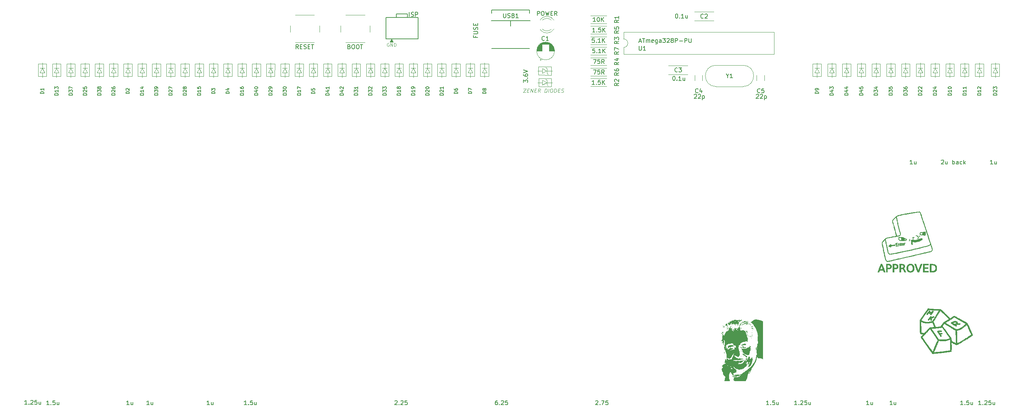
<source format=gbr>
G04 #@! TF.GenerationSoftware,KiCad,Pcbnew,(5.1.9)-1*
G04 #@! TF.CreationDate,2021-08-16T01:56:16+02:00*
G04 #@! TF.ProjectId,romeo-pcb,726f6d65-6f2d-4706-9362-2e6b69636164,rev?*
G04 #@! TF.SameCoordinates,Original*
G04 #@! TF.FileFunction,Legend,Top*
G04 #@! TF.FilePolarity,Positive*
%FSLAX46Y46*%
G04 Gerber Fmt 4.6, Leading zero omitted, Abs format (unit mm)*
G04 Created by KiCad (PCBNEW (5.1.9)-1) date 2021-08-16 01:56:16*
%MOMM*%
%LPD*%
G01*
G04 APERTURE LIST*
%ADD10C,0.150000*%
%ADD11C,0.120000*%
%ADD12C,0.100000*%
%ADD13C,0.010000*%
%ADD14C,2.000000*%
%ADD15C,0.203200*%
%ADD16C,0.200000*%
G04 APERTURE END LIST*
D10*
X242720833Y-79827380D02*
X242149404Y-79827380D01*
X242435119Y-79827380D02*
X242435119Y-78827380D01*
X242339880Y-78970238D01*
X242244642Y-79065476D01*
X242149404Y-79113095D01*
X243577976Y-79160714D02*
X243577976Y-79827380D01*
X243149404Y-79160714D02*
X243149404Y-79684523D01*
X243197023Y-79779761D01*
X243292261Y-79827380D01*
X243435119Y-79827380D01*
X243530357Y-79779761D01*
X243577976Y-79732142D01*
X261770833Y-79827380D02*
X261199404Y-79827380D01*
X261485119Y-79827380D02*
X261485119Y-78827380D01*
X261389880Y-78970238D01*
X261294642Y-79065476D01*
X261199404Y-79113095D01*
X262627976Y-79160714D02*
X262627976Y-79827380D01*
X262199404Y-79160714D02*
X262199404Y-79684523D01*
X262247023Y-79779761D01*
X262342261Y-79827380D01*
X262485119Y-79827380D01*
X262580357Y-79779761D01*
X262627976Y-79732142D01*
X249555357Y-78922619D02*
X249602976Y-78875000D01*
X249698214Y-78827380D01*
X249936309Y-78827380D01*
X250031547Y-78875000D01*
X250079166Y-78922619D01*
X250126785Y-79017857D01*
X250126785Y-79113095D01*
X250079166Y-79255952D01*
X249507738Y-79827380D01*
X250126785Y-79827380D01*
X250983928Y-79160714D02*
X250983928Y-79827380D01*
X250555357Y-79160714D02*
X250555357Y-79684523D01*
X250602976Y-79779761D01*
X250698214Y-79827380D01*
X250841071Y-79827380D01*
X250936309Y-79779761D01*
X250983928Y-79732142D01*
X252222023Y-79827380D02*
X252222023Y-78827380D01*
X252222023Y-79208333D02*
X252317261Y-79160714D01*
X252507738Y-79160714D01*
X252602976Y-79208333D01*
X252650595Y-79255952D01*
X252698214Y-79351190D01*
X252698214Y-79636904D01*
X252650595Y-79732142D01*
X252602976Y-79779761D01*
X252507738Y-79827380D01*
X252317261Y-79827380D01*
X252222023Y-79779761D01*
X253555357Y-79827380D02*
X253555357Y-79303571D01*
X253507738Y-79208333D01*
X253412500Y-79160714D01*
X253222023Y-79160714D01*
X253126785Y-79208333D01*
X253555357Y-79779761D02*
X253460119Y-79827380D01*
X253222023Y-79827380D01*
X253126785Y-79779761D01*
X253079166Y-79684523D01*
X253079166Y-79589285D01*
X253126785Y-79494047D01*
X253222023Y-79446428D01*
X253460119Y-79446428D01*
X253555357Y-79398809D01*
X254460119Y-79779761D02*
X254364880Y-79827380D01*
X254174404Y-79827380D01*
X254079166Y-79779761D01*
X254031547Y-79732142D01*
X253983928Y-79636904D01*
X253983928Y-79351190D01*
X254031547Y-79255952D01*
X254079166Y-79208333D01*
X254174404Y-79160714D01*
X254364880Y-79160714D01*
X254460119Y-79208333D01*
X254888690Y-79827380D02*
X254888690Y-78827380D01*
X254983928Y-79446428D02*
X255269642Y-79827380D01*
X255269642Y-79160714D02*
X254888690Y-79541666D01*
X258992857Y-136977380D02*
X258421428Y-136977380D01*
X258707142Y-136977380D02*
X258707142Y-135977380D01*
X258611904Y-136120238D01*
X258516666Y-136215476D01*
X258421428Y-136263095D01*
X259421428Y-136882142D02*
X259469047Y-136929761D01*
X259421428Y-136977380D01*
X259373809Y-136929761D01*
X259421428Y-136882142D01*
X259421428Y-136977380D01*
X259850000Y-136072619D02*
X259897619Y-136025000D01*
X259992857Y-135977380D01*
X260230952Y-135977380D01*
X260326190Y-136025000D01*
X260373809Y-136072619D01*
X260421428Y-136167857D01*
X260421428Y-136263095D01*
X260373809Y-136405952D01*
X259802380Y-136977380D01*
X260421428Y-136977380D01*
X261326190Y-135977380D02*
X260850000Y-135977380D01*
X260802380Y-136453571D01*
X260850000Y-136405952D01*
X260945238Y-136358333D01*
X261183333Y-136358333D01*
X261278571Y-136405952D01*
X261326190Y-136453571D01*
X261373809Y-136548809D01*
X261373809Y-136786904D01*
X261326190Y-136882142D01*
X261278571Y-136929761D01*
X261183333Y-136977380D01*
X260945238Y-136977380D01*
X260850000Y-136929761D01*
X260802380Y-136882142D01*
X262230952Y-136310714D02*
X262230952Y-136977380D01*
X261802380Y-136310714D02*
X261802380Y-136834523D01*
X261850000Y-136929761D01*
X261945238Y-136977380D01*
X262088095Y-136977380D01*
X262183333Y-136929761D01*
X262230952Y-136882142D01*
X254706547Y-136977380D02*
X254135119Y-136977380D01*
X254420833Y-136977380D02*
X254420833Y-135977380D01*
X254325595Y-136120238D01*
X254230357Y-136215476D01*
X254135119Y-136263095D01*
X255135119Y-136882142D02*
X255182738Y-136929761D01*
X255135119Y-136977380D01*
X255087500Y-136929761D01*
X255135119Y-136882142D01*
X255135119Y-136977380D01*
X256087500Y-135977380D02*
X255611309Y-135977380D01*
X255563690Y-136453571D01*
X255611309Y-136405952D01*
X255706547Y-136358333D01*
X255944642Y-136358333D01*
X256039880Y-136405952D01*
X256087500Y-136453571D01*
X256135119Y-136548809D01*
X256135119Y-136786904D01*
X256087500Y-136882142D01*
X256039880Y-136929761D01*
X255944642Y-136977380D01*
X255706547Y-136977380D01*
X255611309Y-136929761D01*
X255563690Y-136882142D01*
X256992261Y-136310714D02*
X256992261Y-136977380D01*
X256563690Y-136310714D02*
X256563690Y-136834523D01*
X256611309Y-136929761D01*
X256706547Y-136977380D01*
X256849404Y-136977380D01*
X256944642Y-136929761D01*
X256992261Y-136882142D01*
X237958333Y-136977380D02*
X237386904Y-136977380D01*
X237672619Y-136977380D02*
X237672619Y-135977380D01*
X237577380Y-136120238D01*
X237482142Y-136215476D01*
X237386904Y-136263095D01*
X238815476Y-136310714D02*
X238815476Y-136977380D01*
X238386904Y-136310714D02*
X238386904Y-136834523D01*
X238434523Y-136929761D01*
X238529761Y-136977380D01*
X238672619Y-136977380D01*
X238767857Y-136929761D01*
X238815476Y-136882142D01*
X232402083Y-136977380D02*
X231830654Y-136977380D01*
X232116369Y-136977380D02*
X232116369Y-135977380D01*
X232021130Y-136120238D01*
X231925892Y-136215476D01*
X231830654Y-136263095D01*
X233259226Y-136310714D02*
X233259226Y-136977380D01*
X232830654Y-136310714D02*
X232830654Y-136834523D01*
X232878273Y-136929761D01*
X232973511Y-136977380D01*
X233116369Y-136977380D01*
X233211607Y-136929761D01*
X233259226Y-136882142D01*
X215336607Y-136977380D02*
X214765178Y-136977380D01*
X215050892Y-136977380D02*
X215050892Y-135977380D01*
X214955654Y-136120238D01*
X214860416Y-136215476D01*
X214765178Y-136263095D01*
X215765178Y-136882142D02*
X215812797Y-136929761D01*
X215765178Y-136977380D01*
X215717559Y-136929761D01*
X215765178Y-136882142D01*
X215765178Y-136977380D01*
X216193750Y-136072619D02*
X216241369Y-136025000D01*
X216336607Y-135977380D01*
X216574702Y-135977380D01*
X216669940Y-136025000D01*
X216717559Y-136072619D01*
X216765178Y-136167857D01*
X216765178Y-136263095D01*
X216717559Y-136405952D01*
X216146130Y-136977380D01*
X216765178Y-136977380D01*
X217669940Y-135977380D02*
X217193750Y-135977380D01*
X217146130Y-136453571D01*
X217193750Y-136405952D01*
X217288988Y-136358333D01*
X217527083Y-136358333D01*
X217622321Y-136405952D01*
X217669940Y-136453571D01*
X217717559Y-136548809D01*
X217717559Y-136786904D01*
X217669940Y-136882142D01*
X217622321Y-136929761D01*
X217527083Y-136977380D01*
X217288988Y-136977380D01*
X217193750Y-136929761D01*
X217146130Y-136882142D01*
X218574702Y-136310714D02*
X218574702Y-136977380D01*
X218146130Y-136310714D02*
X218146130Y-136834523D01*
X218193750Y-136929761D01*
X218288988Y-136977380D01*
X218431845Y-136977380D01*
X218527083Y-136929761D01*
X218574702Y-136882142D01*
X208669047Y-136977380D02*
X208097619Y-136977380D01*
X208383333Y-136977380D02*
X208383333Y-135977380D01*
X208288095Y-136120238D01*
X208192857Y-136215476D01*
X208097619Y-136263095D01*
X209097619Y-136882142D02*
X209145238Y-136929761D01*
X209097619Y-136977380D01*
X209050000Y-136929761D01*
X209097619Y-136882142D01*
X209097619Y-136977380D01*
X210050000Y-135977380D02*
X209573809Y-135977380D01*
X209526190Y-136453571D01*
X209573809Y-136405952D01*
X209669047Y-136358333D01*
X209907142Y-136358333D01*
X210002380Y-136405952D01*
X210050000Y-136453571D01*
X210097619Y-136548809D01*
X210097619Y-136786904D01*
X210050000Y-136882142D01*
X210002380Y-136929761D01*
X209907142Y-136977380D01*
X209669047Y-136977380D01*
X209573809Y-136929761D01*
X209526190Y-136882142D01*
X210954761Y-136310714D02*
X210954761Y-136977380D01*
X210526190Y-136310714D02*
X210526190Y-136834523D01*
X210573809Y-136929761D01*
X210669047Y-136977380D01*
X210811904Y-136977380D01*
X210907142Y-136929761D01*
X210954761Y-136882142D01*
X167592559Y-136072619D02*
X167640178Y-136025000D01*
X167735416Y-135977380D01*
X167973511Y-135977380D01*
X168068750Y-136025000D01*
X168116369Y-136072619D01*
X168163988Y-136167857D01*
X168163988Y-136263095D01*
X168116369Y-136405952D01*
X167544940Y-136977380D01*
X168163988Y-136977380D01*
X168592559Y-136882142D02*
X168640178Y-136929761D01*
X168592559Y-136977380D01*
X168544940Y-136929761D01*
X168592559Y-136882142D01*
X168592559Y-136977380D01*
X168973511Y-135977380D02*
X169640178Y-135977380D01*
X169211607Y-136977380D01*
X170497321Y-135977380D02*
X170021130Y-135977380D01*
X169973511Y-136453571D01*
X170021130Y-136405952D01*
X170116369Y-136358333D01*
X170354464Y-136358333D01*
X170449702Y-136405952D01*
X170497321Y-136453571D01*
X170544940Y-136548809D01*
X170544940Y-136786904D01*
X170497321Y-136882142D01*
X170449702Y-136929761D01*
X170354464Y-136977380D01*
X170116369Y-136977380D01*
X170021130Y-136929761D01*
X169973511Y-136882142D01*
X144256250Y-135977380D02*
X144065773Y-135977380D01*
X143970535Y-136025000D01*
X143922916Y-136072619D01*
X143827678Y-136215476D01*
X143780059Y-136405952D01*
X143780059Y-136786904D01*
X143827678Y-136882142D01*
X143875297Y-136929761D01*
X143970535Y-136977380D01*
X144161011Y-136977380D01*
X144256250Y-136929761D01*
X144303869Y-136882142D01*
X144351488Y-136786904D01*
X144351488Y-136548809D01*
X144303869Y-136453571D01*
X144256250Y-136405952D01*
X144161011Y-136358333D01*
X143970535Y-136358333D01*
X143875297Y-136405952D01*
X143827678Y-136453571D01*
X143780059Y-136548809D01*
X144780059Y-136882142D02*
X144827678Y-136929761D01*
X144780059Y-136977380D01*
X144732440Y-136929761D01*
X144780059Y-136882142D01*
X144780059Y-136977380D01*
X145208630Y-136072619D02*
X145256250Y-136025000D01*
X145351488Y-135977380D01*
X145589583Y-135977380D01*
X145684821Y-136025000D01*
X145732440Y-136072619D01*
X145780059Y-136167857D01*
X145780059Y-136263095D01*
X145732440Y-136405952D01*
X145161011Y-136977380D01*
X145780059Y-136977380D01*
X146684821Y-135977380D02*
X146208630Y-135977380D01*
X146161011Y-136453571D01*
X146208630Y-136405952D01*
X146303869Y-136358333D01*
X146541964Y-136358333D01*
X146637202Y-136405952D01*
X146684821Y-136453571D01*
X146732440Y-136548809D01*
X146732440Y-136786904D01*
X146684821Y-136882142D01*
X146637202Y-136929761D01*
X146541964Y-136977380D01*
X146303869Y-136977380D01*
X146208630Y-136929761D01*
X146161011Y-136882142D01*
X119967559Y-136072619D02*
X120015178Y-136025000D01*
X120110416Y-135977380D01*
X120348511Y-135977380D01*
X120443750Y-136025000D01*
X120491369Y-136072619D01*
X120538988Y-136167857D01*
X120538988Y-136263095D01*
X120491369Y-136405952D01*
X119919940Y-136977380D01*
X120538988Y-136977380D01*
X120967559Y-136882142D02*
X121015178Y-136929761D01*
X120967559Y-136977380D01*
X120919940Y-136929761D01*
X120967559Y-136882142D01*
X120967559Y-136977380D01*
X121396130Y-136072619D02*
X121443750Y-136025000D01*
X121538988Y-135977380D01*
X121777083Y-135977380D01*
X121872321Y-136025000D01*
X121919940Y-136072619D01*
X121967559Y-136167857D01*
X121967559Y-136263095D01*
X121919940Y-136405952D01*
X121348511Y-136977380D01*
X121967559Y-136977380D01*
X122872321Y-135977380D02*
X122396130Y-135977380D01*
X122348511Y-136453571D01*
X122396130Y-136405952D01*
X122491369Y-136358333D01*
X122729464Y-136358333D01*
X122824702Y-136405952D01*
X122872321Y-136453571D01*
X122919940Y-136548809D01*
X122919940Y-136786904D01*
X122872321Y-136882142D01*
X122824702Y-136929761D01*
X122729464Y-136977380D01*
X122491369Y-136977380D01*
X122396130Y-136929761D01*
X122348511Y-136882142D01*
X84844047Y-136977380D02*
X84272619Y-136977380D01*
X84558333Y-136977380D02*
X84558333Y-135977380D01*
X84463095Y-136120238D01*
X84367857Y-136215476D01*
X84272619Y-136263095D01*
X85272619Y-136882142D02*
X85320238Y-136929761D01*
X85272619Y-136977380D01*
X85225000Y-136929761D01*
X85272619Y-136882142D01*
X85272619Y-136977380D01*
X86225000Y-135977380D02*
X85748809Y-135977380D01*
X85701190Y-136453571D01*
X85748809Y-136405952D01*
X85844047Y-136358333D01*
X86082142Y-136358333D01*
X86177380Y-136405952D01*
X86225000Y-136453571D01*
X86272619Y-136548809D01*
X86272619Y-136786904D01*
X86225000Y-136882142D01*
X86177380Y-136929761D01*
X86082142Y-136977380D01*
X85844047Y-136977380D01*
X85748809Y-136929761D01*
X85701190Y-136882142D01*
X87129761Y-136310714D02*
X87129761Y-136977380D01*
X86701190Y-136310714D02*
X86701190Y-136834523D01*
X86748809Y-136929761D01*
X86844047Y-136977380D01*
X86986904Y-136977380D01*
X87082142Y-136929761D01*
X87129761Y-136882142D01*
X76033333Y-136977380D02*
X75461904Y-136977380D01*
X75747619Y-136977380D02*
X75747619Y-135977380D01*
X75652380Y-136120238D01*
X75557142Y-136215476D01*
X75461904Y-136263095D01*
X76890476Y-136310714D02*
X76890476Y-136977380D01*
X76461904Y-136310714D02*
X76461904Y-136834523D01*
X76509523Y-136929761D01*
X76604761Y-136977380D01*
X76747619Y-136977380D01*
X76842857Y-136929761D01*
X76890476Y-136882142D01*
X61745833Y-136977380D02*
X61174404Y-136977380D01*
X61460119Y-136977380D02*
X61460119Y-135977380D01*
X61364880Y-136120238D01*
X61269642Y-136215476D01*
X61174404Y-136263095D01*
X62602976Y-136310714D02*
X62602976Y-136977380D01*
X62174404Y-136310714D02*
X62174404Y-136834523D01*
X62222023Y-136929761D01*
X62317261Y-136977380D01*
X62460119Y-136977380D01*
X62555357Y-136929761D01*
X62602976Y-136882142D01*
X56983333Y-136977380D02*
X56411904Y-136977380D01*
X56697619Y-136977380D02*
X56697619Y-135977380D01*
X56602380Y-136120238D01*
X56507142Y-136215476D01*
X56411904Y-136263095D01*
X57840476Y-136310714D02*
X57840476Y-136977380D01*
X57411904Y-136310714D02*
X57411904Y-136834523D01*
X57459523Y-136929761D01*
X57554761Y-136977380D01*
X57697619Y-136977380D01*
X57792857Y-136929761D01*
X57840476Y-136882142D01*
X38012797Y-136977380D02*
X37441369Y-136977380D01*
X37727083Y-136977380D02*
X37727083Y-135977380D01*
X37631845Y-136120238D01*
X37536607Y-136215476D01*
X37441369Y-136263095D01*
X38441369Y-136882142D02*
X38488988Y-136929761D01*
X38441369Y-136977380D01*
X38393750Y-136929761D01*
X38441369Y-136882142D01*
X38441369Y-136977380D01*
X39393750Y-135977380D02*
X38917559Y-135977380D01*
X38869940Y-136453571D01*
X38917559Y-136405952D01*
X39012797Y-136358333D01*
X39250892Y-136358333D01*
X39346130Y-136405952D01*
X39393750Y-136453571D01*
X39441369Y-136548809D01*
X39441369Y-136786904D01*
X39393750Y-136882142D01*
X39346130Y-136929761D01*
X39250892Y-136977380D01*
X39012797Y-136977380D01*
X38917559Y-136929761D01*
X38869940Y-136882142D01*
X40298511Y-136310714D02*
X40298511Y-136977380D01*
X39869940Y-136310714D02*
X39869940Y-136834523D01*
X39917559Y-136929761D01*
X40012797Y-136977380D01*
X40155654Y-136977380D01*
X40250892Y-136929761D01*
X40298511Y-136882142D01*
X32774107Y-136902380D02*
X32202678Y-136902380D01*
X32488392Y-136902380D02*
X32488392Y-135902380D01*
X32393154Y-136045238D01*
X32297916Y-136140476D01*
X32202678Y-136188095D01*
X33202678Y-136807142D02*
X33250297Y-136854761D01*
X33202678Y-136902380D01*
X33155059Y-136854761D01*
X33202678Y-136807142D01*
X33202678Y-136902380D01*
X33631250Y-135997619D02*
X33678869Y-135950000D01*
X33774107Y-135902380D01*
X34012202Y-135902380D01*
X34107440Y-135950000D01*
X34155059Y-135997619D01*
X34202678Y-136092857D01*
X34202678Y-136188095D01*
X34155059Y-136330952D01*
X33583630Y-136902380D01*
X34202678Y-136902380D01*
X35107440Y-135902380D02*
X34631250Y-135902380D01*
X34583630Y-136378571D01*
X34631250Y-136330952D01*
X34726488Y-136283333D01*
X34964583Y-136283333D01*
X35059821Y-136330952D01*
X35107440Y-136378571D01*
X35155059Y-136473809D01*
X35155059Y-136711904D01*
X35107440Y-136807142D01*
X35059821Y-136854761D01*
X34964583Y-136902380D01*
X34726488Y-136902380D01*
X34631250Y-136854761D01*
X34583630Y-136807142D01*
X36012202Y-136235714D02*
X36012202Y-136902380D01*
X35583630Y-136235714D02*
X35583630Y-136759523D01*
X35631250Y-136854761D01*
X35726488Y-136902380D01*
X35869345Y-136902380D01*
X35964583Y-136854761D01*
X36012202Y-136807142D01*
D11*
X155732050Y-56871550D02*
X156018650Y-57147050D01*
X155744750Y-59640150D02*
X156031350Y-59915650D01*
X156018650Y-58227050D02*
X156305250Y-58502550D01*
X156031350Y-60995650D02*
X156317950Y-61271150D01*
D10*
X177940473Y-50668216D02*
X178416664Y-50668216D01*
X177845235Y-50953930D02*
X178178569Y-49953930D01*
X178511902Y-50953930D01*
X178702378Y-49953930D02*
X179273807Y-49953930D01*
X178988092Y-50953930D02*
X178988092Y-49953930D01*
X179607140Y-50953930D02*
X179607140Y-50287264D01*
X179607140Y-50382502D02*
X179654759Y-50334883D01*
X179749997Y-50287264D01*
X179892854Y-50287264D01*
X179988092Y-50334883D01*
X180035711Y-50430121D01*
X180035711Y-50953930D01*
X180035711Y-50430121D02*
X180083330Y-50334883D01*
X180178569Y-50287264D01*
X180321426Y-50287264D01*
X180416664Y-50334883D01*
X180464283Y-50430121D01*
X180464283Y-50953930D01*
X181321426Y-50906311D02*
X181226188Y-50953930D01*
X181035711Y-50953930D01*
X180940473Y-50906311D01*
X180892854Y-50811073D01*
X180892854Y-50430121D01*
X180940473Y-50334883D01*
X181035711Y-50287264D01*
X181226188Y-50287264D01*
X181321426Y-50334883D01*
X181369045Y-50430121D01*
X181369045Y-50525359D01*
X180892854Y-50620597D01*
X182226188Y-50287264D02*
X182226188Y-51096788D01*
X182178569Y-51192026D01*
X182130950Y-51239645D01*
X182035711Y-51287264D01*
X181892854Y-51287264D01*
X181797616Y-51239645D01*
X182226188Y-50906311D02*
X182130950Y-50953930D01*
X181940473Y-50953930D01*
X181845235Y-50906311D01*
X181797616Y-50858692D01*
X181749997Y-50763454D01*
X181749997Y-50477740D01*
X181797616Y-50382502D01*
X181845235Y-50334883D01*
X181940473Y-50287264D01*
X182130950Y-50287264D01*
X182226188Y-50334883D01*
X183130950Y-50953930D02*
X183130950Y-50430121D01*
X183083330Y-50334883D01*
X182988092Y-50287264D01*
X182797616Y-50287264D01*
X182702378Y-50334883D01*
X183130950Y-50906311D02*
X183035711Y-50953930D01*
X182797616Y-50953930D01*
X182702378Y-50906311D01*
X182654759Y-50811073D01*
X182654759Y-50715835D01*
X182702378Y-50620597D01*
X182797616Y-50572978D01*
X183035711Y-50572978D01*
X183130950Y-50525359D01*
X183511902Y-49953930D02*
X184130950Y-49953930D01*
X183797616Y-50334883D01*
X183940473Y-50334883D01*
X184035711Y-50382502D01*
X184083330Y-50430121D01*
X184130950Y-50525359D01*
X184130950Y-50763454D01*
X184083330Y-50858692D01*
X184035711Y-50906311D01*
X183940473Y-50953930D01*
X183654759Y-50953930D01*
X183559521Y-50906311D01*
X183511902Y-50858692D01*
X184511902Y-50049169D02*
X184559521Y-50001550D01*
X184654759Y-49953930D01*
X184892854Y-49953930D01*
X184988092Y-50001550D01*
X185035711Y-50049169D01*
X185083330Y-50144407D01*
X185083330Y-50239645D01*
X185035711Y-50382502D01*
X184464283Y-50953930D01*
X185083330Y-50953930D01*
X185654759Y-50382502D02*
X185559521Y-50334883D01*
X185511902Y-50287264D01*
X185464283Y-50192026D01*
X185464283Y-50144407D01*
X185511902Y-50049169D01*
X185559521Y-50001550D01*
X185654759Y-49953930D01*
X185845235Y-49953930D01*
X185940473Y-50001550D01*
X185988092Y-50049169D01*
X186035711Y-50144407D01*
X186035711Y-50192026D01*
X185988092Y-50287264D01*
X185940473Y-50334883D01*
X185845235Y-50382502D01*
X185654759Y-50382502D01*
X185559521Y-50430121D01*
X185511902Y-50477740D01*
X185464283Y-50572978D01*
X185464283Y-50763454D01*
X185511902Y-50858692D01*
X185559521Y-50906311D01*
X185654759Y-50953930D01*
X185845235Y-50953930D01*
X185940473Y-50906311D01*
X185988092Y-50858692D01*
X186035711Y-50763454D01*
X186035711Y-50572978D01*
X185988092Y-50477740D01*
X185940473Y-50430121D01*
X185845235Y-50382502D01*
X186464283Y-50953930D02*
X186464283Y-49953930D01*
X186845235Y-49953930D01*
X186940473Y-50001550D01*
X186988092Y-50049169D01*
X187035711Y-50144407D01*
X187035711Y-50287264D01*
X186988092Y-50382502D01*
X186940473Y-50430121D01*
X186845235Y-50477740D01*
X186464283Y-50477740D01*
X187464283Y-50572978D02*
X188226188Y-50572978D01*
X188702378Y-50953930D02*
X188702378Y-49953930D01*
X189083330Y-49953930D01*
X189178569Y-50001550D01*
X189226188Y-50049169D01*
X189273807Y-50144407D01*
X189273807Y-50287264D01*
X189226188Y-50382502D01*
X189178569Y-50430121D01*
X189083330Y-50477740D01*
X188702378Y-50477740D01*
X189702378Y-49953930D02*
X189702378Y-50763454D01*
X189749997Y-50858692D01*
X189797616Y-50906311D01*
X189892854Y-50953930D01*
X190083330Y-50953930D01*
X190178569Y-50906311D01*
X190226188Y-50858692D01*
X190273807Y-50763454D01*
X190273807Y-49953930D01*
D12*
X118573626Y-51117550D02*
X118497435Y-51079454D01*
X118383150Y-51079454D01*
X118268864Y-51117550D01*
X118192673Y-51193740D01*
X118154578Y-51269930D01*
X118116483Y-51422311D01*
X118116483Y-51536597D01*
X118154578Y-51688978D01*
X118192673Y-51765169D01*
X118268864Y-51841359D01*
X118383150Y-51879454D01*
X118459340Y-51879454D01*
X118573626Y-51841359D01*
X118611721Y-51803264D01*
X118611721Y-51536597D01*
X118459340Y-51536597D01*
X118954578Y-51879454D02*
X118954578Y-51079454D01*
X119411721Y-51879454D01*
X119411721Y-51079454D01*
X119792673Y-51879454D02*
X119792673Y-51079454D01*
X119983150Y-51079454D01*
X120097435Y-51117550D01*
X120173626Y-51193740D01*
X120211721Y-51269930D01*
X120249816Y-51422311D01*
X120249816Y-51536597D01*
X120211721Y-51688978D01*
X120173626Y-51765169D01*
X120097435Y-51841359D01*
X119983150Y-51879454D01*
X119792673Y-51879454D01*
G36*
X119589550Y-50831750D02*
G01*
X118827550Y-50831750D01*
X119183150Y-50095150D01*
X119589550Y-50831750D01*
G37*
X119589550Y-50831750D02*
X118827550Y-50831750D01*
X119183150Y-50095150D01*
X119589550Y-50831750D01*
D10*
X123413959Y-44756330D02*
X123413959Y-43756330D01*
X123842530Y-44708711D02*
X123985388Y-44756330D01*
X124223483Y-44756330D01*
X124318721Y-44708711D01*
X124366340Y-44661092D01*
X124413959Y-44565854D01*
X124413959Y-44470616D01*
X124366340Y-44375378D01*
X124318721Y-44327759D01*
X124223483Y-44280140D01*
X124033007Y-44232521D01*
X123937769Y-44184902D01*
X123890150Y-44137283D01*
X123842530Y-44042045D01*
X123842530Y-43946807D01*
X123890150Y-43851569D01*
X123937769Y-43803950D01*
X124033007Y-43756330D01*
X124271102Y-43756330D01*
X124413959Y-43803950D01*
X124842530Y-44756330D02*
X124842530Y-43756330D01*
X125223483Y-43756330D01*
X125318721Y-43803950D01*
X125366340Y-43851569D01*
X125413959Y-43946807D01*
X125413959Y-44089664D01*
X125366340Y-44184902D01*
X125318721Y-44232521D01*
X125223483Y-44280140D01*
X124842530Y-44280140D01*
D12*
X150501907Y-61895892D02*
X151101907Y-61895892D01*
X150389407Y-62795892D01*
X150989407Y-62795892D01*
X151391192Y-62324464D02*
X151691192Y-62324464D01*
X151760835Y-62795892D02*
X151332264Y-62795892D01*
X151444764Y-61895892D01*
X151873335Y-61895892D01*
X152146550Y-62795892D02*
X152259050Y-61895892D01*
X152660835Y-62795892D01*
X152773335Y-61895892D01*
X153148335Y-62324464D02*
X153448335Y-62324464D01*
X153517978Y-62795892D02*
X153089407Y-62795892D01*
X153201907Y-61895892D01*
X153630478Y-61895892D01*
X154417978Y-62795892D02*
X154171550Y-62367321D01*
X153903692Y-62795892D02*
X154016192Y-61895892D01*
X154359050Y-61895892D01*
X154439407Y-61938750D01*
X154476907Y-61981607D01*
X154509050Y-62067321D01*
X154492978Y-62195892D01*
X154439407Y-62281607D01*
X154391192Y-62324464D01*
X154300121Y-62367321D01*
X153957264Y-62367321D01*
X155489407Y-62795892D02*
X155601907Y-61895892D01*
X155816192Y-61895892D01*
X155939407Y-61938750D01*
X156014407Y-62024464D01*
X156046550Y-62110178D01*
X156067978Y-62281607D01*
X156051907Y-62410178D01*
X155987621Y-62581607D01*
X155934050Y-62667321D01*
X155837621Y-62753035D01*
X155703692Y-62795892D01*
X155489407Y-62795892D01*
X156389407Y-62795892D02*
X156501907Y-61895892D01*
X157101907Y-61895892D02*
X157273335Y-61895892D01*
X157353692Y-61938750D01*
X157428692Y-62024464D01*
X157450121Y-62195892D01*
X157412621Y-62495892D01*
X157348335Y-62667321D01*
X157251907Y-62753035D01*
X157160835Y-62795892D01*
X156989407Y-62795892D01*
X156909050Y-62753035D01*
X156834050Y-62667321D01*
X156812621Y-62495892D01*
X156850121Y-62195892D01*
X156914407Y-62024464D01*
X157010835Y-61938750D01*
X157101907Y-61895892D01*
X157760835Y-62795892D02*
X157873335Y-61895892D01*
X158087621Y-61895892D01*
X158210835Y-61938750D01*
X158285835Y-62024464D01*
X158317978Y-62110178D01*
X158339407Y-62281607D01*
X158323335Y-62410178D01*
X158259050Y-62581607D01*
X158205478Y-62667321D01*
X158109050Y-62753035D01*
X157975121Y-62795892D01*
X157760835Y-62795892D01*
X158719764Y-62324464D02*
X159019764Y-62324464D01*
X159089407Y-62795892D02*
X158660835Y-62795892D01*
X158773335Y-61895892D01*
X159201907Y-61895892D01*
X159437621Y-62753035D02*
X159560835Y-62795892D01*
X159775121Y-62795892D01*
X159866192Y-62753035D01*
X159914407Y-62710178D01*
X159967978Y-62624464D01*
X159978692Y-62538750D01*
X159946550Y-62453035D01*
X159909050Y-62410178D01*
X159828692Y-62367321D01*
X159662621Y-62324464D01*
X159582264Y-62281607D01*
X159544764Y-62238750D01*
X159512621Y-62153035D01*
X159523335Y-62067321D01*
X159576907Y-61981607D01*
X159625121Y-61938750D01*
X159716192Y-61895892D01*
X159930478Y-61895892D01*
X160053692Y-61938750D01*
D13*
G36*
X242325363Y-103514815D02*
G01*
X242403843Y-103517945D01*
X242462719Y-103525555D01*
X242513355Y-103539632D01*
X242567113Y-103562160D01*
X242611059Y-103583226D01*
X242770029Y-103682917D01*
X242898132Y-103811442D01*
X242995203Y-103968485D01*
X243061073Y-104153729D01*
X243095575Y-104366860D01*
X243101149Y-104508916D01*
X243088994Y-104715368D01*
X243051443Y-104893209D01*
X242986012Y-105049420D01*
X242890219Y-105190986D01*
X242837411Y-105250860D01*
X242702155Y-105363642D01*
X242542646Y-105442415D01*
X242360515Y-105486668D01*
X242157390Y-105495893D01*
X242073588Y-105489961D01*
X241894614Y-105452291D01*
X241735904Y-105379081D01*
X241599516Y-105273010D01*
X241487509Y-105136756D01*
X241401938Y-104972997D01*
X241344864Y-104784413D01*
X241318342Y-104573681D01*
X241316646Y-104504666D01*
X241316983Y-104499926D01*
X241635668Y-104499926D01*
X241636917Y-104548830D01*
X241641328Y-104656609D01*
X241648230Y-104734720D01*
X241660213Y-104795831D01*
X241679866Y-104852607D01*
X241709781Y-104917715D01*
X241714164Y-104926650D01*
X241797752Y-105061665D01*
X241898419Y-105159605D01*
X242019215Y-105223333D01*
X242036000Y-105229075D01*
X242147292Y-105249345D01*
X242271594Y-105247370D01*
X242389668Y-105224534D01*
X242454302Y-105198985D01*
X242573887Y-105114137D01*
X242669600Y-104997312D01*
X242739649Y-104852650D01*
X242782241Y-104684294D01*
X242795582Y-104496386D01*
X242792416Y-104417937D01*
X242764130Y-104230936D01*
X242708651Y-104071910D01*
X242627676Y-103942813D01*
X242522901Y-103845595D01*
X242396024Y-103782209D01*
X242248742Y-103754604D01*
X242214671Y-103753531D01*
X242062556Y-103771926D01*
X241928702Y-103827543D01*
X241815759Y-103918252D01*
X241726380Y-104041925D01*
X241663236Y-104196356D01*
X241645614Y-104277474D01*
X241636695Y-104375037D01*
X241635668Y-104499926D01*
X241316983Y-104499926D01*
X241332600Y-104280340D01*
X241380792Y-104080541D01*
X241460439Y-103906706D01*
X241570761Y-103760270D01*
X241710974Y-103642668D01*
X241819576Y-103581512D01*
X241882782Y-103552706D01*
X241935346Y-103533535D01*
X241988741Y-103522051D01*
X242054442Y-103516305D01*
X242143925Y-103514347D01*
X242215917Y-103514180D01*
X242325363Y-103514815D01*
G37*
X242325363Y-103514815D02*
X242403843Y-103517945D01*
X242462719Y-103525555D01*
X242513355Y-103539632D01*
X242567113Y-103562160D01*
X242611059Y-103583226D01*
X242770029Y-103682917D01*
X242898132Y-103811442D01*
X242995203Y-103968485D01*
X243061073Y-104153729D01*
X243095575Y-104366860D01*
X243101149Y-104508916D01*
X243088994Y-104715368D01*
X243051443Y-104893209D01*
X242986012Y-105049420D01*
X242890219Y-105190986D01*
X242837411Y-105250860D01*
X242702155Y-105363642D01*
X242542646Y-105442415D01*
X242360515Y-105486668D01*
X242157390Y-105495893D01*
X242073588Y-105489961D01*
X241894614Y-105452291D01*
X241735904Y-105379081D01*
X241599516Y-105273010D01*
X241487509Y-105136756D01*
X241401938Y-104972997D01*
X241344864Y-104784413D01*
X241318342Y-104573681D01*
X241316646Y-104504666D01*
X241316983Y-104499926D01*
X241635668Y-104499926D01*
X241636917Y-104548830D01*
X241641328Y-104656609D01*
X241648230Y-104734720D01*
X241660213Y-104795831D01*
X241679866Y-104852607D01*
X241709781Y-104917715D01*
X241714164Y-104926650D01*
X241797752Y-105061665D01*
X241898419Y-105159605D01*
X242019215Y-105223333D01*
X242036000Y-105229075D01*
X242147292Y-105249345D01*
X242271594Y-105247370D01*
X242389668Y-105224534D01*
X242454302Y-105198985D01*
X242573887Y-105114137D01*
X242669600Y-104997312D01*
X242739649Y-104852650D01*
X242782241Y-104684294D01*
X242795582Y-104496386D01*
X242792416Y-104417937D01*
X242764130Y-104230936D01*
X242708651Y-104071910D01*
X242627676Y-103942813D01*
X242522901Y-103845595D01*
X242396024Y-103782209D01*
X242248742Y-103754604D01*
X242214671Y-103753531D01*
X242062556Y-103771926D01*
X241928702Y-103827543D01*
X241815759Y-103918252D01*
X241726380Y-104041925D01*
X241663236Y-104196356D01*
X241645614Y-104277474D01*
X241636695Y-104375037D01*
X241635668Y-104499926D01*
X241316983Y-104499926D01*
X241332600Y-104280340D01*
X241380792Y-104080541D01*
X241460439Y-103906706D01*
X241570761Y-103760270D01*
X241710974Y-103642668D01*
X241819576Y-103581512D01*
X241882782Y-103552706D01*
X241935346Y-103533535D01*
X241988741Y-103522051D01*
X242054442Y-103516305D01*
X242143925Y-103514347D01*
X242215917Y-103514180D01*
X242325363Y-103514815D01*
G36*
X235872738Y-104481643D02*
G01*
X235945296Y-104672832D01*
X236013027Y-104852001D01*
X236074481Y-105015260D01*
X236128204Y-105158717D01*
X236172744Y-105278480D01*
X236206649Y-105370658D01*
X236228466Y-105431358D01*
X236236743Y-105456690D01*
X236236777Y-105457052D01*
X236217192Y-105464468D01*
X236165994Y-105468348D01*
X236093812Y-105467947D01*
X236085667Y-105467635D01*
X235935000Y-105461416D01*
X235850507Y-105222851D01*
X235766014Y-104984287D01*
X235350363Y-104990018D01*
X234934712Y-104995750D01*
X234850337Y-105233875D01*
X234765961Y-105472000D01*
X234612147Y-105472000D01*
X234537739Y-105469999D01*
X234483398Y-105464718D01*
X234459550Y-105457240D01*
X234459235Y-105456125D01*
X234466762Y-105433761D01*
X234487994Y-105375772D01*
X234521460Y-105286055D01*
X234565691Y-105168504D01*
X234619215Y-105027015D01*
X234680564Y-104865484D01*
X234731743Y-104731166D01*
X235030898Y-104731166D01*
X235350130Y-104731166D01*
X235477853Y-104730371D01*
X235567977Y-104727718D01*
X235625211Y-104722803D01*
X235654266Y-104715226D01*
X235659897Y-104704708D01*
X235597879Y-104533160D01*
X235538972Y-104373641D01*
X235484842Y-104230392D01*
X235437153Y-104107656D01*
X235397568Y-104009675D01*
X235367753Y-103940691D01*
X235349371Y-103904946D01*
X235344616Y-103901104D01*
X235332207Y-103925954D01*
X235308929Y-103982164D01*
X235278181Y-104061238D01*
X235245409Y-104149083D01*
X235203073Y-104264533D01*
X235157955Y-104387274D01*
X235116638Y-104499413D01*
X235095530Y-104556541D01*
X235030898Y-104731166D01*
X234731743Y-104731166D01*
X234748265Y-104687805D01*
X234820850Y-104497875D01*
X234824726Y-104487750D01*
X235189315Y-103535250D01*
X235348785Y-103529143D01*
X235508255Y-103523037D01*
X235872738Y-104481643D01*
G37*
X235872738Y-104481643D02*
X235945296Y-104672832D01*
X236013027Y-104852001D01*
X236074481Y-105015260D01*
X236128204Y-105158717D01*
X236172744Y-105278480D01*
X236206649Y-105370658D01*
X236228466Y-105431358D01*
X236236743Y-105456690D01*
X236236777Y-105457052D01*
X236217192Y-105464468D01*
X236165994Y-105468348D01*
X236093812Y-105467947D01*
X236085667Y-105467635D01*
X235935000Y-105461416D01*
X235850507Y-105222851D01*
X235766014Y-104984287D01*
X235350363Y-104990018D01*
X234934712Y-104995750D01*
X234850337Y-105233875D01*
X234765961Y-105472000D01*
X234612147Y-105472000D01*
X234537739Y-105469999D01*
X234483398Y-105464718D01*
X234459550Y-105457240D01*
X234459235Y-105456125D01*
X234466762Y-105433761D01*
X234487994Y-105375772D01*
X234521460Y-105286055D01*
X234565691Y-105168504D01*
X234619215Y-105027015D01*
X234680564Y-104865484D01*
X234731743Y-104731166D01*
X235030898Y-104731166D01*
X235350130Y-104731166D01*
X235477853Y-104730371D01*
X235567977Y-104727718D01*
X235625211Y-104722803D01*
X235654266Y-104715226D01*
X235659897Y-104704708D01*
X235597879Y-104533160D01*
X235538972Y-104373641D01*
X235484842Y-104230392D01*
X235437153Y-104107656D01*
X235397568Y-104009675D01*
X235367753Y-103940691D01*
X235349371Y-103904946D01*
X235344616Y-103901104D01*
X235332207Y-103925954D01*
X235308929Y-103982164D01*
X235278181Y-104061238D01*
X235245409Y-104149083D01*
X235203073Y-104264533D01*
X235157955Y-104387274D01*
X235116638Y-104499413D01*
X235095530Y-104556541D01*
X235030898Y-104731166D01*
X234731743Y-104731166D01*
X234748265Y-104687805D01*
X234820850Y-104497875D01*
X234824726Y-104487750D01*
X235189315Y-103535250D01*
X235348785Y-103529143D01*
X235508255Y-103523037D01*
X235872738Y-104481643D01*
G36*
X236876625Y-103529444D02*
G01*
X237023758Y-103533504D01*
X237136043Y-103538185D01*
X237220964Y-103544286D01*
X237286006Y-103552606D01*
X237338654Y-103563945D01*
X237386391Y-103579102D01*
X237404146Y-103585775D01*
X237532181Y-103656269D01*
X237630418Y-103755514D01*
X237697351Y-103880775D01*
X237731477Y-104029314D01*
X237732667Y-104183431D01*
X237706078Y-104332881D01*
X237652489Y-104455565D01*
X237570109Y-104552691D01*
X237457148Y-104625467D01*
X237311815Y-104675101D01*
X237132322Y-104702800D01*
X236952112Y-104710000D01*
X236765500Y-104710000D01*
X236765500Y-105472000D01*
X236469167Y-105472000D01*
X236469167Y-104460683D01*
X236765500Y-104460683D01*
X236994273Y-104452852D01*
X237109103Y-104447061D01*
X237190114Y-104437998D01*
X237245779Y-104424308D01*
X237281034Y-104407027D01*
X237361485Y-104330424D01*
X237408300Y-104228275D01*
X237421508Y-104117333D01*
X237408521Y-104001435D01*
X237368014Y-103911712D01*
X237297671Y-103846462D01*
X237195176Y-103803982D01*
X237058212Y-103782570D01*
X236961292Y-103779131D01*
X236765500Y-103778666D01*
X236765500Y-104460683D01*
X236469167Y-104460683D01*
X236469167Y-103519649D01*
X236876625Y-103529444D01*
G37*
X236876625Y-103529444D02*
X237023758Y-103533504D01*
X237136043Y-103538185D01*
X237220964Y-103544286D01*
X237286006Y-103552606D01*
X237338654Y-103563945D01*
X237386391Y-103579102D01*
X237404146Y-103585775D01*
X237532181Y-103656269D01*
X237630418Y-103755514D01*
X237697351Y-103880775D01*
X237731477Y-104029314D01*
X237732667Y-104183431D01*
X237706078Y-104332881D01*
X237652489Y-104455565D01*
X237570109Y-104552691D01*
X237457148Y-104625467D01*
X237311815Y-104675101D01*
X237132322Y-104702800D01*
X236952112Y-104710000D01*
X236765500Y-104710000D01*
X236765500Y-105472000D01*
X236469167Y-105472000D01*
X236469167Y-104460683D01*
X236765500Y-104460683D01*
X236994273Y-104452852D01*
X237109103Y-104447061D01*
X237190114Y-104437998D01*
X237245779Y-104424308D01*
X237281034Y-104407027D01*
X237361485Y-104330424D01*
X237408300Y-104228275D01*
X237421508Y-104117333D01*
X237408521Y-104001435D01*
X237368014Y-103911712D01*
X237297671Y-103846462D01*
X237195176Y-103803982D01*
X237058212Y-103782570D01*
X236961292Y-103779131D01*
X236765500Y-103778666D01*
X236765500Y-104460683D01*
X236469167Y-104460683D01*
X236469167Y-103519649D01*
X236876625Y-103529444D01*
G36*
X238358292Y-103524826D02*
G01*
X238553031Y-103527474D01*
X238711507Y-103536027D01*
X238839534Y-103551714D01*
X238942922Y-103575769D01*
X239027485Y-103609420D01*
X239099035Y-103653901D01*
X239143397Y-103691124D01*
X239212378Y-103766672D01*
X239258037Y-103848404D01*
X239284108Y-103946829D01*
X239294326Y-104072453D01*
X239294858Y-104117333D01*
X239285651Y-104271946D01*
X239255335Y-104394604D01*
X239200018Y-104492023D01*
X239115807Y-104570923D01*
X238998811Y-104638021D01*
X238991103Y-104641615D01*
X238935545Y-104664575D01*
X238878584Y-104680724D01*
X238809812Y-104691772D01*
X238718821Y-104699427D01*
X238604812Y-104705011D01*
X238331833Y-104716083D01*
X238331833Y-105472000D01*
X238035500Y-105472000D01*
X238035500Y-104456000D01*
X238331833Y-104456000D01*
X238517042Y-104455881D01*
X238611949Y-104453408D01*
X238699907Y-104446940D01*
X238765393Y-104437733D01*
X238777536Y-104434849D01*
X238842564Y-104404994D01*
X238905394Y-104358527D01*
X238914468Y-104349591D01*
X238949154Y-104307618D01*
X238969257Y-104262882D01*
X238979787Y-104200472D01*
X238983888Y-104143082D01*
X238986027Y-104060345D01*
X238979326Y-104003790D01*
X238960689Y-103957656D01*
X238941416Y-103926833D01*
X238895761Y-103870435D01*
X238842469Y-103830945D01*
X238772949Y-103805200D01*
X238678610Y-103790032D01*
X238550858Y-103782279D01*
X238548792Y-103782208D01*
X238331833Y-103774813D01*
X238331833Y-104456000D01*
X238035500Y-104456000D01*
X238035500Y-103524666D01*
X238358292Y-103524826D01*
G37*
X238358292Y-103524826D02*
X238553031Y-103527474D01*
X238711507Y-103536027D01*
X238839534Y-103551714D01*
X238942922Y-103575769D01*
X239027485Y-103609420D01*
X239099035Y-103653901D01*
X239143397Y-103691124D01*
X239212378Y-103766672D01*
X239258037Y-103848404D01*
X239284108Y-103946829D01*
X239294326Y-104072453D01*
X239294858Y-104117333D01*
X239285651Y-104271946D01*
X239255335Y-104394604D01*
X239200018Y-104492023D01*
X239115807Y-104570923D01*
X238998811Y-104638021D01*
X238991103Y-104641615D01*
X238935545Y-104664575D01*
X238878584Y-104680724D01*
X238809812Y-104691772D01*
X238718821Y-104699427D01*
X238604812Y-104705011D01*
X238331833Y-104716083D01*
X238331833Y-105472000D01*
X238035500Y-105472000D01*
X238035500Y-104456000D01*
X238331833Y-104456000D01*
X238517042Y-104455881D01*
X238611949Y-104453408D01*
X238699907Y-104446940D01*
X238765393Y-104437733D01*
X238777536Y-104434849D01*
X238842564Y-104404994D01*
X238905394Y-104358527D01*
X238914468Y-104349591D01*
X238949154Y-104307618D01*
X238969257Y-104262882D01*
X238979787Y-104200472D01*
X238983888Y-104143082D01*
X238986027Y-104060345D01*
X238979326Y-104003790D01*
X238960689Y-103957656D01*
X238941416Y-103926833D01*
X238895761Y-103870435D01*
X238842469Y-103830945D01*
X238772949Y-103805200D01*
X238678610Y-103790032D01*
X238550858Y-103782279D01*
X238548792Y-103782208D01*
X238331833Y-103774813D01*
X238331833Y-104456000D01*
X238035500Y-104456000D01*
X238035500Y-103524666D01*
X238358292Y-103524826D01*
G36*
X240030458Y-103529603D02*
G01*
X240177910Y-103533907D01*
X240290535Y-103538806D01*
X240375840Y-103545108D01*
X240441329Y-103553623D01*
X240494510Y-103565158D01*
X240542888Y-103580524D01*
X240559113Y-103586587D01*
X240685725Y-103654883D01*
X240779420Y-103749773D01*
X240840150Y-103871167D01*
X240867862Y-104018976D01*
X240867970Y-104132131D01*
X240846882Y-104274796D01*
X240801265Y-104386912D01*
X240728403Y-104474214D01*
X240692478Y-104502448D01*
X240605658Y-104563644D01*
X240694048Y-104655893D01*
X240746436Y-104722358D01*
X240811841Y-104825190D01*
X240888315Y-104961154D01*
X240954136Y-105087611D01*
X241009329Y-105197934D01*
X241057156Y-105295819D01*
X241094545Y-105374793D01*
X241118427Y-105428384D01*
X241125833Y-105449540D01*
X241105742Y-105461792D01*
X241049460Y-105469561D01*
X240971811Y-105472000D01*
X240817789Y-105472000D01*
X240660141Y-105154449D01*
X240603878Y-105043946D01*
X240549965Y-104943166D01*
X240502774Y-104859913D01*
X240466677Y-104801989D01*
X240451297Y-104781685D01*
X240383341Y-104725268D01*
X240298996Y-104689381D01*
X240189493Y-104671262D01*
X240089346Y-104667666D01*
X239919333Y-104667666D01*
X239919333Y-105472000D01*
X239623000Y-105472000D01*
X239623000Y-104413666D01*
X239919333Y-104413666D01*
X240125708Y-104413633D01*
X240239802Y-104411093D01*
X240321701Y-104402640D01*
X240381292Y-104386961D01*
X240404662Y-104376592D01*
X240490281Y-104316477D01*
X240540890Y-104238072D01*
X240560632Y-104134417D01*
X240561218Y-104113687D01*
X240552815Y-104003452D01*
X240522602Y-103919266D01*
X240466637Y-103858058D01*
X240380973Y-103816754D01*
X240261668Y-103792283D01*
X240136292Y-103782634D01*
X239919333Y-103773865D01*
X239919333Y-104413666D01*
X239623000Y-104413666D01*
X239623000Y-103519189D01*
X240030458Y-103529603D01*
G37*
X240030458Y-103529603D02*
X240177910Y-103533907D01*
X240290535Y-103538806D01*
X240375840Y-103545108D01*
X240441329Y-103553623D01*
X240494510Y-103565158D01*
X240542888Y-103580524D01*
X240559113Y-103586587D01*
X240685725Y-103654883D01*
X240779420Y-103749773D01*
X240840150Y-103871167D01*
X240867862Y-104018976D01*
X240867970Y-104132131D01*
X240846882Y-104274796D01*
X240801265Y-104386912D01*
X240728403Y-104474214D01*
X240692478Y-104502448D01*
X240605658Y-104563644D01*
X240694048Y-104655893D01*
X240746436Y-104722358D01*
X240811841Y-104825190D01*
X240888315Y-104961154D01*
X240954136Y-105087611D01*
X241009329Y-105197934D01*
X241057156Y-105295819D01*
X241094545Y-105374793D01*
X241118427Y-105428384D01*
X241125833Y-105449540D01*
X241105742Y-105461792D01*
X241049460Y-105469561D01*
X240971811Y-105472000D01*
X240817789Y-105472000D01*
X240660141Y-105154449D01*
X240603878Y-105043946D01*
X240549965Y-104943166D01*
X240502774Y-104859913D01*
X240466677Y-104801989D01*
X240451297Y-104781685D01*
X240383341Y-104725268D01*
X240298996Y-104689381D01*
X240189493Y-104671262D01*
X240089346Y-104667666D01*
X239919333Y-104667666D01*
X239919333Y-105472000D01*
X239623000Y-105472000D01*
X239623000Y-104413666D01*
X239919333Y-104413666D01*
X240125708Y-104413633D01*
X240239802Y-104411093D01*
X240321701Y-104402640D01*
X240381292Y-104386961D01*
X240404662Y-104376592D01*
X240490281Y-104316477D01*
X240540890Y-104238072D01*
X240560632Y-104134417D01*
X240561218Y-104113687D01*
X240552815Y-104003452D01*
X240522602Y-103919266D01*
X240466637Y-103858058D01*
X240380973Y-103816754D01*
X240261668Y-103792283D01*
X240136292Y-103782634D01*
X239919333Y-103773865D01*
X239919333Y-104413666D01*
X239623000Y-104413666D01*
X239623000Y-103519189D01*
X240030458Y-103529603D01*
G36*
X243782807Y-104305522D02*
G01*
X244077043Y-105086377D01*
X244175035Y-104829397D01*
X244210559Y-104735893D01*
X244257476Y-104611893D01*
X244312334Y-104466546D01*
X244371682Y-104309001D01*
X244432070Y-104148407D01*
X244469562Y-104048541D01*
X244666097Y-103524666D01*
X244977572Y-103524666D01*
X244932120Y-103646375D01*
X244914849Y-103692183D01*
X244884320Y-103772679D01*
X244842382Y-103883005D01*
X244790884Y-104018304D01*
X244731677Y-104173716D01*
X244666609Y-104344385D01*
X244597531Y-104525452D01*
X244563447Y-104614750D01*
X244240226Y-105461416D01*
X244079846Y-105467602D01*
X243998269Y-105470044D01*
X243948881Y-105467702D01*
X243921583Y-105457760D01*
X243906275Y-105437403D01*
X243897821Y-105416860D01*
X243879002Y-105367457D01*
X243848179Y-105286657D01*
X243807196Y-105179288D01*
X243757898Y-105050177D01*
X243702128Y-104904148D01*
X243641732Y-104746030D01*
X243578553Y-104580648D01*
X243514434Y-104412828D01*
X243451221Y-104247399D01*
X243390757Y-104089185D01*
X243334887Y-103943013D01*
X243285455Y-103813710D01*
X243244304Y-103706103D01*
X243213279Y-103625017D01*
X243194224Y-103575280D01*
X243188997Y-103561708D01*
X243185679Y-103542738D01*
X243199415Y-103531601D01*
X243238014Y-103526267D01*
X243309289Y-103524705D01*
X243331521Y-103524666D01*
X243488572Y-103524666D01*
X243782807Y-104305522D01*
G37*
X243782807Y-104305522D02*
X244077043Y-105086377D01*
X244175035Y-104829397D01*
X244210559Y-104735893D01*
X244257476Y-104611893D01*
X244312334Y-104466546D01*
X244371682Y-104309001D01*
X244432070Y-104148407D01*
X244469562Y-104048541D01*
X244666097Y-103524666D01*
X244977572Y-103524666D01*
X244932120Y-103646375D01*
X244914849Y-103692183D01*
X244884320Y-103772679D01*
X244842382Y-103883005D01*
X244790884Y-104018304D01*
X244731677Y-104173716D01*
X244666609Y-104344385D01*
X244597531Y-104525452D01*
X244563447Y-104614750D01*
X244240226Y-105461416D01*
X244079846Y-105467602D01*
X243998269Y-105470044D01*
X243948881Y-105467702D01*
X243921583Y-105457760D01*
X243906275Y-105437403D01*
X243897821Y-105416860D01*
X243879002Y-105367457D01*
X243848179Y-105286657D01*
X243807196Y-105179288D01*
X243757898Y-105050177D01*
X243702128Y-104904148D01*
X243641732Y-104746030D01*
X243578553Y-104580648D01*
X243514434Y-104412828D01*
X243451221Y-104247399D01*
X243390757Y-104089185D01*
X243334887Y-103943013D01*
X243285455Y-103813710D01*
X243244304Y-103706103D01*
X243213279Y-103625017D01*
X243194224Y-103575280D01*
X243188997Y-103561708D01*
X243185679Y-103542738D01*
X243199415Y-103531601D01*
X243238014Y-103526267D01*
X243309289Y-103524705D01*
X243331521Y-103524666D01*
X243488572Y-103524666D01*
X243782807Y-104305522D01*
G36*
X246438667Y-103778666D02*
G01*
X245507333Y-103778666D01*
X245507333Y-104307833D01*
X246396333Y-104307833D01*
X246396333Y-104561833D01*
X245507333Y-104561833D01*
X245507333Y-105218000D01*
X246459833Y-105218000D01*
X246459833Y-105472000D01*
X245211000Y-105472000D01*
X245211000Y-103524666D01*
X246438667Y-103524666D01*
X246438667Y-103778666D01*
G37*
X246438667Y-103778666D02*
X245507333Y-103778666D01*
X245507333Y-104307833D01*
X246396333Y-104307833D01*
X246396333Y-104561833D01*
X245507333Y-104561833D01*
X245507333Y-105218000D01*
X246459833Y-105218000D01*
X246459833Y-105472000D01*
X245211000Y-105472000D01*
X245211000Y-103524666D01*
X246438667Y-103524666D01*
X246438667Y-103778666D01*
G36*
X247269458Y-103530613D02*
G01*
X247452119Y-103537145D01*
X247600052Y-103546240D01*
X247720843Y-103559174D01*
X247822080Y-103577224D01*
X247911347Y-103601667D01*
X247996232Y-103633776D01*
X248062205Y-103663960D01*
X248175996Y-103738239D01*
X248281896Y-103842405D01*
X248368764Y-103964137D01*
X248410842Y-104049565D01*
X248429695Y-104100901D01*
X248442942Y-104151015D01*
X248451546Y-104208848D01*
X248456469Y-104283341D01*
X248458673Y-104383436D01*
X248459127Y-104498333D01*
X248458506Y-104627982D01*
X248456004Y-104724249D01*
X248450658Y-104796075D01*
X248441505Y-104852401D01*
X248427585Y-104902169D01*
X248410842Y-104947101D01*
X248340259Y-105077738D01*
X248241110Y-105199143D01*
X248125415Y-105297674D01*
X248074039Y-105329358D01*
X247993255Y-105368823D01*
X247908380Y-105399808D01*
X247812609Y-105423470D01*
X247699140Y-105440963D01*
X247561170Y-105453441D01*
X247391896Y-105462060D01*
X247269458Y-105465940D01*
X246840833Y-105477330D01*
X246840833Y-105218000D01*
X247137167Y-105218000D01*
X247345303Y-105218000D01*
X247452042Y-105215385D01*
X247558615Y-105208405D01*
X247647470Y-105198354D01*
X247674192Y-105193749D01*
X247821597Y-105147083D01*
X247946735Y-105072899D01*
X248042640Y-104975800D01*
X248071433Y-104931260D01*
X248124926Y-104801103D01*
X248157176Y-104647854D01*
X248167872Y-104484257D01*
X248156707Y-104323056D01*
X248123370Y-104176994D01*
X248091581Y-104099918D01*
X248026599Y-103997828D01*
X247944852Y-103918494D01*
X247841281Y-103859580D01*
X247710830Y-103818754D01*
X247548443Y-103793682D01*
X247407042Y-103783995D01*
X247137167Y-103772583D01*
X247137167Y-105218000D01*
X246840833Y-105218000D01*
X246840833Y-103518604D01*
X247269458Y-103530613D01*
G37*
X247269458Y-103530613D02*
X247452119Y-103537145D01*
X247600052Y-103546240D01*
X247720843Y-103559174D01*
X247822080Y-103577224D01*
X247911347Y-103601667D01*
X247996232Y-103633776D01*
X248062205Y-103663960D01*
X248175996Y-103738239D01*
X248281896Y-103842405D01*
X248368764Y-103964137D01*
X248410842Y-104049565D01*
X248429695Y-104100901D01*
X248442942Y-104151015D01*
X248451546Y-104208848D01*
X248456469Y-104283341D01*
X248458673Y-104383436D01*
X248459127Y-104498333D01*
X248458506Y-104627982D01*
X248456004Y-104724249D01*
X248450658Y-104796075D01*
X248441505Y-104852401D01*
X248427585Y-104902169D01*
X248410842Y-104947101D01*
X248340259Y-105077738D01*
X248241110Y-105199143D01*
X248125415Y-105297674D01*
X248074039Y-105329358D01*
X247993255Y-105368823D01*
X247908380Y-105399808D01*
X247812609Y-105423470D01*
X247699140Y-105440963D01*
X247561170Y-105453441D01*
X247391896Y-105462060D01*
X247269458Y-105465940D01*
X246840833Y-105477330D01*
X246840833Y-105218000D01*
X247137167Y-105218000D01*
X247345303Y-105218000D01*
X247452042Y-105215385D01*
X247558615Y-105208405D01*
X247647470Y-105198354D01*
X247674192Y-105193749D01*
X247821597Y-105147083D01*
X247946735Y-105072899D01*
X248042640Y-104975800D01*
X248071433Y-104931260D01*
X248124926Y-104801103D01*
X248157176Y-104647854D01*
X248167872Y-104484257D01*
X248156707Y-104323056D01*
X248123370Y-104176994D01*
X248091581Y-104099918D01*
X248026599Y-103997828D01*
X247944852Y-103918494D01*
X247841281Y-103859580D01*
X247710830Y-103818754D01*
X247548443Y-103793682D01*
X247407042Y-103783995D01*
X247137167Y-103772583D01*
X247137167Y-105218000D01*
X246840833Y-105218000D01*
X246840833Y-103518604D01*
X247269458Y-103530613D01*
G36*
X244373712Y-91087627D02*
G01*
X244454266Y-91121648D01*
X244525993Y-91192809D01*
X244590235Y-91302824D01*
X244640155Y-91428756D01*
X244654489Y-91471570D01*
X244681230Y-91552124D01*
X244719562Y-91667945D01*
X244768670Y-91816556D01*
X244827741Y-91995483D01*
X244895959Y-92202251D01*
X244972509Y-92434384D01*
X245056577Y-92689408D01*
X245147348Y-92964847D01*
X245244007Y-93258227D01*
X245345740Y-93567073D01*
X245451731Y-93888908D01*
X245561167Y-94221260D01*
X245673231Y-94561651D01*
X245787111Y-94907608D01*
X245901990Y-95256656D01*
X246017054Y-95606318D01*
X246131488Y-95954121D01*
X246244479Y-96297588D01*
X246355209Y-96634246D01*
X246462866Y-96961619D01*
X246566635Y-97277232D01*
X246665700Y-97578610D01*
X246759247Y-97863278D01*
X246846461Y-98128760D01*
X246926527Y-98372583D01*
X246998631Y-98592270D01*
X247061958Y-98785347D01*
X247094613Y-98884982D01*
X247174612Y-99129648D01*
X247242103Y-99337808D01*
X247297953Y-99513121D01*
X247343026Y-99659244D01*
X247378188Y-99779839D01*
X247404306Y-99878562D01*
X247422244Y-99959074D01*
X247432870Y-100025033D01*
X247437048Y-100080098D01*
X247435645Y-100127927D01*
X247429526Y-100172181D01*
X247419557Y-100216517D01*
X247414366Y-100236282D01*
X247382997Y-100318696D01*
X247335266Y-100406496D01*
X247280145Y-100485552D01*
X247226607Y-100541735D01*
X247215025Y-100550222D01*
X247205972Y-100554986D01*
X247190834Y-100560954D01*
X247168010Y-100568505D01*
X247135897Y-100578020D01*
X247092893Y-100589878D01*
X247037395Y-100604459D01*
X246967801Y-100622143D01*
X246882509Y-100643310D01*
X246779915Y-100668340D01*
X246658418Y-100697612D01*
X246516415Y-100731507D01*
X246352304Y-100770405D01*
X246164483Y-100814684D01*
X245951348Y-100864726D01*
X245711298Y-100920909D01*
X245442729Y-100983615D01*
X245144041Y-101053222D01*
X244813629Y-101130110D01*
X244449893Y-101214661D01*
X244051229Y-101307252D01*
X243616035Y-101408265D01*
X243142708Y-101518079D01*
X242660417Y-101629938D01*
X242004062Y-101782124D01*
X241388608Y-101924772D01*
X240813728Y-102057956D01*
X240279097Y-102181753D01*
X239784387Y-102296237D01*
X239329272Y-102401484D01*
X238913426Y-102497568D01*
X238536522Y-102584566D01*
X238198233Y-102662552D01*
X237898234Y-102731601D01*
X237636198Y-102791789D01*
X237411799Y-102843190D01*
X237224709Y-102885881D01*
X237074603Y-102919936D01*
X236961154Y-102945431D01*
X236884036Y-102962441D01*
X236842922Y-102971040D01*
X236835461Y-102972207D01*
X236805348Y-102966336D01*
X236752296Y-102954483D01*
X236738354Y-102951228D01*
X236635977Y-102918268D01*
X236550204Y-102867495D01*
X236465011Y-102789106D01*
X236453989Y-102777295D01*
X236406772Y-102723312D01*
X236366053Y-102668862D01*
X236330107Y-102609070D01*
X236297205Y-102539062D01*
X236265621Y-102453966D01*
X236233629Y-102348906D01*
X236199502Y-102219008D01*
X236161513Y-102059400D01*
X236117935Y-101865206D01*
X236097005Y-101769657D01*
X235997197Y-101311106D01*
X235906437Y-100892652D01*
X235824475Y-100513091D01*
X235751061Y-100171220D01*
X235685945Y-99865835D01*
X235628879Y-99595734D01*
X235579612Y-99359713D01*
X235537894Y-99156569D01*
X235503476Y-98985098D01*
X235476107Y-98844098D01*
X235455540Y-98732364D01*
X235441522Y-98648695D01*
X235433805Y-98591885D01*
X235433780Y-98591513D01*
X235543093Y-98591513D01*
X235545098Y-98615989D01*
X235551020Y-98649736D01*
X235565112Y-98721073D01*
X235586568Y-98826218D01*
X235614580Y-98961393D01*
X235648341Y-99122815D01*
X235687041Y-99306706D01*
X235729875Y-99509283D01*
X235776033Y-99726768D01*
X235824709Y-99955378D01*
X235875095Y-100191334D01*
X235926382Y-100430856D01*
X235977764Y-100670162D01*
X236028432Y-100905473D01*
X236077579Y-101133008D01*
X236124398Y-101348986D01*
X236168079Y-101549627D01*
X236207817Y-101731150D01*
X236242802Y-101889775D01*
X236272228Y-102021721D01*
X236281803Y-102064166D01*
X236311943Y-102185163D01*
X236346848Y-102306390D01*
X236382300Y-102414165D01*
X236414080Y-102494805D01*
X236415592Y-102498083D01*
X236491562Y-102630072D01*
X236581561Y-102734478D01*
X236680525Y-102806953D01*
X236783396Y-102843155D01*
X236821398Y-102846485D01*
X236854654Y-102841961D01*
X236924909Y-102828656D01*
X237027954Y-102807485D01*
X237159579Y-102779361D01*
X237315575Y-102745199D01*
X237491733Y-102705913D01*
X237683844Y-102662415D01*
X237887697Y-102615621D01*
X237932648Y-102605219D01*
X238092204Y-102568245D01*
X238288978Y-102522648D01*
X238518950Y-102469359D01*
X238778097Y-102409312D01*
X239062397Y-102343438D01*
X239367829Y-102272668D01*
X239690371Y-102197935D01*
X240025999Y-102120170D01*
X240370694Y-102040305D01*
X240720433Y-101959273D01*
X241071193Y-101878004D01*
X241418954Y-101797432D01*
X241538583Y-101769715D01*
X242105171Y-101638439D01*
X242631979Y-101516364D01*
X243120471Y-101403144D01*
X243572110Y-101298431D01*
X243988360Y-101201880D01*
X244370682Y-101113144D01*
X244720541Y-101031875D01*
X245039400Y-100957727D01*
X245328722Y-100890354D01*
X245589970Y-100829409D01*
X245824607Y-100774545D01*
X246034097Y-100725415D01*
X246219902Y-100681673D01*
X246383486Y-100642973D01*
X246526312Y-100608967D01*
X246649843Y-100579308D01*
X246755543Y-100553651D01*
X246844874Y-100531648D01*
X246919300Y-100512952D01*
X246980284Y-100497218D01*
X247029289Y-100484098D01*
X247067778Y-100473246D01*
X247097215Y-100464315D01*
X247119062Y-100456958D01*
X247134783Y-100450829D01*
X247145842Y-100445581D01*
X247153700Y-100440867D01*
X247156996Y-100438520D01*
X247216221Y-100374556D01*
X247268209Y-100282559D01*
X247305986Y-100176832D01*
X247319990Y-100104436D01*
X247322585Y-100068041D01*
X247320832Y-100028135D01*
X247313372Y-99979290D01*
X247298847Y-99916079D01*
X247275899Y-99833074D01*
X247243169Y-99724846D01*
X247199299Y-99585968D01*
X247158598Y-99459445D01*
X247112162Y-99316309D01*
X247069806Y-99186861D01*
X247033303Y-99076430D01*
X247004425Y-98990343D01*
X246984946Y-98933930D01*
X246976648Y-98912530D01*
X246958264Y-98921053D01*
X246918760Y-98951732D01*
X246878308Y-98987382D01*
X246826645Y-99032427D01*
X246772280Y-99073587D01*
X246711717Y-99112104D01*
X246641462Y-99149218D01*
X246558023Y-99186171D01*
X246457904Y-99224204D01*
X246337613Y-99264560D01*
X246193656Y-99308480D01*
X246022538Y-99357205D01*
X245820765Y-99411976D01*
X245584844Y-99474036D01*
X245311282Y-99544625D01*
X245307065Y-99545706D01*
X244913427Y-99645535D01*
X244503701Y-99747390D01*
X244080884Y-99850617D01*
X243647975Y-99954564D01*
X243207970Y-100058578D01*
X242763866Y-100162007D01*
X242318660Y-100264196D01*
X241875350Y-100364495D01*
X241436933Y-100462249D01*
X241006405Y-100556806D01*
X240586765Y-100647513D01*
X240181008Y-100733717D01*
X239792133Y-100814766D01*
X239423136Y-100890007D01*
X239077014Y-100958786D01*
X238756766Y-101020451D01*
X238465387Y-101074350D01*
X238205875Y-101119829D01*
X237981227Y-101156235D01*
X237794441Y-101182916D01*
X237784850Y-101184149D01*
X237600603Y-101205109D01*
X237451324Y-101215596D01*
X237330829Y-101215068D01*
X237232936Y-101202987D01*
X237151459Y-101178811D01*
X237080216Y-101142002D01*
X237047965Y-101119779D01*
X236985449Y-101062725D01*
X236934745Y-100989824D01*
X236891907Y-100893279D01*
X236852992Y-100765295D01*
X236837894Y-100704619D01*
X236817242Y-100615867D01*
X236790183Y-100496679D01*
X236757586Y-100351086D01*
X236720324Y-100183121D01*
X236679267Y-99996816D01*
X236635286Y-99796204D01*
X236589252Y-99585317D01*
X236542036Y-99368186D01*
X236494509Y-99148844D01*
X236447541Y-98931323D01*
X236402005Y-98719656D01*
X236358770Y-98517874D01*
X236318707Y-98330010D01*
X236282688Y-98160096D01*
X236251584Y-98012164D01*
X236226265Y-97890247D01*
X236207603Y-97798376D01*
X236196468Y-97740584D01*
X236193564Y-97721582D01*
X236190290Y-97698837D01*
X236177189Y-97698281D01*
X236148480Y-97723318D01*
X236098384Y-97777351D01*
X236097875Y-97777916D01*
X236024875Y-97861129D01*
X235943686Y-97957156D01*
X235859208Y-98059807D01*
X235776339Y-98162895D01*
X235699979Y-98260232D01*
X235635027Y-98345631D01*
X235586382Y-98412904D01*
X235558943Y-98455863D01*
X235555751Y-98462633D01*
X235544637Y-98518750D01*
X235543093Y-98591513D01*
X235433780Y-98591513D01*
X235432000Y-98565423D01*
X235434404Y-98500628D01*
X235444094Y-98443538D01*
X235464781Y-98387022D01*
X235500180Y-98323948D01*
X235554002Y-98247185D01*
X235629962Y-98149601D01*
X235682227Y-98084833D01*
X235827314Y-97908382D01*
X235951607Y-97762719D01*
X236020804Y-97686513D01*
X236316983Y-97686513D01*
X236321482Y-97732462D01*
X236332761Y-97805336D01*
X236351213Y-97907145D01*
X236377234Y-98039895D01*
X236411219Y-98205595D01*
X236453562Y-98406252D01*
X236504660Y-98643874D01*
X236564906Y-98920469D01*
X236573120Y-98957975D01*
X236624571Y-99192818D01*
X236675171Y-99423829D01*
X236723865Y-99646199D01*
X236769602Y-99855117D01*
X236811328Y-100045773D01*
X236847991Y-100213355D01*
X236878538Y-100353054D01*
X236901915Y-100460058D01*
X236914744Y-100518869D01*
X236951234Y-100677584D01*
X236984959Y-100800337D01*
X237019072Y-100893086D01*
X237056722Y-100961786D01*
X237101061Y-101012394D01*
X237155241Y-101050867D01*
X237210630Y-101078149D01*
X237255577Y-101095314D01*
X237300976Y-101105572D01*
X237355845Y-101109173D01*
X237429198Y-101106367D01*
X237530053Y-101097405D01*
X237607709Y-101089156D01*
X237783794Y-101066912D01*
X237998194Y-101034740D01*
X238248213Y-100993218D01*
X238531156Y-100942922D01*
X238844328Y-100884430D01*
X239185035Y-100818319D01*
X239550581Y-100745166D01*
X239938271Y-100665548D01*
X240345411Y-100580042D01*
X240769304Y-100489226D01*
X241207258Y-100393676D01*
X241656575Y-100293970D01*
X242114562Y-100190684D01*
X242578523Y-100084397D01*
X243045763Y-99975684D01*
X243513588Y-99865123D01*
X243979302Y-99753292D01*
X244440210Y-99640767D01*
X244872333Y-99533459D01*
X245179214Y-99456199D01*
X245447733Y-99387703D01*
X245680763Y-99327152D01*
X245881179Y-99273730D01*
X246051854Y-99226618D01*
X246195661Y-99185000D01*
X246315473Y-99148058D01*
X246414164Y-99114974D01*
X246494607Y-99084932D01*
X246559675Y-99057113D01*
X246578979Y-99047932D01*
X246690857Y-98982742D01*
X246785995Y-98907251D01*
X246856585Y-98828778D01*
X246894820Y-98754642D01*
X246895804Y-98750934D01*
X246894708Y-98725885D01*
X246884414Y-98675886D01*
X246864349Y-98599057D01*
X246833942Y-98493517D01*
X246792624Y-98357383D01*
X246739822Y-98188776D01*
X246674965Y-97985813D01*
X246597482Y-97746614D01*
X246506803Y-97469298D01*
X246505236Y-97464525D01*
X246285845Y-96796261D01*
X246079442Y-96167952D01*
X245885929Y-95579293D01*
X245705204Y-95029982D01*
X245537166Y-94519713D01*
X245381715Y-94048184D01*
X245238750Y-93615091D01*
X245108169Y-93220129D01*
X244989873Y-92862994D01*
X244883760Y-92543384D01*
X244789730Y-92260993D01*
X244707681Y-92015518D01*
X244637514Y-91806656D01*
X244579127Y-91634102D01*
X244532420Y-91497553D01*
X244497291Y-91396704D01*
X244473641Y-91331253D01*
X244461368Y-91300894D01*
X244460452Y-91299272D01*
X244410323Y-91238770D01*
X244352308Y-91207091D01*
X244275027Y-91200135D01*
X244205583Y-91207446D01*
X244152766Y-91215291D01*
X244064448Y-91228324D01*
X243947016Y-91245604D01*
X243806856Y-91266193D01*
X243650355Y-91289154D01*
X243483900Y-91313546D01*
X243422417Y-91322549D01*
X242906920Y-91399488D01*
X242417734Y-91475471D01*
X241955967Y-91550261D01*
X241522729Y-91623622D01*
X241119127Y-91695316D01*
X240746270Y-91765106D01*
X240405266Y-91832756D01*
X240097224Y-91898028D01*
X239823253Y-91960685D01*
X239584460Y-92020491D01*
X239381954Y-92077208D01*
X239216845Y-92130600D01*
X239090239Y-92180428D01*
X239003246Y-92226457D01*
X238956974Y-92268449D01*
X238951842Y-92278436D01*
X238947192Y-92325167D01*
X238953406Y-92410036D01*
X238969890Y-92530427D01*
X238996050Y-92683725D01*
X239031292Y-92867314D01*
X239075022Y-93078579D01*
X239126646Y-93314904D01*
X239185571Y-93573673D01*
X239251201Y-93852272D01*
X239322943Y-94148085D01*
X239400204Y-94458496D01*
X239482388Y-94780889D01*
X239568902Y-95112650D01*
X239659152Y-95451163D01*
X239739365Y-95745916D01*
X239788141Y-95924949D01*
X239826127Y-96068421D01*
X239854421Y-96181402D01*
X239874122Y-96268959D01*
X239886329Y-96336162D01*
X239892140Y-96388081D01*
X239892653Y-96429783D01*
X239891373Y-96447326D01*
X239866298Y-96570736D01*
X239814105Y-96672284D01*
X239757257Y-96739008D01*
X239730504Y-96765261D01*
X239703512Y-96788451D01*
X239673000Y-96809376D01*
X239635687Y-96828832D01*
X239588294Y-96847618D01*
X239527538Y-96866532D01*
X239450139Y-96886371D01*
X239352818Y-96907933D01*
X239232292Y-96932017D01*
X239085282Y-96959419D01*
X238908506Y-96990937D01*
X238698684Y-97027370D01*
X238452536Y-97069516D01*
X238270999Y-97100437D01*
X237964609Y-97153148D01*
X237682727Y-97202788D01*
X237427471Y-97248946D01*
X237200958Y-97291208D01*
X237005305Y-97329163D01*
X236842631Y-97362397D01*
X236715054Y-97390499D01*
X236624690Y-97413055D01*
X236573658Y-97429654D01*
X236568714Y-97432030D01*
X236523065Y-97463554D01*
X236463548Y-97513556D01*
X236401921Y-97571050D01*
X236349941Y-97625049D01*
X236319368Y-97664568D01*
X236318868Y-97665482D01*
X236316983Y-97686513D01*
X236020804Y-97686513D01*
X236059114Y-97644324D01*
X236153843Y-97549680D01*
X236239803Y-97475266D01*
X236321002Y-97417564D01*
X236401449Y-97373055D01*
X236485152Y-97338219D01*
X236560159Y-97314077D01*
X236672859Y-97284523D01*
X236824309Y-97249749D01*
X237011326Y-97210377D01*
X237230731Y-97167025D01*
X237479344Y-97120315D01*
X237753984Y-97070865D01*
X238051471Y-97019297D01*
X238204833Y-96993406D01*
X238359895Y-96967009D01*
X238501496Y-96942058D01*
X238624213Y-96919577D01*
X238722621Y-96900588D01*
X238791294Y-96886116D01*
X238824809Y-96877183D01*
X238826934Y-96876055D01*
X238826111Y-96852057D01*
X238814610Y-96790546D01*
X238793285Y-96694745D01*
X238762985Y-96567874D01*
X238724562Y-96413154D01*
X238678868Y-96233807D01*
X238626755Y-96033054D01*
X238569073Y-95814115D01*
X238506674Y-95580213D01*
X238440410Y-95334569D01*
X238371133Y-95080403D01*
X238299692Y-94820936D01*
X238226941Y-94559391D01*
X238153730Y-94298988D01*
X238080911Y-94042949D01*
X238044933Y-93917635D01*
X237995069Y-93741155D01*
X237957675Y-93599071D01*
X237932000Y-93485564D01*
X237917290Y-93394817D01*
X237913274Y-93328915D01*
X238021417Y-93328915D01*
X238023794Y-93391557D01*
X238031796Y-93435319D01*
X238042763Y-93478206D01*
X238063777Y-93555670D01*
X238093137Y-93661621D01*
X238129142Y-93789967D01*
X238170090Y-93934616D01*
X238214280Y-94089475D01*
X238221908Y-94116083D01*
X238408575Y-94777442D01*
X238599831Y-95475949D01*
X238787277Y-96179833D01*
X238835795Y-96364160D01*
X238874903Y-96511630D01*
X238905884Y-96626349D01*
X238930022Y-96712420D01*
X238948600Y-96773948D01*
X238962900Y-96815038D01*
X238974205Y-96839793D01*
X238983799Y-96852318D01*
X238992964Y-96856718D01*
X238999005Y-96857166D01*
X239030126Y-96853123D01*
X239093567Y-96842102D01*
X239180208Y-96825770D01*
X239280928Y-96805790D01*
X239284838Y-96804996D01*
X239391014Y-96781140D01*
X239488066Y-96755228D01*
X239564979Y-96730455D01*
X239609517Y-96710792D01*
X239683741Y-96643332D01*
X239740832Y-96550342D01*
X239772097Y-96447772D01*
X239775433Y-96406354D01*
X239769954Y-96358975D01*
X239754430Y-96278696D01*
X239730630Y-96173268D01*
X239700320Y-96050445D01*
X239665266Y-95917978D01*
X239658692Y-95894083D01*
X239564445Y-95549500D01*
X239472228Y-95204541D01*
X239382875Y-94862720D01*
X239297220Y-94527549D01*
X239216099Y-94202541D01*
X239140345Y-93891208D01*
X239070794Y-93597064D01*
X239008280Y-93323620D01*
X238953637Y-93074390D01*
X238907701Y-92852887D01*
X238871306Y-92662623D01*
X238845286Y-92507110D01*
X238833915Y-92422750D01*
X238830336Y-92402187D01*
X238822669Y-92391942D01*
X238806957Y-92395055D01*
X238779243Y-92414564D01*
X238735571Y-92453511D01*
X238671983Y-92514936D01*
X238584524Y-92601879D01*
X238530893Y-92655583D01*
X238383928Y-92804765D01*
X238265932Y-92929657D01*
X238174360Y-93034235D01*
X238106667Y-93122473D01*
X238060309Y-93198349D01*
X238032741Y-93265838D01*
X238021417Y-93328915D01*
X237913274Y-93328915D01*
X237912792Y-93321010D01*
X237917754Y-93258324D01*
X237931421Y-93200941D01*
X237946693Y-93158484D01*
X237981823Y-93095551D01*
X238043846Y-93010231D01*
X238127648Y-92907841D01*
X238228111Y-92793698D01*
X238340122Y-92673121D01*
X238458563Y-92551426D01*
X238578320Y-92433931D01*
X238694277Y-92325953D01*
X238801319Y-92232810D01*
X238894329Y-92159819D01*
X238933249Y-92133009D01*
X239019207Y-92084838D01*
X239129034Y-92036623D01*
X239265199Y-91987678D01*
X239430175Y-91937314D01*
X239626431Y-91884845D01*
X239856437Y-91829582D01*
X240122665Y-91770839D01*
X240427584Y-91707928D01*
X240543750Y-91684827D01*
X240741545Y-91646713D01*
X240959843Y-91606230D01*
X241195105Y-91563928D01*
X241443794Y-91520361D01*
X241702371Y-91476079D01*
X241967299Y-91431634D01*
X242235039Y-91387577D01*
X242502052Y-91344462D01*
X242764802Y-91302838D01*
X243019750Y-91263259D01*
X243263357Y-91226275D01*
X243492086Y-91192438D01*
X243702398Y-91162301D01*
X243890756Y-91136414D01*
X244053621Y-91115330D01*
X244187455Y-91099599D01*
X244288720Y-91089775D01*
X244353879Y-91086407D01*
X244373712Y-91087627D01*
G37*
X244373712Y-91087627D02*
X244454266Y-91121648D01*
X244525993Y-91192809D01*
X244590235Y-91302824D01*
X244640155Y-91428756D01*
X244654489Y-91471570D01*
X244681230Y-91552124D01*
X244719562Y-91667945D01*
X244768670Y-91816556D01*
X244827741Y-91995483D01*
X244895959Y-92202251D01*
X244972509Y-92434384D01*
X245056577Y-92689408D01*
X245147348Y-92964847D01*
X245244007Y-93258227D01*
X245345740Y-93567073D01*
X245451731Y-93888908D01*
X245561167Y-94221260D01*
X245673231Y-94561651D01*
X245787111Y-94907608D01*
X245901990Y-95256656D01*
X246017054Y-95606318D01*
X246131488Y-95954121D01*
X246244479Y-96297588D01*
X246355209Y-96634246D01*
X246462866Y-96961619D01*
X246566635Y-97277232D01*
X246665700Y-97578610D01*
X246759247Y-97863278D01*
X246846461Y-98128760D01*
X246926527Y-98372583D01*
X246998631Y-98592270D01*
X247061958Y-98785347D01*
X247094613Y-98884982D01*
X247174612Y-99129648D01*
X247242103Y-99337808D01*
X247297953Y-99513121D01*
X247343026Y-99659244D01*
X247378188Y-99779839D01*
X247404306Y-99878562D01*
X247422244Y-99959074D01*
X247432870Y-100025033D01*
X247437048Y-100080098D01*
X247435645Y-100127927D01*
X247429526Y-100172181D01*
X247419557Y-100216517D01*
X247414366Y-100236282D01*
X247382997Y-100318696D01*
X247335266Y-100406496D01*
X247280145Y-100485552D01*
X247226607Y-100541735D01*
X247215025Y-100550222D01*
X247205972Y-100554986D01*
X247190834Y-100560954D01*
X247168010Y-100568505D01*
X247135897Y-100578020D01*
X247092893Y-100589878D01*
X247037395Y-100604459D01*
X246967801Y-100622143D01*
X246882509Y-100643310D01*
X246779915Y-100668340D01*
X246658418Y-100697612D01*
X246516415Y-100731507D01*
X246352304Y-100770405D01*
X246164483Y-100814684D01*
X245951348Y-100864726D01*
X245711298Y-100920909D01*
X245442729Y-100983615D01*
X245144041Y-101053222D01*
X244813629Y-101130110D01*
X244449893Y-101214661D01*
X244051229Y-101307252D01*
X243616035Y-101408265D01*
X243142708Y-101518079D01*
X242660417Y-101629938D01*
X242004062Y-101782124D01*
X241388608Y-101924772D01*
X240813728Y-102057956D01*
X240279097Y-102181753D01*
X239784387Y-102296237D01*
X239329272Y-102401484D01*
X238913426Y-102497568D01*
X238536522Y-102584566D01*
X238198233Y-102662552D01*
X237898234Y-102731601D01*
X237636198Y-102791789D01*
X237411799Y-102843190D01*
X237224709Y-102885881D01*
X237074603Y-102919936D01*
X236961154Y-102945431D01*
X236884036Y-102962441D01*
X236842922Y-102971040D01*
X236835461Y-102972207D01*
X236805348Y-102966336D01*
X236752296Y-102954483D01*
X236738354Y-102951228D01*
X236635977Y-102918268D01*
X236550204Y-102867495D01*
X236465011Y-102789106D01*
X236453989Y-102777295D01*
X236406772Y-102723312D01*
X236366053Y-102668862D01*
X236330107Y-102609070D01*
X236297205Y-102539062D01*
X236265621Y-102453966D01*
X236233629Y-102348906D01*
X236199502Y-102219008D01*
X236161513Y-102059400D01*
X236117935Y-101865206D01*
X236097005Y-101769657D01*
X235997197Y-101311106D01*
X235906437Y-100892652D01*
X235824475Y-100513091D01*
X235751061Y-100171220D01*
X235685945Y-99865835D01*
X235628879Y-99595734D01*
X235579612Y-99359713D01*
X235537894Y-99156569D01*
X235503476Y-98985098D01*
X235476107Y-98844098D01*
X235455540Y-98732364D01*
X235441522Y-98648695D01*
X235433805Y-98591885D01*
X235433780Y-98591513D01*
X235543093Y-98591513D01*
X235545098Y-98615989D01*
X235551020Y-98649736D01*
X235565112Y-98721073D01*
X235586568Y-98826218D01*
X235614580Y-98961393D01*
X235648341Y-99122815D01*
X235687041Y-99306706D01*
X235729875Y-99509283D01*
X235776033Y-99726768D01*
X235824709Y-99955378D01*
X235875095Y-100191334D01*
X235926382Y-100430856D01*
X235977764Y-100670162D01*
X236028432Y-100905473D01*
X236077579Y-101133008D01*
X236124398Y-101348986D01*
X236168079Y-101549627D01*
X236207817Y-101731150D01*
X236242802Y-101889775D01*
X236272228Y-102021721D01*
X236281803Y-102064166D01*
X236311943Y-102185163D01*
X236346848Y-102306390D01*
X236382300Y-102414165D01*
X236414080Y-102494805D01*
X236415592Y-102498083D01*
X236491562Y-102630072D01*
X236581561Y-102734478D01*
X236680525Y-102806953D01*
X236783396Y-102843155D01*
X236821398Y-102846485D01*
X236854654Y-102841961D01*
X236924909Y-102828656D01*
X237027954Y-102807485D01*
X237159579Y-102779361D01*
X237315575Y-102745199D01*
X237491733Y-102705913D01*
X237683844Y-102662415D01*
X237887697Y-102615621D01*
X237932648Y-102605219D01*
X238092204Y-102568245D01*
X238288978Y-102522648D01*
X238518950Y-102469359D01*
X238778097Y-102409312D01*
X239062397Y-102343438D01*
X239367829Y-102272668D01*
X239690371Y-102197935D01*
X240025999Y-102120170D01*
X240370694Y-102040305D01*
X240720433Y-101959273D01*
X241071193Y-101878004D01*
X241418954Y-101797432D01*
X241538583Y-101769715D01*
X242105171Y-101638439D01*
X242631979Y-101516364D01*
X243120471Y-101403144D01*
X243572110Y-101298431D01*
X243988360Y-101201880D01*
X244370682Y-101113144D01*
X244720541Y-101031875D01*
X245039400Y-100957727D01*
X245328722Y-100890354D01*
X245589970Y-100829409D01*
X245824607Y-100774545D01*
X246034097Y-100725415D01*
X246219902Y-100681673D01*
X246383486Y-100642973D01*
X246526312Y-100608967D01*
X246649843Y-100579308D01*
X246755543Y-100553651D01*
X246844874Y-100531648D01*
X246919300Y-100512952D01*
X246980284Y-100497218D01*
X247029289Y-100484098D01*
X247067778Y-100473246D01*
X247097215Y-100464315D01*
X247119062Y-100456958D01*
X247134783Y-100450829D01*
X247145842Y-100445581D01*
X247153700Y-100440867D01*
X247156996Y-100438520D01*
X247216221Y-100374556D01*
X247268209Y-100282559D01*
X247305986Y-100176832D01*
X247319990Y-100104436D01*
X247322585Y-100068041D01*
X247320832Y-100028135D01*
X247313372Y-99979290D01*
X247298847Y-99916079D01*
X247275899Y-99833074D01*
X247243169Y-99724846D01*
X247199299Y-99585968D01*
X247158598Y-99459445D01*
X247112162Y-99316309D01*
X247069806Y-99186861D01*
X247033303Y-99076430D01*
X247004425Y-98990343D01*
X246984946Y-98933930D01*
X246976648Y-98912530D01*
X246958264Y-98921053D01*
X246918760Y-98951732D01*
X246878308Y-98987382D01*
X246826645Y-99032427D01*
X246772280Y-99073587D01*
X246711717Y-99112104D01*
X246641462Y-99149218D01*
X246558023Y-99186171D01*
X246457904Y-99224204D01*
X246337613Y-99264560D01*
X246193656Y-99308480D01*
X246022538Y-99357205D01*
X245820765Y-99411976D01*
X245584844Y-99474036D01*
X245311282Y-99544625D01*
X245307065Y-99545706D01*
X244913427Y-99645535D01*
X244503701Y-99747390D01*
X244080884Y-99850617D01*
X243647975Y-99954564D01*
X243207970Y-100058578D01*
X242763866Y-100162007D01*
X242318660Y-100264196D01*
X241875350Y-100364495D01*
X241436933Y-100462249D01*
X241006405Y-100556806D01*
X240586765Y-100647513D01*
X240181008Y-100733717D01*
X239792133Y-100814766D01*
X239423136Y-100890007D01*
X239077014Y-100958786D01*
X238756766Y-101020451D01*
X238465387Y-101074350D01*
X238205875Y-101119829D01*
X237981227Y-101156235D01*
X237794441Y-101182916D01*
X237784850Y-101184149D01*
X237600603Y-101205109D01*
X237451324Y-101215596D01*
X237330829Y-101215068D01*
X237232936Y-101202987D01*
X237151459Y-101178811D01*
X237080216Y-101142002D01*
X237047965Y-101119779D01*
X236985449Y-101062725D01*
X236934745Y-100989824D01*
X236891907Y-100893279D01*
X236852992Y-100765295D01*
X236837894Y-100704619D01*
X236817242Y-100615867D01*
X236790183Y-100496679D01*
X236757586Y-100351086D01*
X236720324Y-100183121D01*
X236679267Y-99996816D01*
X236635286Y-99796204D01*
X236589252Y-99585317D01*
X236542036Y-99368186D01*
X236494509Y-99148844D01*
X236447541Y-98931323D01*
X236402005Y-98719656D01*
X236358770Y-98517874D01*
X236318707Y-98330010D01*
X236282688Y-98160096D01*
X236251584Y-98012164D01*
X236226265Y-97890247D01*
X236207603Y-97798376D01*
X236196468Y-97740584D01*
X236193564Y-97721582D01*
X236190290Y-97698837D01*
X236177189Y-97698281D01*
X236148480Y-97723318D01*
X236098384Y-97777351D01*
X236097875Y-97777916D01*
X236024875Y-97861129D01*
X235943686Y-97957156D01*
X235859208Y-98059807D01*
X235776339Y-98162895D01*
X235699979Y-98260232D01*
X235635027Y-98345631D01*
X235586382Y-98412904D01*
X235558943Y-98455863D01*
X235555751Y-98462633D01*
X235544637Y-98518750D01*
X235543093Y-98591513D01*
X235433780Y-98591513D01*
X235432000Y-98565423D01*
X235434404Y-98500628D01*
X235444094Y-98443538D01*
X235464781Y-98387022D01*
X235500180Y-98323948D01*
X235554002Y-98247185D01*
X235629962Y-98149601D01*
X235682227Y-98084833D01*
X235827314Y-97908382D01*
X235951607Y-97762719D01*
X236020804Y-97686513D01*
X236316983Y-97686513D01*
X236321482Y-97732462D01*
X236332761Y-97805336D01*
X236351213Y-97907145D01*
X236377234Y-98039895D01*
X236411219Y-98205595D01*
X236453562Y-98406252D01*
X236504660Y-98643874D01*
X236564906Y-98920469D01*
X236573120Y-98957975D01*
X236624571Y-99192818D01*
X236675171Y-99423829D01*
X236723865Y-99646199D01*
X236769602Y-99855117D01*
X236811328Y-100045773D01*
X236847991Y-100213355D01*
X236878538Y-100353054D01*
X236901915Y-100460058D01*
X236914744Y-100518869D01*
X236951234Y-100677584D01*
X236984959Y-100800337D01*
X237019072Y-100893086D01*
X237056722Y-100961786D01*
X237101061Y-101012394D01*
X237155241Y-101050867D01*
X237210630Y-101078149D01*
X237255577Y-101095314D01*
X237300976Y-101105572D01*
X237355845Y-101109173D01*
X237429198Y-101106367D01*
X237530053Y-101097405D01*
X237607709Y-101089156D01*
X237783794Y-101066912D01*
X237998194Y-101034740D01*
X238248213Y-100993218D01*
X238531156Y-100942922D01*
X238844328Y-100884430D01*
X239185035Y-100818319D01*
X239550581Y-100745166D01*
X239938271Y-100665548D01*
X240345411Y-100580042D01*
X240769304Y-100489226D01*
X241207258Y-100393676D01*
X241656575Y-100293970D01*
X242114562Y-100190684D01*
X242578523Y-100084397D01*
X243045763Y-99975684D01*
X243513588Y-99865123D01*
X243979302Y-99753292D01*
X244440210Y-99640767D01*
X244872333Y-99533459D01*
X245179214Y-99456199D01*
X245447733Y-99387703D01*
X245680763Y-99327152D01*
X245881179Y-99273730D01*
X246051854Y-99226618D01*
X246195661Y-99185000D01*
X246315473Y-99148058D01*
X246414164Y-99114974D01*
X246494607Y-99084932D01*
X246559675Y-99057113D01*
X246578979Y-99047932D01*
X246690857Y-98982742D01*
X246785995Y-98907251D01*
X246856585Y-98828778D01*
X246894820Y-98754642D01*
X246895804Y-98750934D01*
X246894708Y-98725885D01*
X246884414Y-98675886D01*
X246864349Y-98599057D01*
X246833942Y-98493517D01*
X246792624Y-98357383D01*
X246739822Y-98188776D01*
X246674965Y-97985813D01*
X246597482Y-97746614D01*
X246506803Y-97469298D01*
X246505236Y-97464525D01*
X246285845Y-96796261D01*
X246079442Y-96167952D01*
X245885929Y-95579293D01*
X245705204Y-95029982D01*
X245537166Y-94519713D01*
X245381715Y-94048184D01*
X245238750Y-93615091D01*
X245108169Y-93220129D01*
X244989873Y-92862994D01*
X244883760Y-92543384D01*
X244789730Y-92260993D01*
X244707681Y-92015518D01*
X244637514Y-91806656D01*
X244579127Y-91634102D01*
X244532420Y-91497553D01*
X244497291Y-91396704D01*
X244473641Y-91331253D01*
X244461368Y-91300894D01*
X244460452Y-91299272D01*
X244410323Y-91238770D01*
X244352308Y-91207091D01*
X244275027Y-91200135D01*
X244205583Y-91207446D01*
X244152766Y-91215291D01*
X244064448Y-91228324D01*
X243947016Y-91245604D01*
X243806856Y-91266193D01*
X243650355Y-91289154D01*
X243483900Y-91313546D01*
X243422417Y-91322549D01*
X242906920Y-91399488D01*
X242417734Y-91475471D01*
X241955967Y-91550261D01*
X241522729Y-91623622D01*
X241119127Y-91695316D01*
X240746270Y-91765106D01*
X240405266Y-91832756D01*
X240097224Y-91898028D01*
X239823253Y-91960685D01*
X239584460Y-92020491D01*
X239381954Y-92077208D01*
X239216845Y-92130600D01*
X239090239Y-92180428D01*
X239003246Y-92226457D01*
X238956974Y-92268449D01*
X238951842Y-92278436D01*
X238947192Y-92325167D01*
X238953406Y-92410036D01*
X238969890Y-92530427D01*
X238996050Y-92683725D01*
X239031292Y-92867314D01*
X239075022Y-93078579D01*
X239126646Y-93314904D01*
X239185571Y-93573673D01*
X239251201Y-93852272D01*
X239322943Y-94148085D01*
X239400204Y-94458496D01*
X239482388Y-94780889D01*
X239568902Y-95112650D01*
X239659152Y-95451163D01*
X239739365Y-95745916D01*
X239788141Y-95924949D01*
X239826127Y-96068421D01*
X239854421Y-96181402D01*
X239874122Y-96268959D01*
X239886329Y-96336162D01*
X239892140Y-96388081D01*
X239892653Y-96429783D01*
X239891373Y-96447326D01*
X239866298Y-96570736D01*
X239814105Y-96672284D01*
X239757257Y-96739008D01*
X239730504Y-96765261D01*
X239703512Y-96788451D01*
X239673000Y-96809376D01*
X239635687Y-96828832D01*
X239588294Y-96847618D01*
X239527538Y-96866532D01*
X239450139Y-96886371D01*
X239352818Y-96907933D01*
X239232292Y-96932017D01*
X239085282Y-96959419D01*
X238908506Y-96990937D01*
X238698684Y-97027370D01*
X238452536Y-97069516D01*
X238270999Y-97100437D01*
X237964609Y-97153148D01*
X237682727Y-97202788D01*
X237427471Y-97248946D01*
X237200958Y-97291208D01*
X237005305Y-97329163D01*
X236842631Y-97362397D01*
X236715054Y-97390499D01*
X236624690Y-97413055D01*
X236573658Y-97429654D01*
X236568714Y-97432030D01*
X236523065Y-97463554D01*
X236463548Y-97513556D01*
X236401921Y-97571050D01*
X236349941Y-97625049D01*
X236319368Y-97664568D01*
X236318868Y-97665482D01*
X236316983Y-97686513D01*
X236020804Y-97686513D01*
X236059114Y-97644324D01*
X236153843Y-97549680D01*
X236239803Y-97475266D01*
X236321002Y-97417564D01*
X236401449Y-97373055D01*
X236485152Y-97338219D01*
X236560159Y-97314077D01*
X236672859Y-97284523D01*
X236824309Y-97249749D01*
X237011326Y-97210377D01*
X237230731Y-97167025D01*
X237479344Y-97120315D01*
X237753984Y-97070865D01*
X238051471Y-97019297D01*
X238204833Y-96993406D01*
X238359895Y-96967009D01*
X238501496Y-96942058D01*
X238624213Y-96919577D01*
X238722621Y-96900588D01*
X238791294Y-96886116D01*
X238824809Y-96877183D01*
X238826934Y-96876055D01*
X238826111Y-96852057D01*
X238814610Y-96790546D01*
X238793285Y-96694745D01*
X238762985Y-96567874D01*
X238724562Y-96413154D01*
X238678868Y-96233807D01*
X238626755Y-96033054D01*
X238569073Y-95814115D01*
X238506674Y-95580213D01*
X238440410Y-95334569D01*
X238371133Y-95080403D01*
X238299692Y-94820936D01*
X238226941Y-94559391D01*
X238153730Y-94298988D01*
X238080911Y-94042949D01*
X238044933Y-93917635D01*
X237995069Y-93741155D01*
X237957675Y-93599071D01*
X237932000Y-93485564D01*
X237917290Y-93394817D01*
X237913274Y-93328915D01*
X238021417Y-93328915D01*
X238023794Y-93391557D01*
X238031796Y-93435319D01*
X238042763Y-93478206D01*
X238063777Y-93555670D01*
X238093137Y-93661621D01*
X238129142Y-93789967D01*
X238170090Y-93934616D01*
X238214280Y-94089475D01*
X238221908Y-94116083D01*
X238408575Y-94777442D01*
X238599831Y-95475949D01*
X238787277Y-96179833D01*
X238835795Y-96364160D01*
X238874903Y-96511630D01*
X238905884Y-96626349D01*
X238930022Y-96712420D01*
X238948600Y-96773948D01*
X238962900Y-96815038D01*
X238974205Y-96839793D01*
X238983799Y-96852318D01*
X238992964Y-96856718D01*
X238999005Y-96857166D01*
X239030126Y-96853123D01*
X239093567Y-96842102D01*
X239180208Y-96825770D01*
X239280928Y-96805790D01*
X239284838Y-96804996D01*
X239391014Y-96781140D01*
X239488066Y-96755228D01*
X239564979Y-96730455D01*
X239609517Y-96710792D01*
X239683741Y-96643332D01*
X239740832Y-96550342D01*
X239772097Y-96447772D01*
X239775433Y-96406354D01*
X239769954Y-96358975D01*
X239754430Y-96278696D01*
X239730630Y-96173268D01*
X239700320Y-96050445D01*
X239665266Y-95917978D01*
X239658692Y-95894083D01*
X239564445Y-95549500D01*
X239472228Y-95204541D01*
X239382875Y-94862720D01*
X239297220Y-94527549D01*
X239216099Y-94202541D01*
X239140345Y-93891208D01*
X239070794Y-93597064D01*
X239008280Y-93323620D01*
X238953637Y-93074390D01*
X238907701Y-92852887D01*
X238871306Y-92662623D01*
X238845286Y-92507110D01*
X238833915Y-92422750D01*
X238830336Y-92402187D01*
X238822669Y-92391942D01*
X238806957Y-92395055D01*
X238779243Y-92414564D01*
X238735571Y-92453511D01*
X238671983Y-92514936D01*
X238584524Y-92601879D01*
X238530893Y-92655583D01*
X238383928Y-92804765D01*
X238265932Y-92929657D01*
X238174360Y-93034235D01*
X238106667Y-93122473D01*
X238060309Y-93198349D01*
X238032741Y-93265838D01*
X238021417Y-93328915D01*
X237913274Y-93328915D01*
X237912792Y-93321010D01*
X237917754Y-93258324D01*
X237931421Y-93200941D01*
X237946693Y-93158484D01*
X237981823Y-93095551D01*
X238043846Y-93010231D01*
X238127648Y-92907841D01*
X238228111Y-92793698D01*
X238340122Y-92673121D01*
X238458563Y-92551426D01*
X238578320Y-92433931D01*
X238694277Y-92325953D01*
X238801319Y-92232810D01*
X238894329Y-92159819D01*
X238933249Y-92133009D01*
X239019207Y-92084838D01*
X239129034Y-92036623D01*
X239265199Y-91987678D01*
X239430175Y-91937314D01*
X239626431Y-91884845D01*
X239856437Y-91829582D01*
X240122665Y-91770839D01*
X240427584Y-91707928D01*
X240543750Y-91684827D01*
X240741545Y-91646713D01*
X240959843Y-91606230D01*
X241195105Y-91563928D01*
X241443794Y-91520361D01*
X241702371Y-91476079D01*
X241967299Y-91431634D01*
X242235039Y-91387577D01*
X242502052Y-91344462D01*
X242764802Y-91302838D01*
X243019750Y-91263259D01*
X243263357Y-91226275D01*
X243492086Y-91192438D01*
X243702398Y-91162301D01*
X243890756Y-91136414D01*
X244053621Y-91115330D01*
X244187455Y-91099599D01*
X244288720Y-91089775D01*
X244353879Y-91086407D01*
X244373712Y-91087627D01*
G36*
X237538803Y-98823945D02*
G01*
X237548586Y-98873004D01*
X237554989Y-98923145D01*
X237563478Y-98989873D01*
X237572533Y-99037576D01*
X237578111Y-99052666D01*
X237601342Y-99052987D01*
X237660203Y-99047760D01*
X237748461Y-99037713D01*
X237859879Y-99023576D01*
X237988224Y-99006075D01*
X238039785Y-98998745D01*
X238173056Y-98980325D01*
X238291924Y-98965298D01*
X238390116Y-98954341D01*
X238461357Y-98948134D01*
X238499373Y-98947353D01*
X238503784Y-98948599D01*
X238512120Y-98972613D01*
X238522185Y-99019611D01*
X238531387Y-99074027D01*
X238537134Y-99120295D01*
X238536834Y-99142848D01*
X238536194Y-99143227D01*
X238515247Y-99146047D01*
X238458476Y-99153904D01*
X238371981Y-99165947D01*
X238261860Y-99181327D01*
X238134211Y-99199195D01*
X238080470Y-99206727D01*
X237946418Y-99225405D01*
X237826380Y-99241906D01*
X237726735Y-99255371D01*
X237653863Y-99264942D01*
X237614144Y-99269760D01*
X237609108Y-99270166D01*
X237598051Y-99287528D01*
X237599847Y-99317791D01*
X237619244Y-99429899D01*
X237624507Y-99504545D01*
X237615603Y-99540741D01*
X237607125Y-99544229D01*
X237579531Y-99534680D01*
X237521793Y-99509178D01*
X237441378Y-99471195D01*
X237345754Y-99424205D01*
X237305644Y-99404032D01*
X237030872Y-99264939D01*
X237273894Y-99035498D01*
X237357494Y-98957258D01*
X237430338Y-98890380D01*
X237486912Y-98839827D01*
X237521701Y-98810559D01*
X237529830Y-98805278D01*
X237538803Y-98823945D01*
G37*
X237538803Y-98823945D02*
X237548586Y-98873004D01*
X237554989Y-98923145D01*
X237563478Y-98989873D01*
X237572533Y-99037576D01*
X237578111Y-99052666D01*
X237601342Y-99052987D01*
X237660203Y-99047760D01*
X237748461Y-99037713D01*
X237859879Y-99023576D01*
X237988224Y-99006075D01*
X238039785Y-98998745D01*
X238173056Y-98980325D01*
X238291924Y-98965298D01*
X238390116Y-98954341D01*
X238461357Y-98948134D01*
X238499373Y-98947353D01*
X238503784Y-98948599D01*
X238512120Y-98972613D01*
X238522185Y-99019611D01*
X238531387Y-99074027D01*
X238537134Y-99120295D01*
X238536834Y-99142848D01*
X238536194Y-99143227D01*
X238515247Y-99146047D01*
X238458476Y-99153904D01*
X238371981Y-99165947D01*
X238261860Y-99181327D01*
X238134211Y-99199195D01*
X238080470Y-99206727D01*
X237946418Y-99225405D01*
X237826380Y-99241906D01*
X237726735Y-99255371D01*
X237653863Y-99264942D01*
X237614144Y-99269760D01*
X237609108Y-99270166D01*
X237598051Y-99287528D01*
X237599847Y-99317791D01*
X237619244Y-99429899D01*
X237624507Y-99504545D01*
X237615603Y-99540741D01*
X237607125Y-99544229D01*
X237579531Y-99534680D01*
X237521793Y-99509178D01*
X237441378Y-99471195D01*
X237345754Y-99424205D01*
X237305644Y-99404032D01*
X237030872Y-99264939D01*
X237273894Y-99035498D01*
X237357494Y-98957258D01*
X237430338Y-98890380D01*
X237486912Y-98839827D01*
X237521701Y-98810559D01*
X237529830Y-98805278D01*
X237538803Y-98823945D01*
G36*
X239083414Y-98543618D02*
G01*
X239113615Y-98552188D01*
X239127950Y-98568632D01*
X239131936Y-98584403D01*
X239131538Y-98607742D01*
X239116493Y-98622676D01*
X239078311Y-98632599D01*
X239008500Y-98640905D01*
X238985009Y-98643136D01*
X238909086Y-98651245D01*
X238851456Y-98659378D01*
X238823440Y-98665907D01*
X238822648Y-98666463D01*
X238820124Y-98690918D01*
X238824114Y-98742496D01*
X238828158Y-98772850D01*
X238842750Y-98870156D01*
X238941833Y-98857339D01*
X239012693Y-98847396D01*
X239072986Y-98837645D01*
X239088542Y-98834691D01*
X239124464Y-98834854D01*
X239135819Y-98863536D01*
X239136167Y-98876332D01*
X239132437Y-98904986D01*
X239114869Y-98922820D01*
X239073891Y-98934841D01*
X239003875Y-98945526D01*
X238871583Y-98963250D01*
X238871583Y-99079666D01*
X238872632Y-99146204D01*
X238879565Y-99180759D01*
X238898068Y-99193680D01*
X238933823Y-99195316D01*
X238935083Y-99195301D01*
X238995929Y-99191659D01*
X239072457Y-99183465D01*
X239099125Y-99179831D01*
X239159506Y-99172464D01*
X239189096Y-99176132D01*
X239198821Y-99194680D01*
X239199667Y-99215219D01*
X239196575Y-99240209D01*
X239181742Y-99257220D01*
X239146827Y-99269841D01*
X239083491Y-99281660D01*
X239025042Y-99290336D01*
X238938076Y-99303306D01*
X238862997Y-99315398D01*
X238813120Y-99324444D01*
X238805995Y-99326012D01*
X238788189Y-99328217D01*
X238775075Y-99320755D01*
X238765103Y-99297354D01*
X238756726Y-99251739D01*
X238748397Y-99177639D01*
X238738567Y-99068780D01*
X238736442Y-99044115D01*
X238726208Y-98928673D01*
X238716057Y-98820617D01*
X238707057Y-98730892D01*
X238700273Y-98670446D01*
X238699372Y-98663536D01*
X238687433Y-98575489D01*
X238832425Y-98559804D01*
X238949339Y-98547962D01*
X239030829Y-98542388D01*
X239083414Y-98543618D01*
G37*
X239083414Y-98543618D02*
X239113615Y-98552188D01*
X239127950Y-98568632D01*
X239131936Y-98584403D01*
X239131538Y-98607742D01*
X239116493Y-98622676D01*
X239078311Y-98632599D01*
X239008500Y-98640905D01*
X238985009Y-98643136D01*
X238909086Y-98651245D01*
X238851456Y-98659378D01*
X238823440Y-98665907D01*
X238822648Y-98666463D01*
X238820124Y-98690918D01*
X238824114Y-98742496D01*
X238828158Y-98772850D01*
X238842750Y-98870156D01*
X238941833Y-98857339D01*
X239012693Y-98847396D01*
X239072986Y-98837645D01*
X239088542Y-98834691D01*
X239124464Y-98834854D01*
X239135819Y-98863536D01*
X239136167Y-98876332D01*
X239132437Y-98904986D01*
X239114869Y-98922820D01*
X239073891Y-98934841D01*
X239003875Y-98945526D01*
X238871583Y-98963250D01*
X238871583Y-99079666D01*
X238872632Y-99146204D01*
X238879565Y-99180759D01*
X238898068Y-99193680D01*
X238933823Y-99195316D01*
X238935083Y-99195301D01*
X238995929Y-99191659D01*
X239072457Y-99183465D01*
X239099125Y-99179831D01*
X239159506Y-99172464D01*
X239189096Y-99176132D01*
X239198821Y-99194680D01*
X239199667Y-99215219D01*
X239196575Y-99240209D01*
X239181742Y-99257220D01*
X239146827Y-99269841D01*
X239083491Y-99281660D01*
X239025042Y-99290336D01*
X238938076Y-99303306D01*
X238862997Y-99315398D01*
X238813120Y-99324444D01*
X238805995Y-99326012D01*
X238788189Y-99328217D01*
X238775075Y-99320755D01*
X238765103Y-99297354D01*
X238756726Y-99251739D01*
X238748397Y-99177639D01*
X238738567Y-99068780D01*
X238736442Y-99044115D01*
X238726208Y-98928673D01*
X238716057Y-98820617D01*
X238707057Y-98730892D01*
X238700273Y-98670446D01*
X238699372Y-98663536D01*
X238687433Y-98575489D01*
X238832425Y-98559804D01*
X238949339Y-98547962D01*
X239030829Y-98542388D01*
X239083414Y-98543618D01*
G36*
X239615357Y-98673277D02*
G01*
X239677216Y-98716718D01*
X239705677Y-98759620D01*
X239717186Y-98802855D01*
X239729203Y-98870485D01*
X239740431Y-98951122D01*
X239749573Y-99033380D01*
X239755335Y-99105870D01*
X239756421Y-99157205D01*
X239752994Y-99175450D01*
X239726157Y-99183505D01*
X239696432Y-99185500D01*
X239666681Y-99178969D01*
X239649203Y-99152324D01*
X239637537Y-99094984D01*
X239636460Y-99087295D01*
X239628020Y-99010942D01*
X239623336Y-98939873D01*
X239623000Y-98922672D01*
X239609120Y-98846029D01*
X239572988Y-98792004D01*
X239522868Y-98765462D01*
X239467022Y-98771268D01*
X239422054Y-98804347D01*
X239403742Y-98830449D01*
X239393705Y-98865028D01*
X239390811Y-98918165D01*
X239393930Y-98999939D01*
X239396123Y-99035486D01*
X239400961Y-99128312D01*
X239400367Y-99187153D01*
X239393546Y-99220100D01*
X239379703Y-99235246D01*
X239376368Y-99236721D01*
X239330755Y-99249885D01*
X239303176Y-99242113D01*
X239289247Y-99207082D01*
X239284586Y-99138469D01*
X239284333Y-99103938D01*
X239282092Y-99002957D01*
X239276311Y-98894963D01*
X239270735Y-98828771D01*
X239264000Y-98757547D01*
X239264867Y-98718648D01*
X239276516Y-98702296D01*
X239302129Y-98698713D01*
X239313068Y-98698666D01*
X239354268Y-98705454D01*
X239369000Y-98719522D01*
X239384553Y-98723209D01*
X239423315Y-98706793D01*
X239437792Y-98698434D01*
X239492456Y-98670632D01*
X239537480Y-98656763D01*
X239542629Y-98656412D01*
X239615357Y-98673277D01*
G37*
X239615357Y-98673277D02*
X239677216Y-98716718D01*
X239705677Y-98759620D01*
X239717186Y-98802855D01*
X239729203Y-98870485D01*
X239740431Y-98951122D01*
X239749573Y-99033380D01*
X239755335Y-99105870D01*
X239756421Y-99157205D01*
X239752994Y-99175450D01*
X239726157Y-99183505D01*
X239696432Y-99185500D01*
X239666681Y-99178969D01*
X239649203Y-99152324D01*
X239637537Y-99094984D01*
X239636460Y-99087295D01*
X239628020Y-99010942D01*
X239623336Y-98939873D01*
X239623000Y-98922672D01*
X239609120Y-98846029D01*
X239572988Y-98792004D01*
X239522868Y-98765462D01*
X239467022Y-98771268D01*
X239422054Y-98804347D01*
X239403742Y-98830449D01*
X239393705Y-98865028D01*
X239390811Y-98918165D01*
X239393930Y-98999939D01*
X239396123Y-99035486D01*
X239400961Y-99128312D01*
X239400367Y-99187153D01*
X239393546Y-99220100D01*
X239379703Y-99235246D01*
X239376368Y-99236721D01*
X239330755Y-99249885D01*
X239303176Y-99242113D01*
X239289247Y-99207082D01*
X239284586Y-99138469D01*
X239284333Y-99103938D01*
X239282092Y-99002957D01*
X239276311Y-98894963D01*
X239270735Y-98828771D01*
X239264000Y-98757547D01*
X239264867Y-98718648D01*
X239276516Y-98702296D01*
X239302129Y-98698713D01*
X239313068Y-98698666D01*
X239354268Y-98705454D01*
X239369000Y-98719522D01*
X239384553Y-98723209D01*
X239423315Y-98706793D01*
X239437792Y-98698434D01*
X239492456Y-98670632D01*
X239537480Y-98656763D01*
X239542629Y-98656412D01*
X239615357Y-98673277D01*
G36*
X239975584Y-98494111D02*
G01*
X239982746Y-98545479D01*
X239982833Y-98555709D01*
X239986903Y-98598360D01*
X240007972Y-98609762D01*
X240043583Y-98604020D01*
X240089334Y-98600010D01*
X240110877Y-98619405D01*
X240115538Y-98633529D01*
X240115529Y-98665039D01*
X240087460Y-98682528D01*
X240059001Y-98689088D01*
X239991259Y-98701797D01*
X240006915Y-98848319D01*
X240017842Y-98938385D01*
X240029805Y-98994265D01*
X240046787Y-99024002D01*
X240072772Y-99035641D01*
X240100499Y-99037333D01*
X240140054Y-99052118D01*
X240153687Y-99084989D01*
X240138028Y-99118716D01*
X240118685Y-99130318D01*
X240056339Y-99142597D01*
X239992803Y-99138118D01*
X239947217Y-99118654D01*
X239942665Y-99114025D01*
X239929053Y-99080613D01*
X239913735Y-99016811D01*
X239899354Y-98934341D01*
X239894918Y-98902358D01*
X239882155Y-98813043D01*
X239870236Y-98758113D01*
X239856467Y-98729767D01*
X239838151Y-98720206D01*
X239831845Y-98719833D01*
X239798557Y-98703564D01*
X239792333Y-98677500D01*
X239805568Y-98643023D01*
X239824083Y-98635166D01*
X239849390Y-98616400D01*
X239855833Y-98575064D01*
X239869810Y-98520215D01*
X239906638Y-98491813D01*
X239952359Y-98478021D01*
X239975584Y-98494111D01*
G37*
X239975584Y-98494111D02*
X239982746Y-98545479D01*
X239982833Y-98555709D01*
X239986903Y-98598360D01*
X240007972Y-98609762D01*
X240043583Y-98604020D01*
X240089334Y-98600010D01*
X240110877Y-98619405D01*
X240115538Y-98633529D01*
X240115529Y-98665039D01*
X240087460Y-98682528D01*
X240059001Y-98689088D01*
X239991259Y-98701797D01*
X240006915Y-98848319D01*
X240017842Y-98938385D01*
X240029805Y-98994265D01*
X240046787Y-99024002D01*
X240072772Y-99035641D01*
X240100499Y-99037333D01*
X240140054Y-99052118D01*
X240153687Y-99084989D01*
X240138028Y-99118716D01*
X240118685Y-99130318D01*
X240056339Y-99142597D01*
X239992803Y-99138118D01*
X239947217Y-99118654D01*
X239942665Y-99114025D01*
X239929053Y-99080613D01*
X239913735Y-99016811D01*
X239899354Y-98934341D01*
X239894918Y-98902358D01*
X239882155Y-98813043D01*
X239870236Y-98758113D01*
X239856467Y-98729767D01*
X239838151Y-98720206D01*
X239831845Y-98719833D01*
X239798557Y-98703564D01*
X239792333Y-98677500D01*
X239805568Y-98643023D01*
X239824083Y-98635166D01*
X239849390Y-98616400D01*
X239855833Y-98575064D01*
X239869810Y-98520215D01*
X239906638Y-98491813D01*
X239952359Y-98478021D01*
X239975584Y-98494111D01*
G36*
X240482280Y-98567950D02*
G01*
X240548716Y-98607798D01*
X240593335Y-98677112D01*
X240594372Y-98680015D01*
X240613646Y-98738781D01*
X240619476Y-98779622D01*
X240606319Y-98807165D01*
X240568627Y-98826036D01*
X240500857Y-98840860D01*
X240397463Y-98856263D01*
X240380209Y-98858676D01*
X240320882Y-98868524D01*
X240295412Y-98880260D01*
X240295564Y-98900288D01*
X240304003Y-98917953D01*
X240332021Y-98959947D01*
X240351127Y-98978800D01*
X240394115Y-98991099D01*
X240457081Y-98993611D01*
X240518921Y-98986772D01*
X240553775Y-98974626D01*
X240588813Y-98970779D01*
X240612724Y-99000461D01*
X240617509Y-99029971D01*
X240598657Y-99054650D01*
X240549334Y-99077292D01*
X240481360Y-99093986D01*
X240406556Y-99100820D01*
X240403342Y-99100833D01*
X240328487Y-99088450D01*
X240260708Y-99045769D01*
X240253042Y-99039069D01*
X240215376Y-99002130D01*
X240194635Y-98967091D01*
X240185817Y-98919501D01*
X240183919Y-98844910D01*
X240183917Y-98839376D01*
X240186004Y-98760842D01*
X240186198Y-98759774D01*
X240295420Y-98759774D01*
X240318042Y-98766834D01*
X240371834Y-98764392D01*
X240391178Y-98762512D01*
X240453746Y-98751918D01*
X240496087Y-98736866D01*
X240505978Y-98727581D01*
X240498276Y-98693121D01*
X240465452Y-98658263D01*
X240422236Y-98636893D01*
X240407935Y-98635166D01*
X240361633Y-98653225D01*
X240317876Y-98698344D01*
X240295529Y-98741346D01*
X240295420Y-98759774D01*
X240186198Y-98759774D01*
X240195335Y-98709510D01*
X240216507Y-98670330D01*
X240245832Y-98636820D01*
X240321462Y-98581299D01*
X240403403Y-98558730D01*
X240482280Y-98567950D01*
G37*
X240482280Y-98567950D02*
X240548716Y-98607798D01*
X240593335Y-98677112D01*
X240594372Y-98680015D01*
X240613646Y-98738781D01*
X240619476Y-98779622D01*
X240606319Y-98807165D01*
X240568627Y-98826036D01*
X240500857Y-98840860D01*
X240397463Y-98856263D01*
X240380209Y-98858676D01*
X240320882Y-98868524D01*
X240295412Y-98880260D01*
X240295564Y-98900288D01*
X240304003Y-98917953D01*
X240332021Y-98959947D01*
X240351127Y-98978800D01*
X240394115Y-98991099D01*
X240457081Y-98993611D01*
X240518921Y-98986772D01*
X240553775Y-98974626D01*
X240588813Y-98970779D01*
X240612724Y-99000461D01*
X240617509Y-99029971D01*
X240598657Y-99054650D01*
X240549334Y-99077292D01*
X240481360Y-99093986D01*
X240406556Y-99100820D01*
X240403342Y-99100833D01*
X240328487Y-99088450D01*
X240260708Y-99045769D01*
X240253042Y-99039069D01*
X240215376Y-99002130D01*
X240194635Y-98967091D01*
X240185817Y-98919501D01*
X240183919Y-98844910D01*
X240183917Y-98839376D01*
X240186004Y-98760842D01*
X240186198Y-98759774D01*
X240295420Y-98759774D01*
X240318042Y-98766834D01*
X240371834Y-98764392D01*
X240391178Y-98762512D01*
X240453746Y-98751918D01*
X240496087Y-98736866D01*
X240505978Y-98727581D01*
X240498276Y-98693121D01*
X240465452Y-98658263D01*
X240422236Y-98636893D01*
X240407935Y-98635166D01*
X240361633Y-98653225D01*
X240317876Y-98698344D01*
X240295529Y-98741346D01*
X240295420Y-98759774D01*
X240186198Y-98759774D01*
X240195335Y-98709510D01*
X240216507Y-98670330D01*
X240245832Y-98636820D01*
X240321462Y-98581299D01*
X240403403Y-98558730D01*
X240482280Y-98567950D01*
G36*
X240954063Y-98516889D02*
G01*
X240956500Y-98538490D01*
X240940223Y-98586927D01*
X240914144Y-98603423D01*
X240870980Y-98629606D01*
X240844309Y-98679096D01*
X240832280Y-98757848D01*
X240832727Y-98865175D01*
X240835635Y-98947104D01*
X240833727Y-98995939D01*
X240824924Y-99020829D01*
X240807146Y-99030924D01*
X240794522Y-99033243D01*
X240763377Y-99030708D01*
X240746253Y-99004560D01*
X240737184Y-98959160D01*
X240729839Y-98898861D01*
X240721203Y-98813229D01*
X240712960Y-98719161D01*
X240711751Y-98703958D01*
X240705653Y-98618451D01*
X240704806Y-98566674D01*
X240710703Y-98540191D01*
X240724834Y-98530565D01*
X240742630Y-98529333D01*
X240778179Y-98539260D01*
X240787167Y-98554189D01*
X240799973Y-98558871D01*
X240831292Y-98537469D01*
X240836156Y-98533022D01*
X240890119Y-98494849D01*
X240931458Y-98489563D01*
X240954063Y-98516889D01*
G37*
X240954063Y-98516889D02*
X240956500Y-98538490D01*
X240940223Y-98586927D01*
X240914144Y-98603423D01*
X240870980Y-98629606D01*
X240844309Y-98679096D01*
X240832280Y-98757848D01*
X240832727Y-98865175D01*
X240835635Y-98947104D01*
X240833727Y-98995939D01*
X240824924Y-99020829D01*
X240807146Y-99030924D01*
X240794522Y-99033243D01*
X240763377Y-99030708D01*
X240746253Y-99004560D01*
X240737184Y-98959160D01*
X240729839Y-98898861D01*
X240721203Y-98813229D01*
X240712960Y-98719161D01*
X240711751Y-98703958D01*
X240705653Y-98618451D01*
X240704806Y-98566674D01*
X240710703Y-98540191D01*
X240724834Y-98530565D01*
X240742630Y-98529333D01*
X240778179Y-98539260D01*
X240787167Y-98554189D01*
X240799973Y-98558871D01*
X240831292Y-98537469D01*
X240836156Y-98533022D01*
X240890119Y-98494849D01*
X240931458Y-98489563D01*
X240954063Y-98516889D01*
G36*
X244914959Y-97431721D02*
G01*
X244930849Y-97440972D01*
X244984494Y-97495818D01*
X245020205Y-97569823D01*
X245031181Y-97645796D01*
X245025202Y-97679345D01*
X244988431Y-97734502D01*
X244914924Y-97796895D01*
X244809233Y-97864418D01*
X244675911Y-97934963D01*
X244519511Y-98006423D01*
X244344586Y-98076691D01*
X244155688Y-98143660D01*
X243957370Y-98205222D01*
X243792833Y-98249708D01*
X243680337Y-98275771D01*
X243580516Y-98292609D01*
X243477247Y-98302062D01*
X243354403Y-98305965D01*
X243295417Y-98306386D01*
X243176092Y-98305790D01*
X243087548Y-98302314D01*
X243018257Y-98294479D01*
X242956689Y-98280803D01*
X242891315Y-98259807D01*
X242868466Y-98251578D01*
X242716683Y-98196073D01*
X242701737Y-98375498D01*
X242696322Y-98502734D01*
X242703141Y-98600457D01*
X242710645Y-98634542D01*
X242732617Y-98748118D01*
X242724756Y-98839192D01*
X242712588Y-98869391D01*
X242680698Y-98902300D01*
X242644301Y-98908473D01*
X242619328Y-98885451D01*
X242618788Y-98883875D01*
X242614770Y-98868326D01*
X242611603Y-98845710D01*
X242609040Y-98810037D01*
X242606831Y-98755320D01*
X242604728Y-98675570D01*
X242602482Y-98564799D01*
X242600166Y-98435533D01*
X242596355Y-98308149D01*
X242590090Y-98212939D01*
X242581690Y-98153389D01*
X242572493Y-98133136D01*
X242560254Y-98149185D01*
X242552423Y-98206056D01*
X242549171Y-98302452D01*
X242549114Y-98311603D01*
X242547555Y-98425354D01*
X242544241Y-98549995D01*
X242539864Y-98659890D01*
X242539508Y-98666916D01*
X242534106Y-98751675D01*
X242526887Y-98802990D01*
X242515112Y-98829741D01*
X242496041Y-98840809D01*
X242485202Y-98842915D01*
X242448983Y-98837639D01*
X242429355Y-98801484D01*
X242426563Y-98789999D01*
X242413878Y-98736247D01*
X242404700Y-98702359D01*
X242404489Y-98668836D01*
X242412169Y-98606969D01*
X242426105Y-98529666D01*
X242427370Y-98523539D01*
X242445537Y-98368215D01*
X242435954Y-98220551D01*
X242399960Y-98090581D01*
X242359539Y-98015170D01*
X242304202Y-97934924D01*
X242346747Y-97877587D01*
X242383292Y-97838179D01*
X242430106Y-97808519D01*
X242491838Y-97788187D01*
X242573139Y-97776767D01*
X242678659Y-97773842D01*
X242813049Y-97778994D01*
X242980958Y-97791805D01*
X243136667Y-97806693D01*
X243244109Y-97814483D01*
X243351093Y-97815058D01*
X243462534Y-97807416D01*
X243583344Y-97790557D01*
X243718436Y-97763478D01*
X243872723Y-97725179D01*
X244051119Y-97674659D01*
X244258537Y-97610917D01*
X244499889Y-97532950D01*
X244532206Y-97522314D01*
X244658772Y-97480903D01*
X244751665Y-97451764D01*
X244817308Y-97433587D01*
X244862123Y-97425061D01*
X244892532Y-97424876D01*
X244914959Y-97431721D01*
G37*
X244914959Y-97431721D02*
X244930849Y-97440972D01*
X244984494Y-97495818D01*
X245020205Y-97569823D01*
X245031181Y-97645796D01*
X245025202Y-97679345D01*
X244988431Y-97734502D01*
X244914924Y-97796895D01*
X244809233Y-97864418D01*
X244675911Y-97934963D01*
X244519511Y-98006423D01*
X244344586Y-98076691D01*
X244155688Y-98143660D01*
X243957370Y-98205222D01*
X243792833Y-98249708D01*
X243680337Y-98275771D01*
X243580516Y-98292609D01*
X243477247Y-98302062D01*
X243354403Y-98305965D01*
X243295417Y-98306386D01*
X243176092Y-98305790D01*
X243087548Y-98302314D01*
X243018257Y-98294479D01*
X242956689Y-98280803D01*
X242891315Y-98259807D01*
X242868466Y-98251578D01*
X242716683Y-98196073D01*
X242701737Y-98375498D01*
X242696322Y-98502734D01*
X242703141Y-98600457D01*
X242710645Y-98634542D01*
X242732617Y-98748118D01*
X242724756Y-98839192D01*
X242712588Y-98869391D01*
X242680698Y-98902300D01*
X242644301Y-98908473D01*
X242619328Y-98885451D01*
X242618788Y-98883875D01*
X242614770Y-98868326D01*
X242611603Y-98845710D01*
X242609040Y-98810037D01*
X242606831Y-98755320D01*
X242604728Y-98675570D01*
X242602482Y-98564799D01*
X242600166Y-98435533D01*
X242596355Y-98308149D01*
X242590090Y-98212939D01*
X242581690Y-98153389D01*
X242572493Y-98133136D01*
X242560254Y-98149185D01*
X242552423Y-98206056D01*
X242549171Y-98302452D01*
X242549114Y-98311603D01*
X242547555Y-98425354D01*
X242544241Y-98549995D01*
X242539864Y-98659890D01*
X242539508Y-98666916D01*
X242534106Y-98751675D01*
X242526887Y-98802990D01*
X242515112Y-98829741D01*
X242496041Y-98840809D01*
X242485202Y-98842915D01*
X242448983Y-98837639D01*
X242429355Y-98801484D01*
X242426563Y-98789999D01*
X242413878Y-98736247D01*
X242404700Y-98702359D01*
X242404489Y-98668836D01*
X242412169Y-98606969D01*
X242426105Y-98529666D01*
X242427370Y-98523539D01*
X242445537Y-98368215D01*
X242435954Y-98220551D01*
X242399960Y-98090581D01*
X242359539Y-98015170D01*
X242304202Y-97934924D01*
X242346747Y-97877587D01*
X242383292Y-97838179D01*
X242430106Y-97808519D01*
X242491838Y-97788187D01*
X242573139Y-97776767D01*
X242678659Y-97773842D01*
X242813049Y-97778994D01*
X242980958Y-97791805D01*
X243136667Y-97806693D01*
X243244109Y-97814483D01*
X243351093Y-97815058D01*
X243462534Y-97807416D01*
X243583344Y-97790557D01*
X243718436Y-97763478D01*
X243872723Y-97725179D01*
X244051119Y-97674659D01*
X244258537Y-97610917D01*
X244499889Y-97532950D01*
X244532206Y-97522314D01*
X244658772Y-97480903D01*
X244751665Y-97451764D01*
X244817308Y-97433587D01*
X244862123Y-97425061D01*
X244892532Y-97424876D01*
X244914959Y-97431721D01*
G36*
X242047430Y-97645028D02*
G01*
X242079587Y-97695229D01*
X242097838Y-97756639D01*
X242099500Y-97780488D01*
X242088419Y-97864407D01*
X242050831Y-97940689D01*
X241997703Y-98005458D01*
X241942493Y-98052093D01*
X241900570Y-98060246D01*
X241873441Y-98029624D01*
X241873441Y-98029623D01*
X241880667Y-97990312D01*
X241925398Y-97944693D01*
X241986079Y-97875854D01*
X242006961Y-97798263D01*
X241986901Y-97717004D01*
X241979541Y-97703536D01*
X241956028Y-97658226D01*
X241955893Y-97633391D01*
X241972699Y-97618287D01*
X242009192Y-97616044D01*
X242047430Y-97645028D01*
G37*
X242047430Y-97645028D02*
X242079587Y-97695229D01*
X242097838Y-97756639D01*
X242099500Y-97780488D01*
X242088419Y-97864407D01*
X242050831Y-97940689D01*
X241997703Y-98005458D01*
X241942493Y-98052093D01*
X241900570Y-98060246D01*
X241873441Y-98029624D01*
X241873441Y-98029623D01*
X241880667Y-97990312D01*
X241925398Y-97944693D01*
X241986079Y-97875854D01*
X242006961Y-97798263D01*
X241986901Y-97717004D01*
X241979541Y-97703536D01*
X241956028Y-97658226D01*
X241955893Y-97633391D01*
X241972699Y-97618287D01*
X242009192Y-97616044D01*
X242047430Y-97645028D01*
G36*
X239595118Y-97164788D02*
G01*
X239691792Y-97166995D01*
X239832662Y-97170815D01*
X239978274Y-97175508D01*
X240115162Y-97180591D01*
X240229861Y-97185582D01*
X240274326Y-97187872D01*
X240372973Y-97193950D01*
X240442553Y-97201807D01*
X240496274Y-97215499D01*
X240547341Y-97239083D01*
X240608960Y-97276616D01*
X240650015Y-97303293D01*
X240773134Y-97381275D01*
X240876616Y-97440159D01*
X240974313Y-97486739D01*
X241080077Y-97527815D01*
X241168167Y-97557526D01*
X241258965Y-97588993D01*
X241314908Y-97614244D01*
X241342358Y-97636710D01*
X241348083Y-97654506D01*
X241338815Y-97681476D01*
X241303825Y-97688437D01*
X241282819Y-97687076D01*
X241242074Y-97685699D01*
X241223223Y-97699179D01*
X241217836Y-97738468D01*
X241217555Y-97771834D01*
X241211553Y-97858903D01*
X241188395Y-97914409D01*
X241140352Y-97946667D01*
X241059696Y-97963992D01*
X241036485Y-97966659D01*
X240834776Y-97985661D01*
X240634113Y-98000710D01*
X240440549Y-98011634D01*
X240260136Y-98018260D01*
X240098927Y-98020418D01*
X239962976Y-98017936D01*
X239858336Y-98010641D01*
X239802917Y-98001640D01*
X239661060Y-97947695D01*
X239543593Y-97861871D01*
X239506117Y-97821063D01*
X239425041Y-97703727D01*
X239383499Y-97595273D01*
X239380895Y-97491108D01*
X239382622Y-97486059D01*
X239482761Y-97486059D01*
X239483677Y-97582107D01*
X239519831Y-97680306D01*
X239588915Y-97774592D01*
X239688621Y-97858899D01*
X239696706Y-97864282D01*
X239746922Y-97887350D01*
X239816501Y-97907121D01*
X239894937Y-97922241D01*
X239971727Y-97931359D01*
X240036368Y-97933121D01*
X240078355Y-97926175D01*
X240087429Y-97916126D01*
X240636813Y-97916126D01*
X240759615Y-97902749D01*
X240854825Y-97892239D01*
X240956337Y-97880830D01*
X240998833Y-97875978D01*
X241115250Y-97862583D01*
X241121494Y-97755897D01*
X241127738Y-97649210D01*
X240989202Y-97594773D01*
X240850667Y-97540336D01*
X240850667Y-97601969D01*
X240829594Y-97699621D01*
X240766748Y-97795868D01*
X240713071Y-97849171D01*
X240636813Y-97916126D01*
X240087429Y-97916126D01*
X240088667Y-97914755D01*
X240077917Y-97882961D01*
X240052025Y-97836951D01*
X240051625Y-97836339D01*
X240030045Y-97778439D01*
X240017073Y-97692715D01*
X240012793Y-97592811D01*
X240017287Y-97492370D01*
X240030640Y-97405036D01*
X240048662Y-97351978D01*
X240082741Y-97285874D01*
X239868792Y-97275572D01*
X239758066Y-97272056D01*
X239679576Y-97276353D01*
X239623446Y-97291929D01*
X239579801Y-97322250D01*
X239538767Y-97370782D01*
X239519389Y-97398226D01*
X239482761Y-97486059D01*
X239382622Y-97486059D01*
X239416631Y-97386638D01*
X239443669Y-97340427D01*
X239494325Y-97262771D01*
X239410496Y-97248608D01*
X239352087Y-97232641D01*
X239328247Y-97208018D01*
X239326667Y-97196330D01*
X239329265Y-97182568D01*
X239340946Y-97172832D01*
X239367542Y-97166655D01*
X239414882Y-97163567D01*
X239488797Y-97163101D01*
X239595118Y-97164788D01*
G37*
X239595118Y-97164788D02*
X239691792Y-97166995D01*
X239832662Y-97170815D01*
X239978274Y-97175508D01*
X240115162Y-97180591D01*
X240229861Y-97185582D01*
X240274326Y-97187872D01*
X240372973Y-97193950D01*
X240442553Y-97201807D01*
X240496274Y-97215499D01*
X240547341Y-97239083D01*
X240608960Y-97276616D01*
X240650015Y-97303293D01*
X240773134Y-97381275D01*
X240876616Y-97440159D01*
X240974313Y-97486739D01*
X241080077Y-97527815D01*
X241168167Y-97557526D01*
X241258965Y-97588993D01*
X241314908Y-97614244D01*
X241342358Y-97636710D01*
X241348083Y-97654506D01*
X241338815Y-97681476D01*
X241303825Y-97688437D01*
X241282819Y-97687076D01*
X241242074Y-97685699D01*
X241223223Y-97699179D01*
X241217836Y-97738468D01*
X241217555Y-97771834D01*
X241211553Y-97858903D01*
X241188395Y-97914409D01*
X241140352Y-97946667D01*
X241059696Y-97963992D01*
X241036485Y-97966659D01*
X240834776Y-97985661D01*
X240634113Y-98000710D01*
X240440549Y-98011634D01*
X240260136Y-98018260D01*
X240098927Y-98020418D01*
X239962976Y-98017936D01*
X239858336Y-98010641D01*
X239802917Y-98001640D01*
X239661060Y-97947695D01*
X239543593Y-97861871D01*
X239506117Y-97821063D01*
X239425041Y-97703727D01*
X239383499Y-97595273D01*
X239380895Y-97491108D01*
X239382622Y-97486059D01*
X239482761Y-97486059D01*
X239483677Y-97582107D01*
X239519831Y-97680306D01*
X239588915Y-97774592D01*
X239688621Y-97858899D01*
X239696706Y-97864282D01*
X239746922Y-97887350D01*
X239816501Y-97907121D01*
X239894937Y-97922241D01*
X239971727Y-97931359D01*
X240036368Y-97933121D01*
X240078355Y-97926175D01*
X240087429Y-97916126D01*
X240636813Y-97916126D01*
X240759615Y-97902749D01*
X240854825Y-97892239D01*
X240956337Y-97880830D01*
X240998833Y-97875978D01*
X241115250Y-97862583D01*
X241121494Y-97755897D01*
X241127738Y-97649210D01*
X240989202Y-97594773D01*
X240850667Y-97540336D01*
X240850667Y-97601969D01*
X240829594Y-97699621D01*
X240766748Y-97795868D01*
X240713071Y-97849171D01*
X240636813Y-97916126D01*
X240087429Y-97916126D01*
X240088667Y-97914755D01*
X240077917Y-97882961D01*
X240052025Y-97836951D01*
X240051625Y-97836339D01*
X240030045Y-97778439D01*
X240017073Y-97692715D01*
X240012793Y-97592811D01*
X240017287Y-97492370D01*
X240030640Y-97405036D01*
X240048662Y-97351978D01*
X240082741Y-97285874D01*
X239868792Y-97275572D01*
X239758066Y-97272056D01*
X239679576Y-97276353D01*
X239623446Y-97291929D01*
X239579801Y-97322250D01*
X239538767Y-97370782D01*
X239519389Y-97398226D01*
X239482761Y-97486059D01*
X239382622Y-97486059D01*
X239416631Y-97386638D01*
X239443669Y-97340427D01*
X239494325Y-97262771D01*
X239410496Y-97248608D01*
X239352087Y-97232641D01*
X239328247Y-97208018D01*
X239326667Y-97196330D01*
X239329265Y-97182568D01*
X239340946Y-97172832D01*
X239367542Y-97166655D01*
X239414882Y-97163567D01*
X239488797Y-97163101D01*
X239595118Y-97164788D01*
G36*
X242926414Y-97122897D02*
G01*
X243009871Y-97137755D01*
X243059908Y-97150131D01*
X243084989Y-97163707D01*
X243093575Y-97182161D01*
X243094333Y-97195912D01*
X243090351Y-97219016D01*
X243071809Y-97229827D01*
X243028813Y-97230825D01*
X242972625Y-97226451D01*
X242872558Y-97225891D01*
X242809730Y-97245416D01*
X242784408Y-97284489D01*
X242796862Y-97342574D01*
X242847360Y-97419132D01*
X242865610Y-97440697D01*
X242903428Y-97493314D01*
X242918575Y-97535374D01*
X242917324Y-97545140D01*
X242899686Y-97571676D01*
X242873361Y-97569248D01*
X242831833Y-97535709D01*
X242804692Y-97508041D01*
X242738335Y-97428027D01*
X242702813Y-97357000D01*
X242692167Y-97283002D01*
X242692167Y-97282191D01*
X242711387Y-97220713D01*
X242761280Y-97168034D01*
X242830197Y-97132079D01*
X242906484Y-97120769D01*
X242926414Y-97122897D01*
G37*
X242926414Y-97122897D02*
X243009871Y-97137755D01*
X243059908Y-97150131D01*
X243084989Y-97163707D01*
X243093575Y-97182161D01*
X243094333Y-97195912D01*
X243090351Y-97219016D01*
X243071809Y-97229827D01*
X243028813Y-97230825D01*
X242972625Y-97226451D01*
X242872558Y-97225891D01*
X242809730Y-97245416D01*
X242784408Y-97284489D01*
X242796862Y-97342574D01*
X242847360Y-97419132D01*
X242865610Y-97440697D01*
X242903428Y-97493314D01*
X242918575Y-97535374D01*
X242917324Y-97545140D01*
X242899686Y-97571676D01*
X242873361Y-97569248D01*
X242831833Y-97535709D01*
X242804692Y-97508041D01*
X242738335Y-97428027D01*
X242702813Y-97357000D01*
X242692167Y-97283002D01*
X242692167Y-97282191D01*
X242711387Y-97220713D01*
X242761280Y-97168034D01*
X242830197Y-97132079D01*
X242906484Y-97120769D01*
X242926414Y-97122897D01*
G36*
X243628287Y-96727549D02*
G01*
X243734893Y-96775151D01*
X243737802Y-96776613D01*
X243878702Y-96852533D01*
X243983412Y-96922090D01*
X244056479Y-96990449D01*
X244102446Y-97062774D01*
X244125859Y-97144229D01*
X244131421Y-97223919D01*
X244128663Y-97298696D01*
X244116590Y-97347867D01*
X244089675Y-97387988D01*
X244069628Y-97409128D01*
X244012164Y-97451620D01*
X243955300Y-97469705D01*
X243910018Y-97461606D01*
X243890563Y-97438079D01*
X243895580Y-97408570D01*
X243937719Y-97380476D01*
X243951428Y-97374450D01*
X244013941Y-97329098D01*
X244044660Y-97263775D01*
X244043809Y-97186203D01*
X244011614Y-97104101D01*
X243948301Y-97025192D01*
X243941027Y-97018459D01*
X243870820Y-96964709D01*
X243778102Y-96906454D01*
X243678149Y-96852206D01*
X243586231Y-96810477D01*
X243538833Y-96794313D01*
X243495483Y-96767790D01*
X243485917Y-96739227D01*
X243502251Y-96709357D01*
X243550224Y-96705541D01*
X243628287Y-96727549D01*
G37*
X243628287Y-96727549D02*
X243734893Y-96775151D01*
X243737802Y-96776613D01*
X243878702Y-96852533D01*
X243983412Y-96922090D01*
X244056479Y-96990449D01*
X244102446Y-97062774D01*
X244125859Y-97144229D01*
X244131421Y-97223919D01*
X244128663Y-97298696D01*
X244116590Y-97347867D01*
X244089675Y-97387988D01*
X244069628Y-97409128D01*
X244012164Y-97451620D01*
X243955300Y-97469705D01*
X243910018Y-97461606D01*
X243890563Y-97438079D01*
X243895580Y-97408570D01*
X243937719Y-97380476D01*
X243951428Y-97374450D01*
X244013941Y-97329098D01*
X244044660Y-97263775D01*
X244043809Y-97186203D01*
X244011614Y-97104101D01*
X243948301Y-97025192D01*
X243941027Y-97018459D01*
X243870820Y-96964709D01*
X243778102Y-96906454D01*
X243678149Y-96852206D01*
X243586231Y-96810477D01*
X243538833Y-96794313D01*
X243495483Y-96767790D01*
X243485917Y-96739227D01*
X243502251Y-96709357D01*
X243550224Y-96705541D01*
X243628287Y-96727549D01*
G36*
X244306079Y-96809914D02*
G01*
X244346052Y-96850085D01*
X244386479Y-96901315D01*
X244417111Y-96950745D01*
X244427833Y-96983172D01*
X244418149Y-97040931D01*
X244394498Y-97079635D01*
X244364981Y-97092980D01*
X244337697Y-97074663D01*
X244330043Y-97059263D01*
X244326608Y-97019792D01*
X244330849Y-97008139D01*
X244326441Y-96980694D01*
X244300065Y-96937056D01*
X244288247Y-96922146D01*
X244255422Y-96869697D01*
X244245999Y-96824523D01*
X244260925Y-96797264D01*
X244276809Y-96793666D01*
X244306079Y-96809914D01*
G37*
X244306079Y-96809914D02*
X244346052Y-96850085D01*
X244386479Y-96901315D01*
X244417111Y-96950745D01*
X244427833Y-96983172D01*
X244418149Y-97040931D01*
X244394498Y-97079635D01*
X244364981Y-97092980D01*
X244337697Y-97074663D01*
X244330043Y-97059263D01*
X244326608Y-97019792D01*
X244330849Y-97008139D01*
X244326441Y-96980694D01*
X244300065Y-96937056D01*
X244288247Y-96922146D01*
X244255422Y-96869697D01*
X244245999Y-96824523D01*
X244260925Y-96797264D01*
X244276809Y-96793666D01*
X244306079Y-96809914D01*
G36*
X245825627Y-95853637D02*
G01*
X245860296Y-95879012D01*
X245862974Y-95887355D01*
X245856148Y-95914034D01*
X245817317Y-95927559D01*
X245799650Y-95929688D01*
X245765900Y-95933464D01*
X245745304Y-95942174D01*
X245736466Y-95963646D01*
X245737986Y-96005707D01*
X245748466Y-96076183D01*
X245760634Y-96148083D01*
X245771424Y-96234703D01*
X245779206Y-96341004D01*
X245782335Y-96444355D01*
X245782340Y-96446853D01*
X245780470Y-96539340D01*
X245773146Y-96601385D01*
X245758105Y-96644759D01*
X245738630Y-96674395D01*
X245707598Y-96706887D01*
X245670962Y-96723374D01*
X245614021Y-96728729D01*
X245574589Y-96728770D01*
X245494067Y-96721443D01*
X245394114Y-96703445D01*
X245295105Y-96678513D01*
X245286269Y-96675853D01*
X245197791Y-96651437D01*
X245114998Y-96635926D01*
X245023371Y-96627534D01*
X244908391Y-96624477D01*
X244867176Y-96624333D01*
X244732387Y-96621694D01*
X244686822Y-96617413D01*
X245425737Y-96617413D01*
X245446275Y-96626890D01*
X245448434Y-96627515D01*
X245535944Y-96643402D01*
X245611039Y-96640458D01*
X245662861Y-96619776D01*
X245675922Y-96604558D01*
X245690418Y-96556243D01*
X245697106Y-96491759D01*
X245697160Y-96482849D01*
X245694701Y-96433422D01*
X245686304Y-96420351D01*
X245670702Y-96435145D01*
X245639755Y-96462689D01*
X245584372Y-96502019D01*
X245522517Y-96540979D01*
X245459288Y-96579796D01*
X245428552Y-96603495D01*
X245425737Y-96617413D01*
X244686822Y-96617413D01*
X244632666Y-96612325D01*
X244560992Y-96594050D01*
X244510346Y-96564690D01*
X244473707Y-96522069D01*
X244459941Y-96498026D01*
X244433384Y-96408730D01*
X244431055Y-96311995D01*
X244514538Y-96311995D01*
X244521901Y-96396639D01*
X244566240Y-96469324D01*
X244574372Y-96477794D01*
X244603183Y-96504983D01*
X244630791Y-96522750D01*
X244666659Y-96533099D01*
X244720246Y-96538034D01*
X244801016Y-96539557D01*
X244866616Y-96539666D01*
X245096988Y-96539666D01*
X245076816Y-96390646D01*
X245067478Y-96286500D01*
X245073823Y-96200263D01*
X245098583Y-96110674D01*
X245119942Y-96054965D01*
X245119172Y-96040775D01*
X245097797Y-96033346D01*
X245048932Y-96031919D01*
X244965690Y-96035735D01*
X244952791Y-96036526D01*
X244794343Y-96055681D01*
X244673872Y-96091303D01*
X244590140Y-96143919D01*
X244543535Y-96210029D01*
X244514538Y-96311995D01*
X244431055Y-96311995D01*
X244430815Y-96302044D01*
X244451698Y-96195082D01*
X244470958Y-96146449D01*
X244509815Y-96084896D01*
X244563126Y-96037225D01*
X244636434Y-96001446D01*
X244735283Y-95975573D01*
X244865215Y-95957619D01*
X245031083Y-95945633D01*
X245199378Y-95932998D01*
X245356977Y-95913918D01*
X245489669Y-95890189D01*
X245514254Y-95884488D01*
X245650577Y-95856359D01*
X245755044Y-95846080D01*
X245825627Y-95853637D01*
G37*
X245825627Y-95853637D02*
X245860296Y-95879012D01*
X245862974Y-95887355D01*
X245856148Y-95914034D01*
X245817317Y-95927559D01*
X245799650Y-95929688D01*
X245765900Y-95933464D01*
X245745304Y-95942174D01*
X245736466Y-95963646D01*
X245737986Y-96005707D01*
X245748466Y-96076183D01*
X245760634Y-96148083D01*
X245771424Y-96234703D01*
X245779206Y-96341004D01*
X245782335Y-96444355D01*
X245782340Y-96446853D01*
X245780470Y-96539340D01*
X245773146Y-96601385D01*
X245758105Y-96644759D01*
X245738630Y-96674395D01*
X245707598Y-96706887D01*
X245670962Y-96723374D01*
X245614021Y-96728729D01*
X245574589Y-96728770D01*
X245494067Y-96721443D01*
X245394114Y-96703445D01*
X245295105Y-96678513D01*
X245286269Y-96675853D01*
X245197791Y-96651437D01*
X245114998Y-96635926D01*
X245023371Y-96627534D01*
X244908391Y-96624477D01*
X244867176Y-96624333D01*
X244732387Y-96621694D01*
X244686822Y-96617413D01*
X245425737Y-96617413D01*
X245446275Y-96626890D01*
X245448434Y-96627515D01*
X245535944Y-96643402D01*
X245611039Y-96640458D01*
X245662861Y-96619776D01*
X245675922Y-96604558D01*
X245690418Y-96556243D01*
X245697106Y-96491759D01*
X245697160Y-96482849D01*
X245694701Y-96433422D01*
X245686304Y-96420351D01*
X245670702Y-96435145D01*
X245639755Y-96462689D01*
X245584372Y-96502019D01*
X245522517Y-96540979D01*
X245459288Y-96579796D01*
X245428552Y-96603495D01*
X245425737Y-96617413D01*
X244686822Y-96617413D01*
X244632666Y-96612325D01*
X244560992Y-96594050D01*
X244510346Y-96564690D01*
X244473707Y-96522069D01*
X244459941Y-96498026D01*
X244433384Y-96408730D01*
X244431055Y-96311995D01*
X244514538Y-96311995D01*
X244521901Y-96396639D01*
X244566240Y-96469324D01*
X244574372Y-96477794D01*
X244603183Y-96504983D01*
X244630791Y-96522750D01*
X244666659Y-96533099D01*
X244720246Y-96538034D01*
X244801016Y-96539557D01*
X244866616Y-96539666D01*
X245096988Y-96539666D01*
X245076816Y-96390646D01*
X245067478Y-96286500D01*
X245073823Y-96200263D01*
X245098583Y-96110674D01*
X245119942Y-96054965D01*
X245119172Y-96040775D01*
X245097797Y-96033346D01*
X245048932Y-96031919D01*
X244965690Y-96035735D01*
X244952791Y-96036526D01*
X244794343Y-96055681D01*
X244673872Y-96091303D01*
X244590140Y-96143919D01*
X244543535Y-96210029D01*
X244514538Y-96311995D01*
X244431055Y-96311995D01*
X244430815Y-96302044D01*
X244451698Y-96195082D01*
X244470958Y-96146449D01*
X244509815Y-96084896D01*
X244563126Y-96037225D01*
X244636434Y-96001446D01*
X244735283Y-95975573D01*
X244865215Y-95957619D01*
X245031083Y-95945633D01*
X245199378Y-95932998D01*
X245356977Y-95913918D01*
X245489669Y-95890189D01*
X245514254Y-95884488D01*
X245650577Y-95856359D01*
X245755044Y-95846080D01*
X245825627Y-95853637D01*
G36*
X246777775Y-114613514D02*
G01*
X246828222Y-114670353D01*
X246861324Y-114761047D01*
X246869022Y-114805021D01*
X246877696Y-114870403D01*
X246887483Y-114915690D01*
X246904072Y-114941074D01*
X246933153Y-114946747D01*
X246980417Y-114932902D01*
X247051554Y-114899730D01*
X247152253Y-114847425D01*
X247210868Y-114816572D01*
X247317178Y-114762334D01*
X247413785Y-114716028D01*
X247493070Y-114681079D01*
X247547416Y-114660913D01*
X247564968Y-114657333D01*
X247626927Y-114675921D01*
X247671714Y-114723401D01*
X247691379Y-114787347D01*
X247683487Y-114842534D01*
X247661690Y-114883619D01*
X247619386Y-114948769D01*
X247561238Y-115031916D01*
X247491905Y-115126992D01*
X247416049Y-115227929D01*
X247338332Y-115328658D01*
X247263413Y-115423111D01*
X247195955Y-115505219D01*
X247140618Y-115568914D01*
X247102064Y-115608127D01*
X247088142Y-115617633D01*
X247037358Y-115628455D01*
X247003711Y-115621520D01*
X246966761Y-115590913D01*
X246954788Y-115579045D01*
X246918402Y-115533806D01*
X246906878Y-115488864D01*
X246921478Y-115435189D01*
X246963460Y-115363750D01*
X246990175Y-115325420D01*
X247077517Y-115203448D01*
X246953133Y-115269012D01*
X246881787Y-115303069D01*
X246819225Y-115326790D01*
X246782661Y-115334621D01*
X246736272Y-115317051D01*
X246689894Y-115274176D01*
X246656866Y-115220872D01*
X246648833Y-115185376D01*
X246645978Y-115139343D01*
X246635258Y-115116933D01*
X246613437Y-115120243D01*
X246577283Y-115151369D01*
X246523560Y-115212409D01*
X246449035Y-115305459D01*
X246434083Y-115324586D01*
X246359060Y-115419895D01*
X246304045Y-115486487D01*
X246263566Y-115529452D01*
X246232155Y-115553881D01*
X246204341Y-115564865D01*
X246174653Y-115567496D01*
X246173083Y-115567500D01*
X246097044Y-115551867D01*
X246050254Y-115506430D01*
X246035000Y-115436733D01*
X246041682Y-115402422D01*
X246063785Y-115355512D01*
X246104389Y-115291101D01*
X246166578Y-115204284D01*
X246250238Y-115094287D01*
X246361699Y-114950681D01*
X246450843Y-114837296D01*
X246520922Y-114750612D01*
X246575187Y-114687110D01*
X246616889Y-114643269D01*
X246649277Y-114615570D01*
X246675604Y-114600492D01*
X246699119Y-114594516D01*
X246712434Y-114593833D01*
X246777775Y-114613514D01*
G37*
X246777775Y-114613514D02*
X246828222Y-114670353D01*
X246861324Y-114761047D01*
X246869022Y-114805021D01*
X246877696Y-114870403D01*
X246887483Y-114915690D01*
X246904072Y-114941074D01*
X246933153Y-114946747D01*
X246980417Y-114932902D01*
X247051554Y-114899730D01*
X247152253Y-114847425D01*
X247210868Y-114816572D01*
X247317178Y-114762334D01*
X247413785Y-114716028D01*
X247493070Y-114681079D01*
X247547416Y-114660913D01*
X247564968Y-114657333D01*
X247626927Y-114675921D01*
X247671714Y-114723401D01*
X247691379Y-114787347D01*
X247683487Y-114842534D01*
X247661690Y-114883619D01*
X247619386Y-114948769D01*
X247561238Y-115031916D01*
X247491905Y-115126992D01*
X247416049Y-115227929D01*
X247338332Y-115328658D01*
X247263413Y-115423111D01*
X247195955Y-115505219D01*
X247140618Y-115568914D01*
X247102064Y-115608127D01*
X247088142Y-115617633D01*
X247037358Y-115628455D01*
X247003711Y-115621520D01*
X246966761Y-115590913D01*
X246954788Y-115579045D01*
X246918402Y-115533806D01*
X246906878Y-115488864D01*
X246921478Y-115435189D01*
X246963460Y-115363750D01*
X246990175Y-115325420D01*
X247077517Y-115203448D01*
X246953133Y-115269012D01*
X246881787Y-115303069D01*
X246819225Y-115326790D01*
X246782661Y-115334621D01*
X246736272Y-115317051D01*
X246689894Y-115274176D01*
X246656866Y-115220872D01*
X246648833Y-115185376D01*
X246645978Y-115139343D01*
X246635258Y-115116933D01*
X246613437Y-115120243D01*
X246577283Y-115151369D01*
X246523560Y-115212409D01*
X246449035Y-115305459D01*
X246434083Y-115324586D01*
X246359060Y-115419895D01*
X246304045Y-115486487D01*
X246263566Y-115529452D01*
X246232155Y-115553881D01*
X246204341Y-115564865D01*
X246174653Y-115567496D01*
X246173083Y-115567500D01*
X246097044Y-115551867D01*
X246050254Y-115506430D01*
X246035000Y-115436733D01*
X246041682Y-115402422D01*
X246063785Y-115355512D01*
X246104389Y-115291101D01*
X246166578Y-115204284D01*
X246250238Y-115094287D01*
X246361699Y-114950681D01*
X246450843Y-114837296D01*
X246520922Y-114750612D01*
X246575187Y-114687110D01*
X246616889Y-114643269D01*
X246649277Y-114615570D01*
X246675604Y-114600492D01*
X246699119Y-114594516D01*
X246712434Y-114593833D01*
X246777775Y-114613514D01*
G36*
X247100705Y-115919752D02*
G01*
X247152680Y-115958874D01*
X247177386Y-116017971D01*
X247169760Y-116087676D01*
X247146581Y-116132104D01*
X247141409Y-116146625D01*
X247157520Y-116147986D01*
X247198941Y-116134868D01*
X247269700Y-116105949D01*
X247373826Y-116059907D01*
X247392827Y-116051326D01*
X247520067Y-115995730D01*
X247615854Y-115959767D01*
X247686003Y-115942984D01*
X247736325Y-115944926D01*
X247772633Y-115965141D01*
X247800739Y-116003174D01*
X247808863Y-116018854D01*
X247825743Y-116066101D01*
X247823752Y-116107680D01*
X247798981Y-116147291D01*
X247747522Y-116188631D01*
X247665467Y-116235397D01*
X247548909Y-116291288D01*
X247495500Y-116315357D01*
X247394615Y-116360448D01*
X247308366Y-116399248D01*
X247243718Y-116428604D01*
X247207638Y-116445362D01*
X247202571Y-116447959D01*
X247203164Y-116469596D01*
X247211157Y-116522290D01*
X247224928Y-116595740D01*
X247229029Y-116615874D01*
X247249098Y-116717915D01*
X247259029Y-116787869D01*
X247258544Y-116834817D01*
X247247367Y-116867843D01*
X247225220Y-116896026D01*
X247220333Y-116901000D01*
X247156847Y-116937908D01*
X247085132Y-116935760D01*
X247036495Y-116911750D01*
X247006623Y-116877054D01*
X246983053Y-116815320D01*
X246964895Y-116731834D01*
X246949941Y-116659137D01*
X246935320Y-116606250D01*
X246923988Y-116583685D01*
X246923195Y-116583500D01*
X246862032Y-116600048D01*
X246791129Y-116643872D01*
X246723006Y-116706240D01*
X246691335Y-116745180D01*
X246644553Y-116807832D01*
X246601705Y-116861084D01*
X246580667Y-116884499D01*
X246523838Y-116915653D01*
X246456599Y-116918529D01*
X246397840Y-116893230D01*
X246387530Y-116883458D01*
X246364206Y-116852517D01*
X246352488Y-116819611D01*
X246354449Y-116780354D01*
X246372161Y-116730355D01*
X246407698Y-116665228D01*
X246463133Y-116580583D01*
X246540537Y-116472032D01*
X246641983Y-116335187D01*
X246654176Y-116318917D01*
X246750435Y-116191071D01*
X246825374Y-116093283D01*
X246882708Y-116021473D01*
X246926151Y-115971560D01*
X246959419Y-115939465D01*
X246986226Y-115921107D01*
X247010286Y-115912408D01*
X247026521Y-115909969D01*
X247100705Y-115919752D01*
G37*
X247100705Y-115919752D02*
X247152680Y-115958874D01*
X247177386Y-116017971D01*
X247169760Y-116087676D01*
X247146581Y-116132104D01*
X247141409Y-116146625D01*
X247157520Y-116147986D01*
X247198941Y-116134868D01*
X247269700Y-116105949D01*
X247373826Y-116059907D01*
X247392827Y-116051326D01*
X247520067Y-115995730D01*
X247615854Y-115959767D01*
X247686003Y-115942984D01*
X247736325Y-115944926D01*
X247772633Y-115965141D01*
X247800739Y-116003174D01*
X247808863Y-116018854D01*
X247825743Y-116066101D01*
X247823752Y-116107680D01*
X247798981Y-116147291D01*
X247747522Y-116188631D01*
X247665467Y-116235397D01*
X247548909Y-116291288D01*
X247495500Y-116315357D01*
X247394615Y-116360448D01*
X247308366Y-116399248D01*
X247243718Y-116428604D01*
X247207638Y-116445362D01*
X247202571Y-116447959D01*
X247203164Y-116469596D01*
X247211157Y-116522290D01*
X247224928Y-116595740D01*
X247229029Y-116615874D01*
X247249098Y-116717915D01*
X247259029Y-116787869D01*
X247258544Y-116834817D01*
X247247367Y-116867843D01*
X247225220Y-116896026D01*
X247220333Y-116901000D01*
X247156847Y-116937908D01*
X247085132Y-116935760D01*
X247036495Y-116911750D01*
X247006623Y-116877054D01*
X246983053Y-116815320D01*
X246964895Y-116731834D01*
X246949941Y-116659137D01*
X246935320Y-116606250D01*
X246923988Y-116583685D01*
X246923195Y-116583500D01*
X246862032Y-116600048D01*
X246791129Y-116643872D01*
X246723006Y-116706240D01*
X246691335Y-116745180D01*
X246644553Y-116807832D01*
X246601705Y-116861084D01*
X246580667Y-116884499D01*
X246523838Y-116915653D01*
X246456599Y-116918529D01*
X246397840Y-116893230D01*
X246387530Y-116883458D01*
X246364206Y-116852517D01*
X246352488Y-116819611D01*
X246354449Y-116780354D01*
X246372161Y-116730355D01*
X246407698Y-116665228D01*
X246463133Y-116580583D01*
X246540537Y-116472032D01*
X246641983Y-116335187D01*
X246654176Y-116318917D01*
X246750435Y-116191071D01*
X246825374Y-116093283D01*
X246882708Y-116021473D01*
X246926151Y-115971560D01*
X246959419Y-115939465D01*
X246986226Y-115921107D01*
X247010286Y-115912408D01*
X247026521Y-115909969D01*
X247100705Y-115919752D01*
G36*
X252867520Y-117074447D02*
G01*
X253003260Y-117093429D01*
X253129291Y-117131703D01*
X253235518Y-117185093D01*
X253311842Y-117249420D01*
X253322084Y-117262471D01*
X253363905Y-117345391D01*
X253385233Y-117440452D01*
X253381901Y-117527656D01*
X253379412Y-117537467D01*
X253361622Y-117599500D01*
X253640602Y-117599824D01*
X253746310Y-117601072D01*
X253837337Y-117604257D01*
X253904985Y-117608921D01*
X253940556Y-117614608D01*
X253942873Y-117615699D01*
X253984883Y-117664203D01*
X254003099Y-117728083D01*
X253997062Y-117792566D01*
X253966311Y-117842881D01*
X253950290Y-117854058D01*
X253917719Y-117860515D01*
X253850135Y-117866143D01*
X253754856Y-117870604D01*
X253639202Y-117873558D01*
X253510489Y-117874665D01*
X253506199Y-117874667D01*
X253360240Y-117875182D01*
X253250308Y-117877050D01*
X253170103Y-117880754D01*
X253113327Y-117886775D01*
X253073681Y-117895598D01*
X253044867Y-117907704D01*
X253040152Y-117910383D01*
X252979690Y-117946099D01*
X253079220Y-118011065D01*
X253140222Y-118055710D01*
X253172277Y-118095104D01*
X253184985Y-118141491D01*
X253185530Y-118146662D01*
X253176194Y-118221317D01*
X253136744Y-118274374D01*
X253073836Y-118297598D01*
X253063249Y-118298000D01*
X253028517Y-118287136D01*
X252960920Y-118255655D01*
X252863586Y-118205225D01*
X252739645Y-118137513D01*
X252592226Y-118054186D01*
X252436904Y-117964203D01*
X252249728Y-117854245D01*
X252097942Y-117762677D01*
X251980375Y-117686555D01*
X251895853Y-117622935D01*
X251843204Y-117568871D01*
X251827109Y-117534072D01*
X252279604Y-117534072D01*
X252296677Y-117548220D01*
X252341685Y-117578031D01*
X252405785Y-117618199D01*
X252480138Y-117663418D01*
X252555902Y-117708382D01*
X252624237Y-117747784D01*
X252676303Y-117776319D01*
X252703258Y-117788680D01*
X252704023Y-117788807D01*
X252725751Y-117778197D01*
X252773700Y-117748793D01*
X252839312Y-117705944D01*
X252873356Y-117682995D01*
X252982124Y-117605604D01*
X253055034Y-117544317D01*
X253093756Y-117495642D01*
X253099957Y-117456089D01*
X253075306Y-117422167D01*
X253021471Y-117390385D01*
X253014708Y-117387263D01*
X252893288Y-117353270D01*
X252752602Y-117349797D01*
X252602924Y-117377039D01*
X252595217Y-117379261D01*
X252524916Y-117403458D01*
X252448504Y-117435221D01*
X252376140Y-117469567D01*
X252317982Y-117501513D01*
X252284189Y-117526077D01*
X252279604Y-117534072D01*
X251827109Y-117534072D01*
X251821255Y-117521418D01*
X251828834Y-117477632D01*
X251864767Y-117434568D01*
X251927883Y-117389280D01*
X252017008Y-117338825D01*
X252130970Y-117280257D01*
X252158934Y-117266153D01*
X252312851Y-117191405D01*
X252440300Y-117137077D01*
X252550425Y-117100695D01*
X252652369Y-117079785D01*
X252755273Y-117071875D01*
X252867520Y-117074447D01*
G37*
X252867520Y-117074447D02*
X253003260Y-117093429D01*
X253129291Y-117131703D01*
X253235518Y-117185093D01*
X253311842Y-117249420D01*
X253322084Y-117262471D01*
X253363905Y-117345391D01*
X253385233Y-117440452D01*
X253381901Y-117527656D01*
X253379412Y-117537467D01*
X253361622Y-117599500D01*
X253640602Y-117599824D01*
X253746310Y-117601072D01*
X253837337Y-117604257D01*
X253904985Y-117608921D01*
X253940556Y-117614608D01*
X253942873Y-117615699D01*
X253984883Y-117664203D01*
X254003099Y-117728083D01*
X253997062Y-117792566D01*
X253966311Y-117842881D01*
X253950290Y-117854058D01*
X253917719Y-117860515D01*
X253850135Y-117866143D01*
X253754856Y-117870604D01*
X253639202Y-117873558D01*
X253510489Y-117874665D01*
X253506199Y-117874667D01*
X253360240Y-117875182D01*
X253250308Y-117877050D01*
X253170103Y-117880754D01*
X253113327Y-117886775D01*
X253073681Y-117895598D01*
X253044867Y-117907704D01*
X253040152Y-117910383D01*
X252979690Y-117946099D01*
X253079220Y-118011065D01*
X253140222Y-118055710D01*
X253172277Y-118095104D01*
X253184985Y-118141491D01*
X253185530Y-118146662D01*
X253176194Y-118221317D01*
X253136744Y-118274374D01*
X253073836Y-118297598D01*
X253063249Y-118298000D01*
X253028517Y-118287136D01*
X252960920Y-118255655D01*
X252863586Y-118205225D01*
X252739645Y-118137513D01*
X252592226Y-118054186D01*
X252436904Y-117964203D01*
X252249728Y-117854245D01*
X252097942Y-117762677D01*
X251980375Y-117686555D01*
X251895853Y-117622935D01*
X251843204Y-117568871D01*
X251827109Y-117534072D01*
X252279604Y-117534072D01*
X252296677Y-117548220D01*
X252341685Y-117578031D01*
X252405785Y-117618199D01*
X252480138Y-117663418D01*
X252555902Y-117708382D01*
X252624237Y-117747784D01*
X252676303Y-117776319D01*
X252703258Y-117788680D01*
X252704023Y-117788807D01*
X252725751Y-117778197D01*
X252773700Y-117748793D01*
X252839312Y-117705944D01*
X252873356Y-117682995D01*
X252982124Y-117605604D01*
X253055034Y-117544317D01*
X253093756Y-117495642D01*
X253099957Y-117456089D01*
X253075306Y-117422167D01*
X253021471Y-117390385D01*
X253014708Y-117387263D01*
X252893288Y-117353270D01*
X252752602Y-117349797D01*
X252602924Y-117377039D01*
X252595217Y-117379261D01*
X252524916Y-117403458D01*
X252448504Y-117435221D01*
X252376140Y-117469567D01*
X252317982Y-117501513D01*
X252284189Y-117526077D01*
X252279604Y-117534072D01*
X251827109Y-117534072D01*
X251821255Y-117521418D01*
X251828834Y-117477632D01*
X251864767Y-117434568D01*
X251927883Y-117389280D01*
X252017008Y-117338825D01*
X252130970Y-117280257D01*
X252158934Y-117266153D01*
X252312851Y-117191405D01*
X252440300Y-117137077D01*
X252550425Y-117100695D01*
X252652369Y-117079785D01*
X252755273Y-117071875D01*
X252867520Y-117074447D01*
G36*
X249462728Y-119324012D02*
G01*
X249499230Y-119328169D01*
X249524409Y-119336215D01*
X249538999Y-119344403D01*
X249591188Y-119398925D01*
X249603216Y-119466014D01*
X249587026Y-119519211D01*
X249568831Y-119548356D01*
X249541982Y-119570296D01*
X249500016Y-119586676D01*
X249436471Y-119599143D01*
X249344886Y-119609345D01*
X249218798Y-119618927D01*
X249187589Y-119620998D01*
X248958683Y-119635951D01*
X249047300Y-119771957D01*
X249135917Y-119907962D01*
X249413289Y-119894038D01*
X249526139Y-119888624D01*
X249604312Y-119886289D01*
X249655405Y-119887904D01*
X249687018Y-119894341D01*
X249706749Y-119906471D01*
X249722196Y-119925166D01*
X249725497Y-119929850D01*
X249759595Y-120002561D01*
X249753734Y-120064188D01*
X249709157Y-120113366D01*
X249627109Y-120148730D01*
X249508832Y-120168916D01*
X249507573Y-120169028D01*
X249430704Y-120176716D01*
X249372179Y-120184312D01*
X249343067Y-120190345D01*
X249341895Y-120191049D01*
X249349437Y-120210862D01*
X249376296Y-120257762D01*
X249417822Y-120323940D01*
X249451780Y-120375545D01*
X249511200Y-120470666D01*
X249551583Y-120548906D01*
X249569320Y-120603089D01*
X249569833Y-120610270D01*
X249552563Y-120676864D01*
X249508449Y-120725659D01*
X249449040Y-120750420D01*
X249385880Y-120744910D01*
X249353927Y-120726875D01*
X249334315Y-120703233D01*
X249294521Y-120648701D01*
X249237638Y-120567750D01*
X249166759Y-120464851D01*
X249084975Y-120344476D01*
X248995381Y-120211095D01*
X248947715Y-120139563D01*
X248835066Y-119969185D01*
X248744836Y-119830016D01*
X248675402Y-119718421D01*
X248625140Y-119630766D01*
X248592426Y-119563416D01*
X248575638Y-119512736D01*
X248573152Y-119475092D01*
X248583345Y-119446849D01*
X248604593Y-119424372D01*
X248622625Y-119411726D01*
X248665020Y-119397562D01*
X248747808Y-119382635D01*
X248869061Y-119367217D01*
X249026851Y-119351581D01*
X249080229Y-119346956D01*
X249223654Y-119335216D01*
X249331103Y-119327501D01*
X249408740Y-119323778D01*
X249462728Y-119324012D01*
G37*
X249462728Y-119324012D02*
X249499230Y-119328169D01*
X249524409Y-119336215D01*
X249538999Y-119344403D01*
X249591188Y-119398925D01*
X249603216Y-119466014D01*
X249587026Y-119519211D01*
X249568831Y-119548356D01*
X249541982Y-119570296D01*
X249500016Y-119586676D01*
X249436471Y-119599143D01*
X249344886Y-119609345D01*
X249218798Y-119618927D01*
X249187589Y-119620998D01*
X248958683Y-119635951D01*
X249047300Y-119771957D01*
X249135917Y-119907962D01*
X249413289Y-119894038D01*
X249526139Y-119888624D01*
X249604312Y-119886289D01*
X249655405Y-119887904D01*
X249687018Y-119894341D01*
X249706749Y-119906471D01*
X249722196Y-119925166D01*
X249725497Y-119929850D01*
X249759595Y-120002561D01*
X249753734Y-120064188D01*
X249709157Y-120113366D01*
X249627109Y-120148730D01*
X249508832Y-120168916D01*
X249507573Y-120169028D01*
X249430704Y-120176716D01*
X249372179Y-120184312D01*
X249343067Y-120190345D01*
X249341895Y-120191049D01*
X249349437Y-120210862D01*
X249376296Y-120257762D01*
X249417822Y-120323940D01*
X249451780Y-120375545D01*
X249511200Y-120470666D01*
X249551583Y-120548906D01*
X249569320Y-120603089D01*
X249569833Y-120610270D01*
X249552563Y-120676864D01*
X249508449Y-120725659D01*
X249449040Y-120750420D01*
X249385880Y-120744910D01*
X249353927Y-120726875D01*
X249334315Y-120703233D01*
X249294521Y-120648701D01*
X249237638Y-120567750D01*
X249166759Y-120464851D01*
X249084975Y-120344476D01*
X248995381Y-120211095D01*
X248947715Y-120139563D01*
X248835066Y-119969185D01*
X248744836Y-119830016D01*
X248675402Y-119718421D01*
X248625140Y-119630766D01*
X248592426Y-119563416D01*
X248575638Y-119512736D01*
X248573152Y-119475092D01*
X248583345Y-119446849D01*
X248604593Y-119424372D01*
X248622625Y-119411726D01*
X248665020Y-119397562D01*
X248747808Y-119382635D01*
X248869061Y-119367217D01*
X249026851Y-119351581D01*
X249080229Y-119346956D01*
X249223654Y-119335216D01*
X249331103Y-119327501D01*
X249408740Y-119323778D01*
X249462728Y-119324012D01*
G36*
X246443387Y-114109997D02*
G01*
X246512994Y-114115974D01*
X246613524Y-114127157D01*
X246685326Y-114135583D01*
X246841684Y-114153733D01*
X246980408Y-114168952D01*
X247107561Y-114181560D01*
X247229208Y-114191878D01*
X247351415Y-114200226D01*
X247480246Y-114206925D01*
X247621765Y-114212296D01*
X247782037Y-114216660D01*
X247967128Y-114220336D01*
X248183100Y-114223645D01*
X248405667Y-114226536D01*
X249389917Y-114238697D01*
X249834417Y-114676162D01*
X249949857Y-114789732D01*
X250089254Y-114926798D01*
X250246345Y-115081207D01*
X250414869Y-115246807D01*
X250588565Y-115417446D01*
X250761172Y-115586969D01*
X250926427Y-115749226D01*
X250963475Y-115785595D01*
X251648034Y-116457562D01*
X251725475Y-116411092D01*
X251798895Y-116364734D01*
X251896849Y-116299637D01*
X252009911Y-116222338D01*
X252128655Y-116139369D01*
X252243655Y-116057268D01*
X252345483Y-115982568D01*
X252367875Y-115965741D01*
X252469456Y-115894569D01*
X252545945Y-115853399D01*
X252589058Y-115842667D01*
X252614984Y-115852901D01*
X252674249Y-115882343D01*
X252763491Y-115929099D01*
X252879349Y-115991273D01*
X253018461Y-116066973D01*
X253177466Y-116154305D01*
X253353002Y-116251374D01*
X253541710Y-116356287D01*
X253740226Y-116467150D01*
X253945191Y-116582069D01*
X254153242Y-116699149D01*
X254361018Y-116816498D01*
X254565158Y-116932221D01*
X254762302Y-117044424D01*
X254949086Y-117151214D01*
X255122151Y-117250696D01*
X255278135Y-117340976D01*
X255413676Y-117420162D01*
X255525414Y-117486358D01*
X255609987Y-117537671D01*
X255664033Y-117572206D01*
X255681708Y-117585209D01*
X255716149Y-117627536D01*
X255729333Y-117664526D01*
X255739863Y-117699643D01*
X255767628Y-117758329D01*
X255806885Y-117828596D01*
X255811787Y-117836729D01*
X255873787Y-117943735D01*
X255943268Y-118073381D01*
X256021902Y-118229054D01*
X256111365Y-118414141D01*
X256213330Y-118632031D01*
X256319661Y-118864463D01*
X256415876Y-119078040D01*
X256509073Y-119287660D01*
X256597674Y-119489576D01*
X256680099Y-119680041D01*
X256754770Y-119855309D01*
X256820109Y-120011633D01*
X256874537Y-120145266D01*
X256916475Y-120252461D01*
X256944345Y-120329471D01*
X256956567Y-120372551D01*
X256957000Y-120377145D01*
X256941826Y-120428476D01*
X256909375Y-120471961D01*
X256877907Y-120496207D01*
X256815529Y-120540446D01*
X256726834Y-120601617D01*
X256616418Y-120676657D01*
X256488874Y-120762504D01*
X256348796Y-120856096D01*
X256200779Y-120954372D01*
X256049417Y-121054270D01*
X255899303Y-121152727D01*
X255755033Y-121246681D01*
X255621201Y-121333071D01*
X255528250Y-121392449D01*
X255252116Y-121566436D01*
X254981870Y-121734007D01*
X254720064Y-121893719D01*
X254469254Y-122044129D01*
X254231993Y-122183791D01*
X254010836Y-122311262D01*
X253808337Y-122425098D01*
X253627050Y-122523855D01*
X253469529Y-122606088D01*
X253338329Y-122670353D01*
X253236003Y-122715207D01*
X253165106Y-122739206D01*
X253139522Y-122743000D01*
X253105411Y-122733430D01*
X253039896Y-122706547D01*
X252948856Y-122665088D01*
X252838170Y-122611789D01*
X252713718Y-122549390D01*
X252622778Y-122502398D01*
X252487910Y-122431944D01*
X252359062Y-122364790D01*
X252243079Y-122304492D01*
X252146808Y-122254606D01*
X252077095Y-122218688D01*
X252050933Y-122205358D01*
X251939116Y-122148919D01*
X251941234Y-123181501D01*
X251941371Y-123387592D01*
X251940951Y-123581469D01*
X251940021Y-123758881D01*
X251938629Y-123915575D01*
X251936824Y-124047298D01*
X251934653Y-124149799D01*
X251932164Y-124218826D01*
X251929406Y-124250125D01*
X251929166Y-124250895D01*
X251920169Y-124266563D01*
X251903362Y-124280558D01*
X251874601Y-124293765D01*
X251829742Y-124307066D01*
X251764639Y-124321346D01*
X251675150Y-124337488D01*
X251557128Y-124356375D01*
X251406431Y-124378892D01*
X251218913Y-124405920D01*
X251167917Y-124413184D01*
X250951130Y-124443641D01*
X250743700Y-124471924D01*
X250540141Y-124498676D01*
X250334969Y-124524539D01*
X250122696Y-124550156D01*
X249897836Y-124576170D01*
X249654905Y-124603223D01*
X249388416Y-124631958D01*
X249092883Y-124663018D01*
X248762821Y-124697045D01*
X248623416Y-124711273D01*
X248371709Y-124736834D01*
X248158738Y-124758254D01*
X247981132Y-124775787D01*
X247835521Y-124789682D01*
X247718536Y-124800193D01*
X247626807Y-124807569D01*
X247556964Y-124812064D01*
X247505637Y-124813927D01*
X247469456Y-124813412D01*
X247445052Y-124810769D01*
X247429055Y-124806250D01*
X247419568Y-124801134D01*
X247404484Y-124782128D01*
X247366526Y-124730802D01*
X247307285Y-124649382D01*
X247228358Y-124540095D01*
X247202855Y-124504627D01*
X247731313Y-124504627D01*
X247744952Y-124514356D01*
X247790493Y-124514608D01*
X247815980Y-124511810D01*
X247857111Y-124506971D01*
X247935250Y-124498468D01*
X248045280Y-124486831D01*
X248182084Y-124472592D01*
X248340544Y-124456284D01*
X248515544Y-124438437D01*
X248701966Y-124419584D01*
X248754917Y-124414257D01*
X249019974Y-124387034D01*
X249293665Y-124357831D01*
X249571640Y-124327183D01*
X249849547Y-124295624D01*
X250123036Y-124263690D01*
X250387756Y-124231914D01*
X250639356Y-124200833D01*
X250873485Y-124170980D01*
X251085792Y-124142891D01*
X251271927Y-124117100D01*
X251427538Y-124094143D01*
X251548276Y-124074553D01*
X251607125Y-124063653D01*
X251665333Y-124051970D01*
X251665278Y-123169943D01*
X251664906Y-122959604D01*
X251663873Y-122744555D01*
X251662260Y-122532527D01*
X251660149Y-122331251D01*
X251657623Y-122148458D01*
X251654763Y-121991878D01*
X251651651Y-121869242D01*
X251651377Y-121860616D01*
X251637533Y-121433315D01*
X251540308Y-121481973D01*
X251333830Y-121569248D01*
X251091324Y-121643304D01*
X250817274Y-121703197D01*
X250516167Y-121747982D01*
X250192488Y-121776717D01*
X250120167Y-121780718D01*
X250005995Y-121783692D01*
X249864519Y-121783269D01*
X249705859Y-121779874D01*
X249540136Y-121773930D01*
X249377471Y-121765861D01*
X249227984Y-121756091D01*
X249101795Y-121745042D01*
X249018018Y-121734592D01*
X248942452Y-121722808D01*
X248340684Y-123103887D01*
X248241236Y-123332154D01*
X248146709Y-123549187D01*
X248058466Y-123751846D01*
X247977874Y-123936995D01*
X247906298Y-124101496D01*
X247845102Y-124242210D01*
X247795652Y-124356000D01*
X247759312Y-124439728D01*
X247737449Y-124490257D01*
X247731313Y-124504627D01*
X247202855Y-124504627D01*
X247131336Y-124405167D01*
X247017814Y-124246823D01*
X246889385Y-124067290D01*
X246747644Y-123868793D01*
X246594183Y-123653559D01*
X246430596Y-123423813D01*
X246258478Y-123181782D01*
X246079422Y-122929692D01*
X246044565Y-122880583D01*
X245811344Y-122551614D01*
X245602250Y-122255918D01*
X245416584Y-121992480D01*
X245253645Y-121760284D01*
X245112733Y-121558315D01*
X244993148Y-121385558D01*
X244894190Y-121240997D01*
X244815159Y-121123617D01*
X244755355Y-121032402D01*
X244714077Y-120966338D01*
X244690626Y-120924409D01*
X244687025Y-120914986D01*
X245013923Y-120914986D01*
X245025909Y-120934445D01*
X245060774Y-120986071D01*
X245116876Y-121067523D01*
X245192573Y-121176461D01*
X245286222Y-121310542D01*
X245396181Y-121467427D01*
X245520809Y-121644774D01*
X245658462Y-121840242D01*
X245807498Y-122051490D01*
X245966276Y-122276177D01*
X246133153Y-122511963D01*
X246238834Y-122661103D01*
X246439950Y-122944691D01*
X246618081Y-123195586D01*
X246774639Y-123415690D01*
X246911036Y-123606907D01*
X247028684Y-123771139D01*
X247128996Y-123910288D01*
X247213384Y-124026256D01*
X247283260Y-124120948D01*
X247340037Y-124196264D01*
X247385127Y-124254108D01*
X247419943Y-124296383D01*
X247445896Y-124324990D01*
X247464399Y-124341833D01*
X247476865Y-124348813D01*
X247484705Y-124347835D01*
X247487979Y-124343853D01*
X247500363Y-124317203D01*
X247528186Y-124255025D01*
X247570001Y-124160611D01*
X247624363Y-124037254D01*
X247689827Y-123888245D01*
X247764947Y-123716878D01*
X247848278Y-123526445D01*
X247938374Y-123320238D01*
X248033789Y-123101550D01*
X248088583Y-122975833D01*
X248186011Y-122752035D01*
X248278546Y-122539135D01*
X248364781Y-122340392D01*
X248443311Y-122159060D01*
X248512728Y-121998396D01*
X248571629Y-121861658D01*
X248618605Y-121752101D01*
X248652252Y-121672981D01*
X248671164Y-121627556D01*
X248674807Y-121618007D01*
X248664827Y-121593835D01*
X248631534Y-121536414D01*
X248575875Y-121447186D01*
X248498799Y-121327593D01*
X248401253Y-121179078D01*
X248284188Y-121003082D01*
X248148551Y-120801046D01*
X247995290Y-120574414D01*
X247825354Y-120324627D01*
X247790750Y-120273924D01*
X247646599Y-120062873D01*
X247509245Y-119861907D01*
X247380576Y-119673778D01*
X247262480Y-119501241D01*
X247156843Y-119347047D01*
X247065554Y-119213950D01*
X246990498Y-119104704D01*
X246933565Y-119022061D01*
X246896640Y-118968776D01*
X246881611Y-118947601D01*
X246881495Y-118947463D01*
X246865168Y-118959737D01*
X246822933Y-118999836D01*
X246757759Y-119064635D01*
X246672614Y-119151004D01*
X246570468Y-119255816D01*
X246454291Y-119375943D01*
X246327050Y-119508257D01*
X246191715Y-119649629D01*
X246051256Y-119796932D01*
X245908641Y-119947038D01*
X245766839Y-120096818D01*
X245628820Y-120243145D01*
X245497553Y-120382891D01*
X245376006Y-120512927D01*
X245267149Y-120630126D01*
X245173952Y-120731360D01*
X245099382Y-120813501D01*
X245046409Y-120873420D01*
X245018003Y-120907990D01*
X245013923Y-120914986D01*
X244687025Y-120914986D01*
X244684248Y-120907721D01*
X244683497Y-120883019D01*
X244689892Y-120857094D01*
X244706970Y-120825308D01*
X244738263Y-120783022D01*
X244787308Y-120725599D01*
X244857640Y-120648400D01*
X244952791Y-120546788D01*
X244986709Y-120510846D01*
X245097014Y-120392319D01*
X245180133Y-120299145D01*
X245235210Y-120232356D01*
X245261388Y-120192984D01*
X245259897Y-120181833D01*
X245195099Y-120179717D01*
X245105381Y-120173983D01*
X245000192Y-120165554D01*
X244888977Y-120155353D01*
X244781187Y-120144300D01*
X244686267Y-120133320D01*
X244613667Y-120123335D01*
X244572834Y-120115266D01*
X244570729Y-120114550D01*
X244524149Y-120087212D01*
X244500158Y-120058187D01*
X244497291Y-120031038D01*
X244494019Y-119965688D01*
X244490420Y-119866267D01*
X244486570Y-119736904D01*
X244482546Y-119581729D01*
X244478426Y-119404872D01*
X244474286Y-119210461D01*
X244470204Y-119002627D01*
X244466256Y-118785500D01*
X244462520Y-118563208D01*
X244459073Y-118339882D01*
X244455991Y-118119651D01*
X244453353Y-117906644D01*
X244451234Y-117704992D01*
X244449712Y-117518824D01*
X244448865Y-117352269D01*
X244448747Y-117303167D01*
X244448715Y-117282917D01*
X244731425Y-117282917D01*
X244731784Y-117376174D01*
X244732706Y-117498603D01*
X244734128Y-117645820D01*
X244735986Y-117813439D01*
X244738216Y-117997077D01*
X244740754Y-118192348D01*
X244743537Y-118394868D01*
X244746501Y-118600251D01*
X244749582Y-118804114D01*
X244752717Y-119002071D01*
X244755841Y-119189738D01*
X244758891Y-119362729D01*
X244761804Y-119516661D01*
X244764515Y-119647148D01*
X244766961Y-119749805D01*
X244769078Y-119820249D01*
X244770802Y-119854094D01*
X244771240Y-119856463D01*
X244793558Y-119860559D01*
X244849654Y-119867120D01*
X244931095Y-119875407D01*
X245029448Y-119884683D01*
X245136278Y-119894208D01*
X245243152Y-119903244D01*
X245341638Y-119911052D01*
X245423300Y-119916894D01*
X245479706Y-119920032D01*
X245499478Y-119920234D01*
X245525432Y-119905579D01*
X245575614Y-119862979D01*
X245650679Y-119791782D01*
X245751284Y-119691335D01*
X245878086Y-119560986D01*
X246031741Y-119400082D01*
X246172955Y-119250500D01*
X246306340Y-119109406D01*
X246432154Y-118977791D01*
X246547176Y-118858917D01*
X246570845Y-118834811D01*
X247163300Y-118834811D01*
X247173723Y-118853055D01*
X247206248Y-118903486D01*
X247259040Y-118983379D01*
X247330261Y-119090008D01*
X247418073Y-119220645D01*
X247520641Y-119372566D01*
X247636127Y-119543043D01*
X247762693Y-119729351D01*
X247898504Y-119928763D01*
X248041722Y-120138554D01*
X248046319Y-120145280D01*
X248936882Y-121448204D01*
X249121066Y-121461833D01*
X249208304Y-121468919D01*
X249281451Y-121476013D01*
X249328604Y-121481918D01*
X249337000Y-121483542D01*
X249365847Y-121485401D01*
X249431218Y-121486572D01*
X249527313Y-121487048D01*
X249648327Y-121486825D01*
X249788458Y-121485896D01*
X249941903Y-121484256D01*
X249950833Y-121484143D01*
X250161876Y-121480507D01*
X250335375Y-121475374D01*
X250476102Y-121468481D01*
X250588828Y-121459567D01*
X250678324Y-121448372D01*
X250712833Y-121442417D01*
X250825312Y-121418356D01*
X250951764Y-121387314D01*
X251066017Y-121355741D01*
X251072667Y-121353743D01*
X251153854Y-121326982D01*
X251246028Y-121293155D01*
X251340867Y-121255768D01*
X251430049Y-121218326D01*
X251505254Y-121184336D01*
X251558158Y-121157303D01*
X251580442Y-121140732D01*
X251580667Y-121139728D01*
X251568576Y-121121871D01*
X251533886Y-121073090D01*
X251478970Y-120996647D01*
X251406200Y-120895802D01*
X251317951Y-120773814D01*
X251216594Y-120633945D01*
X251104503Y-120479453D01*
X250984051Y-120313601D01*
X250857611Y-120139647D01*
X250727556Y-119960852D01*
X250596260Y-119780477D01*
X250466094Y-119601781D01*
X250339432Y-119428025D01*
X250218647Y-119262470D01*
X250106113Y-119108374D01*
X250004202Y-118969000D01*
X249915287Y-118847606D01*
X249841741Y-118747454D01*
X249785938Y-118671803D01*
X249750250Y-118623914D01*
X249737603Y-118607582D01*
X249712293Y-118604981D01*
X249651655Y-118609191D01*
X249562014Y-118619487D01*
X249449700Y-118635143D01*
X249322732Y-118655154D01*
X249081926Y-118692463D01*
X248843648Y-118723689D01*
X248599094Y-118749651D01*
X248339463Y-118771168D01*
X248055953Y-118789060D01*
X247739760Y-118804147D01*
X247708880Y-118805417D01*
X247562521Y-118811633D01*
X247430716Y-118817753D01*
X247319187Y-118823470D01*
X247233654Y-118828473D01*
X247179837Y-118832456D01*
X247163300Y-118834811D01*
X246570845Y-118834811D01*
X246648187Y-118756045D01*
X246731968Y-118672437D01*
X246795298Y-118611354D01*
X246834959Y-118576057D01*
X246846060Y-118568612D01*
X246879878Y-118563574D01*
X246949369Y-118557748D01*
X247047888Y-118551529D01*
X247168790Y-118545312D01*
X247305432Y-118539493D01*
X247382797Y-118536676D01*
X247522695Y-118531379D01*
X247648148Y-118525664D01*
X247753068Y-118519886D01*
X247831368Y-118514402D01*
X247876960Y-118509568D01*
X247886013Y-118507209D01*
X247879810Y-118486800D01*
X247858664Y-118433860D01*
X247825229Y-118354363D01*
X247782157Y-118254280D01*
X247732103Y-118139585D01*
X247677719Y-118016249D01*
X247621660Y-117890246D01*
X247566578Y-117767548D01*
X247515127Y-117654126D01*
X247469960Y-117555955D01*
X247433731Y-117479007D01*
X247409093Y-117429253D01*
X247400377Y-117414087D01*
X247379343Y-117415750D01*
X247325904Y-117424634D01*
X247249060Y-117439157D01*
X247189520Y-117451140D01*
X246888392Y-117503522D01*
X246583193Y-117538598D01*
X246283621Y-117555896D01*
X245999370Y-117554941D01*
X245740138Y-117535260D01*
X245667945Y-117525519D01*
X245506897Y-117494130D01*
X245333149Y-117448188D01*
X245160464Y-117392154D01*
X245002606Y-117330491D01*
X244874527Y-117268325D01*
X244808393Y-117232935D01*
X244758094Y-117208988D01*
X244733428Y-117201103D01*
X244732651Y-117201460D01*
X244731692Y-117223217D01*
X244731425Y-117282917D01*
X244448715Y-117282917D01*
X244448047Y-116867341D01*
X244781430Y-116867341D01*
X244842006Y-116916008D01*
X244910006Y-116961498D01*
X245006791Y-117014399D01*
X245120805Y-117069282D01*
X245240495Y-117120714D01*
X245354308Y-117163266D01*
X245397857Y-117177269D01*
X245624681Y-117231191D01*
X245878794Y-117265953D01*
X246149366Y-117280801D01*
X246425563Y-117274983D01*
X246595917Y-117260551D01*
X246728412Y-117243797D01*
X246794093Y-117233760D01*
X247656771Y-117233760D01*
X247661447Y-117259062D01*
X247682131Y-117317518D01*
X247716711Y-117404025D01*
X247763072Y-117513480D01*
X247819102Y-117640779D01*
X247882686Y-117780818D01*
X247889078Y-117794676D01*
X247955703Y-117938995D01*
X248018335Y-118074808D01*
X248074232Y-118196160D01*
X248120652Y-118297093D01*
X248154854Y-118371650D01*
X248174095Y-118413875D01*
X248174338Y-118414417D01*
X248212449Y-118499083D01*
X248324933Y-118493066D01*
X248389274Y-118488357D01*
X248483455Y-118479861D01*
X248595270Y-118468743D01*
X248712515Y-118456173D01*
X248723167Y-118454982D01*
X248894970Y-118434462D01*
X249047719Y-118413776D01*
X249176863Y-118393696D01*
X249277847Y-118374994D01*
X249346120Y-118358443D01*
X249377128Y-118344815D01*
X249377838Y-118343912D01*
X249392782Y-118322499D01*
X249429016Y-118271116D01*
X249431883Y-118267060D01*
X249793665Y-118267060D01*
X249795312Y-118280489D01*
X249806210Y-118287920D01*
X249823876Y-118294150D01*
X249828016Y-118295679D01*
X249849549Y-118316258D01*
X249894661Y-118369885D01*
X249962304Y-118455174D01*
X250051431Y-118570737D01*
X250160995Y-118715189D01*
X250289949Y-118887145D01*
X250437245Y-119085217D01*
X250601837Y-119308019D01*
X250782677Y-119554165D01*
X250903333Y-119719035D01*
X251929917Y-121123750D01*
X251943207Y-121826324D01*
X252455145Y-122093864D01*
X252590419Y-122164223D01*
X252713651Y-122227678D01*
X252819810Y-122281691D01*
X252903863Y-122323721D01*
X252960779Y-122351228D01*
X252985524Y-122361673D01*
X252985827Y-122361702D01*
X252990034Y-122341288D01*
X252993028Y-122282569D01*
X252994785Y-122189556D01*
X252995284Y-122066259D01*
X252994503Y-121916690D01*
X252992419Y-121744859D01*
X252990016Y-121605292D01*
X252984158Y-121324950D01*
X252977515Y-121049765D01*
X252970222Y-120783021D01*
X252962412Y-120528002D01*
X252954222Y-120287990D01*
X252945785Y-120066269D01*
X252937236Y-119866124D01*
X252928710Y-119690837D01*
X252920341Y-119543692D01*
X252912265Y-119427973D01*
X252904616Y-119346963D01*
X252900278Y-119320627D01*
X253185363Y-119320627D01*
X253198563Y-119502522D01*
X253210411Y-119688838D01*
X253221768Y-119912922D01*
X253232480Y-120170209D01*
X253242390Y-120456134D01*
X253251344Y-120766132D01*
X253259184Y-121095638D01*
X253265755Y-121440088D01*
X253266730Y-121499457D01*
X253280890Y-122383164D01*
X253547320Y-122242234D01*
X253665388Y-122178591D01*
X253804540Y-122101723D01*
X253949537Y-122020149D01*
X254085143Y-121942388D01*
X254120667Y-121921690D01*
X254517427Y-121685380D01*
X254943237Y-121423899D01*
X255394742Y-121139314D01*
X255496500Y-121074251D01*
X255624461Y-120991902D01*
X255761572Y-120903087D01*
X255903087Y-120810936D01*
X256044262Y-120718578D01*
X256180353Y-120629140D01*
X256306616Y-120545752D01*
X256418304Y-120471542D01*
X256510674Y-120409640D01*
X256578982Y-120363174D01*
X256618482Y-120335272D01*
X256625328Y-120329854D01*
X256623327Y-120305219D01*
X256604825Y-120246462D01*
X256571655Y-120157621D01*
X256525647Y-120042730D01*
X256468634Y-119905827D01*
X256402447Y-119750948D01*
X256328919Y-119582130D01*
X256249880Y-119403408D01*
X256167162Y-119218819D01*
X256082598Y-119032399D01*
X255998020Y-118848186D01*
X255915258Y-118670215D01*
X255836144Y-118502523D01*
X255762511Y-118349145D01*
X255696191Y-118214119D01*
X255639014Y-118101481D01*
X255592812Y-118015267D01*
X255559418Y-117959514D01*
X255540663Y-117938258D01*
X255539957Y-117938167D01*
X255521074Y-117952387D01*
X255478924Y-117991130D01*
X255419698Y-118048521D01*
X255349591Y-118118681D01*
X255347866Y-118120433D01*
X255033215Y-118415234D01*
X254708922Y-118670459D01*
X254376151Y-118885242D01*
X254181450Y-118990077D01*
X254027467Y-119060653D01*
X253850739Y-119131164D01*
X253665872Y-119196475D01*
X253487468Y-119251449D01*
X253330134Y-119290952D01*
X253319640Y-119293138D01*
X253185363Y-119320627D01*
X252900278Y-119320627D01*
X252897529Y-119303945D01*
X252895402Y-119298741D01*
X252875259Y-119284213D01*
X252822501Y-119249885D01*
X252740590Y-119197883D01*
X252632991Y-119130333D01*
X252503168Y-119049362D01*
X252354585Y-118957096D01*
X252190707Y-118855660D01*
X252014998Y-118747181D01*
X251830921Y-118633785D01*
X251641941Y-118517598D01*
X251451522Y-118400747D01*
X251263128Y-118285357D01*
X251080223Y-118173555D01*
X250906272Y-118067467D01*
X250744738Y-117969219D01*
X250599085Y-117880937D01*
X250472779Y-117804748D01*
X250369282Y-117742777D01*
X250292059Y-117697151D01*
X250244574Y-117669996D01*
X250230316Y-117663000D01*
X250211461Y-117679437D01*
X250173091Y-117724868D01*
X250119777Y-117793473D01*
X250056089Y-117879433D01*
X250011104Y-117942124D01*
X249929249Y-118057468D01*
X249869060Y-118142838D01*
X249828056Y-118203030D01*
X249803752Y-118242839D01*
X249793665Y-118267060D01*
X249431883Y-118267060D01*
X249483322Y-118194309D01*
X249552481Y-118096626D01*
X249633275Y-117982614D01*
X249722488Y-117856821D01*
X249738820Y-117833802D01*
X250006938Y-117455931D01*
X250457354Y-117455931D01*
X251754552Y-118255876D01*
X252003267Y-118409159D01*
X252218590Y-118541591D01*
X252403091Y-118654653D01*
X252559345Y-118749824D01*
X252689922Y-118828584D01*
X252797395Y-118892413D01*
X252884336Y-118942789D01*
X252953319Y-118981193D01*
X253006914Y-119009104D01*
X253047694Y-119028002D01*
X253078232Y-119039367D01*
X253101099Y-119044677D01*
X253118869Y-119045413D01*
X253125833Y-119044654D01*
X253179692Y-119034356D01*
X253260400Y-119016367D01*
X253353898Y-118993879D01*
X253393558Y-118983871D01*
X253720036Y-118882447D01*
X254033550Y-118748047D01*
X254337302Y-118578723D01*
X254634490Y-118372526D01*
X254928314Y-118127505D01*
X255153967Y-117911474D01*
X255351185Y-117712257D01*
X253979217Y-116928452D01*
X252607250Y-116144647D01*
X252512000Y-116216750D01*
X252291488Y-116375697D01*
X252031466Y-116548634D01*
X251732298Y-116735337D01*
X251394351Y-116935583D01*
X251017988Y-117149147D01*
X250759719Y-117291301D01*
X250457354Y-117455931D01*
X250006938Y-117455931D01*
X250087724Y-117342076D01*
X250363237Y-117186953D01*
X250492037Y-117114750D01*
X250639881Y-117032370D01*
X250788636Y-116949892D01*
X250920173Y-116877391D01*
X250921877Y-116876456D01*
X251043630Y-116807879D01*
X251133449Y-116752650D01*
X251197784Y-116706252D01*
X251243081Y-116664169D01*
X251267059Y-116634658D01*
X251329113Y-116548232D01*
X250729932Y-115957442D01*
X250577356Y-115807014D01*
X250416159Y-115648106D01*
X250253059Y-115487337D01*
X250094773Y-115331330D01*
X249948018Y-115186705D01*
X249819513Y-115060082D01*
X249737190Y-114978981D01*
X249343630Y-114591311D01*
X248507622Y-115899614D01*
X248371351Y-116112905D01*
X248241586Y-116316081D01*
X248120151Y-116506281D01*
X248008871Y-116680642D01*
X247909572Y-116836305D01*
X247824078Y-116970406D01*
X247754215Y-117080085D01*
X247701806Y-117162481D01*
X247668678Y-117214730D01*
X247656771Y-117233760D01*
X246794093Y-117233760D01*
X246865854Y-117222794D01*
X247001171Y-117199007D01*
X247127295Y-117173901D01*
X247237158Y-117148940D01*
X247323689Y-117125590D01*
X247379819Y-117105315D01*
X247396494Y-117094663D01*
X247412744Y-117071421D01*
X247449874Y-117015427D01*
X247505989Y-116929613D01*
X247579195Y-116816912D01*
X247667597Y-116680257D01*
X247769300Y-116522581D01*
X247882409Y-116346815D01*
X248005030Y-116155894D01*
X248135267Y-115952748D01*
X248241375Y-115786986D01*
X249055554Y-114514221D01*
X248196152Y-114503190D01*
X247946408Y-114499485D01*
X247732804Y-114495120D01*
X247549149Y-114489823D01*
X247389253Y-114483322D01*
X247246923Y-114475348D01*
X247115969Y-114465630D01*
X246990200Y-114453895D01*
X246934583Y-114447988D01*
X246807653Y-114434172D01*
X246694560Y-114422097D01*
X246602283Y-114412490D01*
X246537804Y-114406077D01*
X246508102Y-114403584D01*
X246507693Y-114403575D01*
X246491869Y-114420525D01*
X246454072Y-114469602D01*
X246396278Y-114548025D01*
X246320465Y-114653014D01*
X246228608Y-114781789D01*
X246122684Y-114931568D01*
X246004668Y-115099572D01*
X245876538Y-115283019D01*
X245740270Y-115479130D01*
X245632199Y-115635337D01*
X244781430Y-116867341D01*
X244448047Y-116867341D01*
X244448015Y-116848083D01*
X245369115Y-115514583D01*
X245516715Y-115301136D01*
X245658064Y-115097185D01*
X245791216Y-114905510D01*
X245914227Y-114728892D01*
X246025150Y-114570109D01*
X246122040Y-114431942D01*
X246202950Y-114317169D01*
X246265935Y-114228572D01*
X246309050Y-114168928D01*
X246330348Y-114141018D01*
X246331392Y-114139886D01*
X246348706Y-114124171D01*
X246368383Y-114114008D01*
X246397563Y-114109313D01*
X246443387Y-114109997D01*
G37*
X246443387Y-114109997D02*
X246512994Y-114115974D01*
X246613524Y-114127157D01*
X246685326Y-114135583D01*
X246841684Y-114153733D01*
X246980408Y-114168952D01*
X247107561Y-114181560D01*
X247229208Y-114191878D01*
X247351415Y-114200226D01*
X247480246Y-114206925D01*
X247621765Y-114212296D01*
X247782037Y-114216660D01*
X247967128Y-114220336D01*
X248183100Y-114223645D01*
X248405667Y-114226536D01*
X249389917Y-114238697D01*
X249834417Y-114676162D01*
X249949857Y-114789732D01*
X250089254Y-114926798D01*
X250246345Y-115081207D01*
X250414869Y-115246807D01*
X250588565Y-115417446D01*
X250761172Y-115586969D01*
X250926427Y-115749226D01*
X250963475Y-115785595D01*
X251648034Y-116457562D01*
X251725475Y-116411092D01*
X251798895Y-116364734D01*
X251896849Y-116299637D01*
X252009911Y-116222338D01*
X252128655Y-116139369D01*
X252243655Y-116057268D01*
X252345483Y-115982568D01*
X252367875Y-115965741D01*
X252469456Y-115894569D01*
X252545945Y-115853399D01*
X252589058Y-115842667D01*
X252614984Y-115852901D01*
X252674249Y-115882343D01*
X252763491Y-115929099D01*
X252879349Y-115991273D01*
X253018461Y-116066973D01*
X253177466Y-116154305D01*
X253353002Y-116251374D01*
X253541710Y-116356287D01*
X253740226Y-116467150D01*
X253945191Y-116582069D01*
X254153242Y-116699149D01*
X254361018Y-116816498D01*
X254565158Y-116932221D01*
X254762302Y-117044424D01*
X254949086Y-117151214D01*
X255122151Y-117250696D01*
X255278135Y-117340976D01*
X255413676Y-117420162D01*
X255525414Y-117486358D01*
X255609987Y-117537671D01*
X255664033Y-117572206D01*
X255681708Y-117585209D01*
X255716149Y-117627536D01*
X255729333Y-117664526D01*
X255739863Y-117699643D01*
X255767628Y-117758329D01*
X255806885Y-117828596D01*
X255811787Y-117836729D01*
X255873787Y-117943735D01*
X255943268Y-118073381D01*
X256021902Y-118229054D01*
X256111365Y-118414141D01*
X256213330Y-118632031D01*
X256319661Y-118864463D01*
X256415876Y-119078040D01*
X256509073Y-119287660D01*
X256597674Y-119489576D01*
X256680099Y-119680041D01*
X256754770Y-119855309D01*
X256820109Y-120011633D01*
X256874537Y-120145266D01*
X256916475Y-120252461D01*
X256944345Y-120329471D01*
X256956567Y-120372551D01*
X256957000Y-120377145D01*
X256941826Y-120428476D01*
X256909375Y-120471961D01*
X256877907Y-120496207D01*
X256815529Y-120540446D01*
X256726834Y-120601617D01*
X256616418Y-120676657D01*
X256488874Y-120762504D01*
X256348796Y-120856096D01*
X256200779Y-120954372D01*
X256049417Y-121054270D01*
X255899303Y-121152727D01*
X255755033Y-121246681D01*
X255621201Y-121333071D01*
X255528250Y-121392449D01*
X255252116Y-121566436D01*
X254981870Y-121734007D01*
X254720064Y-121893719D01*
X254469254Y-122044129D01*
X254231993Y-122183791D01*
X254010836Y-122311262D01*
X253808337Y-122425098D01*
X253627050Y-122523855D01*
X253469529Y-122606088D01*
X253338329Y-122670353D01*
X253236003Y-122715207D01*
X253165106Y-122739206D01*
X253139522Y-122743000D01*
X253105411Y-122733430D01*
X253039896Y-122706547D01*
X252948856Y-122665088D01*
X252838170Y-122611789D01*
X252713718Y-122549390D01*
X252622778Y-122502398D01*
X252487910Y-122431944D01*
X252359062Y-122364790D01*
X252243079Y-122304492D01*
X252146808Y-122254606D01*
X252077095Y-122218688D01*
X252050933Y-122205358D01*
X251939116Y-122148919D01*
X251941234Y-123181501D01*
X251941371Y-123387592D01*
X251940951Y-123581469D01*
X251940021Y-123758881D01*
X251938629Y-123915575D01*
X251936824Y-124047298D01*
X251934653Y-124149799D01*
X251932164Y-124218826D01*
X251929406Y-124250125D01*
X251929166Y-124250895D01*
X251920169Y-124266563D01*
X251903362Y-124280558D01*
X251874601Y-124293765D01*
X251829742Y-124307066D01*
X251764639Y-124321346D01*
X251675150Y-124337488D01*
X251557128Y-124356375D01*
X251406431Y-124378892D01*
X251218913Y-124405920D01*
X251167917Y-124413184D01*
X250951130Y-124443641D01*
X250743700Y-124471924D01*
X250540141Y-124498676D01*
X250334969Y-124524539D01*
X250122696Y-124550156D01*
X249897836Y-124576170D01*
X249654905Y-124603223D01*
X249388416Y-124631958D01*
X249092883Y-124663018D01*
X248762821Y-124697045D01*
X248623416Y-124711273D01*
X248371709Y-124736834D01*
X248158738Y-124758254D01*
X247981132Y-124775787D01*
X247835521Y-124789682D01*
X247718536Y-124800193D01*
X247626807Y-124807569D01*
X247556964Y-124812064D01*
X247505637Y-124813927D01*
X247469456Y-124813412D01*
X247445052Y-124810769D01*
X247429055Y-124806250D01*
X247419568Y-124801134D01*
X247404484Y-124782128D01*
X247366526Y-124730802D01*
X247307285Y-124649382D01*
X247228358Y-124540095D01*
X247202855Y-124504627D01*
X247731313Y-124504627D01*
X247744952Y-124514356D01*
X247790493Y-124514608D01*
X247815980Y-124511810D01*
X247857111Y-124506971D01*
X247935250Y-124498468D01*
X248045280Y-124486831D01*
X248182084Y-124472592D01*
X248340544Y-124456284D01*
X248515544Y-124438437D01*
X248701966Y-124419584D01*
X248754917Y-124414257D01*
X249019974Y-124387034D01*
X249293665Y-124357831D01*
X249571640Y-124327183D01*
X249849547Y-124295624D01*
X250123036Y-124263690D01*
X250387756Y-124231914D01*
X250639356Y-124200833D01*
X250873485Y-124170980D01*
X251085792Y-124142891D01*
X251271927Y-124117100D01*
X251427538Y-124094143D01*
X251548276Y-124074553D01*
X251607125Y-124063653D01*
X251665333Y-124051970D01*
X251665278Y-123169943D01*
X251664906Y-122959604D01*
X251663873Y-122744555D01*
X251662260Y-122532527D01*
X251660149Y-122331251D01*
X251657623Y-122148458D01*
X251654763Y-121991878D01*
X251651651Y-121869242D01*
X251651377Y-121860616D01*
X251637533Y-121433315D01*
X251540308Y-121481973D01*
X251333830Y-121569248D01*
X251091324Y-121643304D01*
X250817274Y-121703197D01*
X250516167Y-121747982D01*
X250192488Y-121776717D01*
X250120167Y-121780718D01*
X250005995Y-121783692D01*
X249864519Y-121783269D01*
X249705859Y-121779874D01*
X249540136Y-121773930D01*
X249377471Y-121765861D01*
X249227984Y-121756091D01*
X249101795Y-121745042D01*
X249018018Y-121734592D01*
X248942452Y-121722808D01*
X248340684Y-123103887D01*
X248241236Y-123332154D01*
X248146709Y-123549187D01*
X248058466Y-123751846D01*
X247977874Y-123936995D01*
X247906298Y-124101496D01*
X247845102Y-124242210D01*
X247795652Y-124356000D01*
X247759312Y-124439728D01*
X247737449Y-124490257D01*
X247731313Y-124504627D01*
X247202855Y-124504627D01*
X247131336Y-124405167D01*
X247017814Y-124246823D01*
X246889385Y-124067290D01*
X246747644Y-123868793D01*
X246594183Y-123653559D01*
X246430596Y-123423813D01*
X246258478Y-123181782D01*
X246079422Y-122929692D01*
X246044565Y-122880583D01*
X245811344Y-122551614D01*
X245602250Y-122255918D01*
X245416584Y-121992480D01*
X245253645Y-121760284D01*
X245112733Y-121558315D01*
X244993148Y-121385558D01*
X244894190Y-121240997D01*
X244815159Y-121123617D01*
X244755355Y-121032402D01*
X244714077Y-120966338D01*
X244690626Y-120924409D01*
X244687025Y-120914986D01*
X245013923Y-120914986D01*
X245025909Y-120934445D01*
X245060774Y-120986071D01*
X245116876Y-121067523D01*
X245192573Y-121176461D01*
X245286222Y-121310542D01*
X245396181Y-121467427D01*
X245520809Y-121644774D01*
X245658462Y-121840242D01*
X245807498Y-122051490D01*
X245966276Y-122276177D01*
X246133153Y-122511963D01*
X246238834Y-122661103D01*
X246439950Y-122944691D01*
X246618081Y-123195586D01*
X246774639Y-123415690D01*
X246911036Y-123606907D01*
X247028684Y-123771139D01*
X247128996Y-123910288D01*
X247213384Y-124026256D01*
X247283260Y-124120948D01*
X247340037Y-124196264D01*
X247385127Y-124254108D01*
X247419943Y-124296383D01*
X247445896Y-124324990D01*
X247464399Y-124341833D01*
X247476865Y-124348813D01*
X247484705Y-124347835D01*
X247487979Y-124343853D01*
X247500363Y-124317203D01*
X247528186Y-124255025D01*
X247570001Y-124160611D01*
X247624363Y-124037254D01*
X247689827Y-123888245D01*
X247764947Y-123716878D01*
X247848278Y-123526445D01*
X247938374Y-123320238D01*
X248033789Y-123101550D01*
X248088583Y-122975833D01*
X248186011Y-122752035D01*
X248278546Y-122539135D01*
X248364781Y-122340392D01*
X248443311Y-122159060D01*
X248512728Y-121998396D01*
X248571629Y-121861658D01*
X248618605Y-121752101D01*
X248652252Y-121672981D01*
X248671164Y-121627556D01*
X248674807Y-121618007D01*
X248664827Y-121593835D01*
X248631534Y-121536414D01*
X248575875Y-121447186D01*
X248498799Y-121327593D01*
X248401253Y-121179078D01*
X248284188Y-121003082D01*
X248148551Y-120801046D01*
X247995290Y-120574414D01*
X247825354Y-120324627D01*
X247790750Y-120273924D01*
X247646599Y-120062873D01*
X247509245Y-119861907D01*
X247380576Y-119673778D01*
X247262480Y-119501241D01*
X247156843Y-119347047D01*
X247065554Y-119213950D01*
X246990498Y-119104704D01*
X246933565Y-119022061D01*
X246896640Y-118968776D01*
X246881611Y-118947601D01*
X246881495Y-118947463D01*
X246865168Y-118959737D01*
X246822933Y-118999836D01*
X246757759Y-119064635D01*
X246672614Y-119151004D01*
X246570468Y-119255816D01*
X246454291Y-119375943D01*
X246327050Y-119508257D01*
X246191715Y-119649629D01*
X246051256Y-119796932D01*
X245908641Y-119947038D01*
X245766839Y-120096818D01*
X245628820Y-120243145D01*
X245497553Y-120382891D01*
X245376006Y-120512927D01*
X245267149Y-120630126D01*
X245173952Y-120731360D01*
X245099382Y-120813501D01*
X245046409Y-120873420D01*
X245018003Y-120907990D01*
X245013923Y-120914986D01*
X244687025Y-120914986D01*
X244684248Y-120907721D01*
X244683497Y-120883019D01*
X244689892Y-120857094D01*
X244706970Y-120825308D01*
X244738263Y-120783022D01*
X244787308Y-120725599D01*
X244857640Y-120648400D01*
X244952791Y-120546788D01*
X244986709Y-120510846D01*
X245097014Y-120392319D01*
X245180133Y-120299145D01*
X245235210Y-120232356D01*
X245261388Y-120192984D01*
X245259897Y-120181833D01*
X245195099Y-120179717D01*
X245105381Y-120173983D01*
X245000192Y-120165554D01*
X244888977Y-120155353D01*
X244781187Y-120144300D01*
X244686267Y-120133320D01*
X244613667Y-120123335D01*
X244572834Y-120115266D01*
X244570729Y-120114550D01*
X244524149Y-120087212D01*
X244500158Y-120058187D01*
X244497291Y-120031038D01*
X244494019Y-119965688D01*
X244490420Y-119866267D01*
X244486570Y-119736904D01*
X244482546Y-119581729D01*
X244478426Y-119404872D01*
X244474286Y-119210461D01*
X244470204Y-119002627D01*
X244466256Y-118785500D01*
X244462520Y-118563208D01*
X244459073Y-118339882D01*
X244455991Y-118119651D01*
X244453353Y-117906644D01*
X244451234Y-117704992D01*
X244449712Y-117518824D01*
X244448865Y-117352269D01*
X244448747Y-117303167D01*
X244448715Y-117282917D01*
X244731425Y-117282917D01*
X244731784Y-117376174D01*
X244732706Y-117498603D01*
X244734128Y-117645820D01*
X244735986Y-117813439D01*
X244738216Y-117997077D01*
X244740754Y-118192348D01*
X244743537Y-118394868D01*
X244746501Y-118600251D01*
X244749582Y-118804114D01*
X244752717Y-119002071D01*
X244755841Y-119189738D01*
X244758891Y-119362729D01*
X244761804Y-119516661D01*
X244764515Y-119647148D01*
X244766961Y-119749805D01*
X244769078Y-119820249D01*
X244770802Y-119854094D01*
X244771240Y-119856463D01*
X244793558Y-119860559D01*
X244849654Y-119867120D01*
X244931095Y-119875407D01*
X245029448Y-119884683D01*
X245136278Y-119894208D01*
X245243152Y-119903244D01*
X245341638Y-119911052D01*
X245423300Y-119916894D01*
X245479706Y-119920032D01*
X245499478Y-119920234D01*
X245525432Y-119905579D01*
X245575614Y-119862979D01*
X245650679Y-119791782D01*
X245751284Y-119691335D01*
X245878086Y-119560986D01*
X246031741Y-119400082D01*
X246172955Y-119250500D01*
X246306340Y-119109406D01*
X246432154Y-118977791D01*
X246547176Y-118858917D01*
X246570845Y-118834811D01*
X247163300Y-118834811D01*
X247173723Y-118853055D01*
X247206248Y-118903486D01*
X247259040Y-118983379D01*
X247330261Y-119090008D01*
X247418073Y-119220645D01*
X247520641Y-119372566D01*
X247636127Y-119543043D01*
X247762693Y-119729351D01*
X247898504Y-119928763D01*
X248041722Y-120138554D01*
X248046319Y-120145280D01*
X248936882Y-121448204D01*
X249121066Y-121461833D01*
X249208304Y-121468919D01*
X249281451Y-121476013D01*
X249328604Y-121481918D01*
X249337000Y-121483542D01*
X249365847Y-121485401D01*
X249431218Y-121486572D01*
X249527313Y-121487048D01*
X249648327Y-121486825D01*
X249788458Y-121485896D01*
X249941903Y-121484256D01*
X249950833Y-121484143D01*
X250161876Y-121480507D01*
X250335375Y-121475374D01*
X250476102Y-121468481D01*
X250588828Y-121459567D01*
X250678324Y-121448372D01*
X250712833Y-121442417D01*
X250825312Y-121418356D01*
X250951764Y-121387314D01*
X251066017Y-121355741D01*
X251072667Y-121353743D01*
X251153854Y-121326982D01*
X251246028Y-121293155D01*
X251340867Y-121255768D01*
X251430049Y-121218326D01*
X251505254Y-121184336D01*
X251558158Y-121157303D01*
X251580442Y-121140732D01*
X251580667Y-121139728D01*
X251568576Y-121121871D01*
X251533886Y-121073090D01*
X251478970Y-120996647D01*
X251406200Y-120895802D01*
X251317951Y-120773814D01*
X251216594Y-120633945D01*
X251104503Y-120479453D01*
X250984051Y-120313601D01*
X250857611Y-120139647D01*
X250727556Y-119960852D01*
X250596260Y-119780477D01*
X250466094Y-119601781D01*
X250339432Y-119428025D01*
X250218647Y-119262470D01*
X250106113Y-119108374D01*
X250004202Y-118969000D01*
X249915287Y-118847606D01*
X249841741Y-118747454D01*
X249785938Y-118671803D01*
X249750250Y-118623914D01*
X249737603Y-118607582D01*
X249712293Y-118604981D01*
X249651655Y-118609191D01*
X249562014Y-118619487D01*
X249449700Y-118635143D01*
X249322732Y-118655154D01*
X249081926Y-118692463D01*
X248843648Y-118723689D01*
X248599094Y-118749651D01*
X248339463Y-118771168D01*
X248055953Y-118789060D01*
X247739760Y-118804147D01*
X247708880Y-118805417D01*
X247562521Y-118811633D01*
X247430716Y-118817753D01*
X247319187Y-118823470D01*
X247233654Y-118828473D01*
X247179837Y-118832456D01*
X247163300Y-118834811D01*
X246570845Y-118834811D01*
X246648187Y-118756045D01*
X246731968Y-118672437D01*
X246795298Y-118611354D01*
X246834959Y-118576057D01*
X246846060Y-118568612D01*
X246879878Y-118563574D01*
X246949369Y-118557748D01*
X247047888Y-118551529D01*
X247168790Y-118545312D01*
X247305432Y-118539493D01*
X247382797Y-118536676D01*
X247522695Y-118531379D01*
X247648148Y-118525664D01*
X247753068Y-118519886D01*
X247831368Y-118514402D01*
X247876960Y-118509568D01*
X247886013Y-118507209D01*
X247879810Y-118486800D01*
X247858664Y-118433860D01*
X247825229Y-118354363D01*
X247782157Y-118254280D01*
X247732103Y-118139585D01*
X247677719Y-118016249D01*
X247621660Y-117890246D01*
X247566578Y-117767548D01*
X247515127Y-117654126D01*
X247469960Y-117555955D01*
X247433731Y-117479007D01*
X247409093Y-117429253D01*
X247400377Y-117414087D01*
X247379343Y-117415750D01*
X247325904Y-117424634D01*
X247249060Y-117439157D01*
X247189520Y-117451140D01*
X246888392Y-117503522D01*
X246583193Y-117538598D01*
X246283621Y-117555896D01*
X245999370Y-117554941D01*
X245740138Y-117535260D01*
X245667945Y-117525519D01*
X245506897Y-117494130D01*
X245333149Y-117448188D01*
X245160464Y-117392154D01*
X245002606Y-117330491D01*
X244874527Y-117268325D01*
X244808393Y-117232935D01*
X244758094Y-117208988D01*
X244733428Y-117201103D01*
X244732651Y-117201460D01*
X244731692Y-117223217D01*
X244731425Y-117282917D01*
X244448715Y-117282917D01*
X244448047Y-116867341D01*
X244781430Y-116867341D01*
X244842006Y-116916008D01*
X244910006Y-116961498D01*
X245006791Y-117014399D01*
X245120805Y-117069282D01*
X245240495Y-117120714D01*
X245354308Y-117163266D01*
X245397857Y-117177269D01*
X245624681Y-117231191D01*
X245878794Y-117265953D01*
X246149366Y-117280801D01*
X246425563Y-117274983D01*
X246595917Y-117260551D01*
X246728412Y-117243797D01*
X246794093Y-117233760D01*
X247656771Y-117233760D01*
X247661447Y-117259062D01*
X247682131Y-117317518D01*
X247716711Y-117404025D01*
X247763072Y-117513480D01*
X247819102Y-117640779D01*
X247882686Y-117780818D01*
X247889078Y-117794676D01*
X247955703Y-117938995D01*
X248018335Y-118074808D01*
X248074232Y-118196160D01*
X248120652Y-118297093D01*
X248154854Y-118371650D01*
X248174095Y-118413875D01*
X248174338Y-118414417D01*
X248212449Y-118499083D01*
X248324933Y-118493066D01*
X248389274Y-118488357D01*
X248483455Y-118479861D01*
X248595270Y-118468743D01*
X248712515Y-118456173D01*
X248723167Y-118454982D01*
X248894970Y-118434462D01*
X249047719Y-118413776D01*
X249176863Y-118393696D01*
X249277847Y-118374994D01*
X249346120Y-118358443D01*
X249377128Y-118344815D01*
X249377838Y-118343912D01*
X249392782Y-118322499D01*
X249429016Y-118271116D01*
X249431883Y-118267060D01*
X249793665Y-118267060D01*
X249795312Y-118280489D01*
X249806210Y-118287920D01*
X249823876Y-118294150D01*
X249828016Y-118295679D01*
X249849549Y-118316258D01*
X249894661Y-118369885D01*
X249962304Y-118455174D01*
X250051431Y-118570737D01*
X250160995Y-118715189D01*
X250289949Y-118887145D01*
X250437245Y-119085217D01*
X250601837Y-119308019D01*
X250782677Y-119554165D01*
X250903333Y-119719035D01*
X251929917Y-121123750D01*
X251943207Y-121826324D01*
X252455145Y-122093864D01*
X252590419Y-122164223D01*
X252713651Y-122227678D01*
X252819810Y-122281691D01*
X252903863Y-122323721D01*
X252960779Y-122351228D01*
X252985524Y-122361673D01*
X252985827Y-122361702D01*
X252990034Y-122341288D01*
X252993028Y-122282569D01*
X252994785Y-122189556D01*
X252995284Y-122066259D01*
X252994503Y-121916690D01*
X252992419Y-121744859D01*
X252990016Y-121605292D01*
X252984158Y-121324950D01*
X252977515Y-121049765D01*
X252970222Y-120783021D01*
X252962412Y-120528002D01*
X252954222Y-120287990D01*
X252945785Y-120066269D01*
X252937236Y-119866124D01*
X252928710Y-119690837D01*
X252920341Y-119543692D01*
X252912265Y-119427973D01*
X252904616Y-119346963D01*
X252900278Y-119320627D01*
X253185363Y-119320627D01*
X253198563Y-119502522D01*
X253210411Y-119688838D01*
X253221768Y-119912922D01*
X253232480Y-120170209D01*
X253242390Y-120456134D01*
X253251344Y-120766132D01*
X253259184Y-121095638D01*
X253265755Y-121440088D01*
X253266730Y-121499457D01*
X253280890Y-122383164D01*
X253547320Y-122242234D01*
X253665388Y-122178591D01*
X253804540Y-122101723D01*
X253949537Y-122020149D01*
X254085143Y-121942388D01*
X254120667Y-121921690D01*
X254517427Y-121685380D01*
X254943237Y-121423899D01*
X255394742Y-121139314D01*
X255496500Y-121074251D01*
X255624461Y-120991902D01*
X255761572Y-120903087D01*
X255903087Y-120810936D01*
X256044262Y-120718578D01*
X256180353Y-120629140D01*
X256306616Y-120545752D01*
X256418304Y-120471542D01*
X256510674Y-120409640D01*
X256578982Y-120363174D01*
X256618482Y-120335272D01*
X256625328Y-120329854D01*
X256623327Y-120305219D01*
X256604825Y-120246462D01*
X256571655Y-120157621D01*
X256525647Y-120042730D01*
X256468634Y-119905827D01*
X256402447Y-119750948D01*
X256328919Y-119582130D01*
X256249880Y-119403408D01*
X256167162Y-119218819D01*
X256082598Y-119032399D01*
X255998020Y-118848186D01*
X255915258Y-118670215D01*
X255836144Y-118502523D01*
X255762511Y-118349145D01*
X255696191Y-118214119D01*
X255639014Y-118101481D01*
X255592812Y-118015267D01*
X255559418Y-117959514D01*
X255540663Y-117938258D01*
X255539957Y-117938167D01*
X255521074Y-117952387D01*
X255478924Y-117991130D01*
X255419698Y-118048521D01*
X255349591Y-118118681D01*
X255347866Y-118120433D01*
X255033215Y-118415234D01*
X254708922Y-118670459D01*
X254376151Y-118885242D01*
X254181450Y-118990077D01*
X254027467Y-119060653D01*
X253850739Y-119131164D01*
X253665872Y-119196475D01*
X253487468Y-119251449D01*
X253330134Y-119290952D01*
X253319640Y-119293138D01*
X253185363Y-119320627D01*
X252900278Y-119320627D01*
X252897529Y-119303945D01*
X252895402Y-119298741D01*
X252875259Y-119284213D01*
X252822501Y-119249885D01*
X252740590Y-119197883D01*
X252632991Y-119130333D01*
X252503168Y-119049362D01*
X252354585Y-118957096D01*
X252190707Y-118855660D01*
X252014998Y-118747181D01*
X251830921Y-118633785D01*
X251641941Y-118517598D01*
X251451522Y-118400747D01*
X251263128Y-118285357D01*
X251080223Y-118173555D01*
X250906272Y-118067467D01*
X250744738Y-117969219D01*
X250599085Y-117880937D01*
X250472779Y-117804748D01*
X250369282Y-117742777D01*
X250292059Y-117697151D01*
X250244574Y-117669996D01*
X250230316Y-117663000D01*
X250211461Y-117679437D01*
X250173091Y-117724868D01*
X250119777Y-117793473D01*
X250056089Y-117879433D01*
X250011104Y-117942124D01*
X249929249Y-118057468D01*
X249869060Y-118142838D01*
X249828056Y-118203030D01*
X249803752Y-118242839D01*
X249793665Y-118267060D01*
X249431883Y-118267060D01*
X249483322Y-118194309D01*
X249552481Y-118096626D01*
X249633275Y-117982614D01*
X249722488Y-117856821D01*
X249738820Y-117833802D01*
X250006938Y-117455931D01*
X250457354Y-117455931D01*
X251754552Y-118255876D01*
X252003267Y-118409159D01*
X252218590Y-118541591D01*
X252403091Y-118654653D01*
X252559345Y-118749824D01*
X252689922Y-118828584D01*
X252797395Y-118892413D01*
X252884336Y-118942789D01*
X252953319Y-118981193D01*
X253006914Y-119009104D01*
X253047694Y-119028002D01*
X253078232Y-119039367D01*
X253101099Y-119044677D01*
X253118869Y-119045413D01*
X253125833Y-119044654D01*
X253179692Y-119034356D01*
X253260400Y-119016367D01*
X253353898Y-118993879D01*
X253393558Y-118983871D01*
X253720036Y-118882447D01*
X254033550Y-118748047D01*
X254337302Y-118578723D01*
X254634490Y-118372526D01*
X254928314Y-118127505D01*
X255153967Y-117911474D01*
X255351185Y-117712257D01*
X253979217Y-116928452D01*
X252607250Y-116144647D01*
X252512000Y-116216750D01*
X252291488Y-116375697D01*
X252031466Y-116548634D01*
X251732298Y-116735337D01*
X251394351Y-116935583D01*
X251017988Y-117149147D01*
X250759719Y-117291301D01*
X250457354Y-117455931D01*
X250006938Y-117455931D01*
X250087724Y-117342076D01*
X250363237Y-117186953D01*
X250492037Y-117114750D01*
X250639881Y-117032370D01*
X250788636Y-116949892D01*
X250920173Y-116877391D01*
X250921877Y-116876456D01*
X251043630Y-116807879D01*
X251133449Y-116752650D01*
X251197784Y-116706252D01*
X251243081Y-116664169D01*
X251267059Y-116634658D01*
X251329113Y-116548232D01*
X250729932Y-115957442D01*
X250577356Y-115807014D01*
X250416159Y-115648106D01*
X250253059Y-115487337D01*
X250094773Y-115331330D01*
X249948018Y-115186705D01*
X249819513Y-115060082D01*
X249737190Y-114978981D01*
X249343630Y-114591311D01*
X248507622Y-115899614D01*
X248371351Y-116112905D01*
X248241586Y-116316081D01*
X248120151Y-116506281D01*
X248008871Y-116680642D01*
X247909572Y-116836305D01*
X247824078Y-116970406D01*
X247754215Y-117080085D01*
X247701806Y-117162481D01*
X247668678Y-117214730D01*
X247656771Y-117233760D01*
X246794093Y-117233760D01*
X246865854Y-117222794D01*
X247001171Y-117199007D01*
X247127295Y-117173901D01*
X247237158Y-117148940D01*
X247323689Y-117125590D01*
X247379819Y-117105315D01*
X247396494Y-117094663D01*
X247412744Y-117071421D01*
X247449874Y-117015427D01*
X247505989Y-116929613D01*
X247579195Y-116816912D01*
X247667597Y-116680257D01*
X247769300Y-116522581D01*
X247882409Y-116346815D01*
X248005030Y-116155894D01*
X248135267Y-115952748D01*
X248241375Y-115786986D01*
X249055554Y-114514221D01*
X248196152Y-114503190D01*
X247946408Y-114499485D01*
X247732804Y-114495120D01*
X247549149Y-114489823D01*
X247389253Y-114483322D01*
X247246923Y-114475348D01*
X247115969Y-114465630D01*
X246990200Y-114453895D01*
X246934583Y-114447988D01*
X246807653Y-114434172D01*
X246694560Y-114422097D01*
X246602283Y-114412490D01*
X246537804Y-114406077D01*
X246508102Y-114403584D01*
X246507693Y-114403575D01*
X246491869Y-114420525D01*
X246454072Y-114469602D01*
X246396278Y-114548025D01*
X246320465Y-114653014D01*
X246228608Y-114781789D01*
X246122684Y-114931568D01*
X246004668Y-115099572D01*
X245876538Y-115283019D01*
X245740270Y-115479130D01*
X245632199Y-115635337D01*
X244781430Y-116867341D01*
X244448047Y-116867341D01*
X244448015Y-116848083D01*
X245369115Y-115514583D01*
X245516715Y-115301136D01*
X245658064Y-115097185D01*
X245791216Y-114905510D01*
X245914227Y-114728892D01*
X246025150Y-114570109D01*
X246122040Y-114431942D01*
X246202950Y-114317169D01*
X246265935Y-114228572D01*
X246309050Y-114168928D01*
X246330348Y-114141018D01*
X246331392Y-114139886D01*
X246348706Y-114124171D01*
X246368383Y-114114008D01*
X246397563Y-114109313D01*
X246443387Y-114109997D01*
D14*
G36*
X201462999Y-117086824D02*
G01*
X201454596Y-117102797D01*
X201412088Y-117145883D01*
X201404155Y-117147913D01*
X201401077Y-117118770D01*
X201409481Y-117102797D01*
X201451989Y-117059712D01*
X201459921Y-117057682D01*
X201462999Y-117086824D01*
G37*
G36*
X201499392Y-117193545D02*
G01*
X201451138Y-117230944D01*
X201399427Y-117237220D01*
X201386923Y-117220413D01*
X201422312Y-117191438D01*
X201456939Y-117175814D01*
X201503511Y-117172661D01*
X201499392Y-117193545D01*
G37*
G36*
X200206950Y-122534901D02*
G01*
X200255004Y-122576840D01*
X200259037Y-122586987D01*
X200237626Y-122605530D01*
X200193049Y-122563980D01*
X200187055Y-122554796D01*
X200181738Y-122523924D01*
X200206950Y-122534901D01*
G37*
G36*
X200198413Y-122679637D02*
G01*
X200191363Y-122697113D01*
X200150822Y-122740153D01*
X200143585Y-122742229D01*
X200124207Y-122707323D01*
X200123690Y-122697113D01*
X200158373Y-122653732D01*
X200171468Y-122651998D01*
X200198413Y-122679637D01*
G37*
G36*
X200394383Y-123396403D02*
G01*
X200371825Y-123418961D01*
X200349267Y-123396403D01*
X200371825Y-123373845D01*
X200394383Y-123396403D01*
G37*
G36*
X200394383Y-123531749D02*
G01*
X200371825Y-123554307D01*
X200349267Y-123531749D01*
X200371825Y-123509192D01*
X200394383Y-123531749D01*
G37*
G36*
X199999537Y-122789409D02*
G01*
X200069361Y-122815970D01*
X200071246Y-122818502D01*
X200126657Y-122861797D01*
X200236971Y-122923439D01*
X200326710Y-122966478D01*
X200442765Y-123026785D01*
X200497364Y-123072604D01*
X200490675Y-123091172D01*
X200416202Y-123079309D01*
X200389165Y-123052257D01*
X200343034Y-123016893D01*
X200315431Y-123040496D01*
X200254144Y-123075559D01*
X200135516Y-123109214D01*
X200056017Y-123123590D01*
X199898029Y-123157184D01*
X199707720Y-123212950D01*
X199508428Y-123282126D01*
X199323489Y-123355950D01*
X199176239Y-123425659D01*
X199090015Y-123482491D01*
X199084632Y-123488324D01*
X199024204Y-123542954D01*
X198954635Y-123538599D01*
X198916852Y-123524428D01*
X198859076Y-123480616D01*
X198874941Y-123443028D01*
X198948911Y-123431661D01*
X198984525Y-123437319D01*
X199066902Y-123453047D01*
X199070626Y-123438091D01*
X199024171Y-123399401D01*
X198963179Y-123312221D01*
X198963966Y-123298653D01*
X199010842Y-123298653D01*
X199017035Y-123325474D01*
X199040919Y-123328730D01*
X199078054Y-123312223D01*
X199070996Y-123298653D01*
X199017455Y-123293253D01*
X199010842Y-123298653D01*
X198963966Y-123298653D01*
X198968636Y-123218247D01*
X198974506Y-123125497D01*
X198942715Y-123103152D01*
X198927845Y-123086788D01*
X198976466Y-123044639D01*
X199069423Y-122987125D01*
X199187558Y-122924664D01*
X199311713Y-122867676D01*
X199422731Y-122826580D01*
X199474407Y-122813990D01*
X199681349Y-122788263D01*
X199863296Y-122780121D01*
X199999537Y-122789409D01*
G37*
G36*
X199702613Y-123930269D02*
G01*
X199696420Y-123957090D01*
X199672536Y-123960346D01*
X199635401Y-123943839D01*
X199642459Y-123930269D01*
X199696000Y-123924870D01*
X199702613Y-123930269D01*
G37*
G36*
X202469694Y-116899778D02*
G01*
X202447136Y-116922335D01*
X202424578Y-116899778D01*
X202447136Y-116877220D01*
X202469694Y-116899778D01*
G37*
G36*
X202138847Y-117072720D02*
G01*
X202144247Y-117126262D01*
X202138847Y-117132874D01*
X202112026Y-117126681D01*
X202108770Y-117102797D01*
X202125277Y-117065662D01*
X202138847Y-117072720D01*
G37*
G36*
X202289232Y-117215586D02*
G01*
X202266674Y-117238144D01*
X202244116Y-117215586D01*
X202266674Y-117193028D01*
X202289232Y-117215586D01*
G37*
G36*
X202559925Y-117260701D02*
G01*
X202537367Y-117283259D01*
X202514809Y-117260701D01*
X202537367Y-117238144D01*
X202559925Y-117260701D01*
G37*
G36*
X202536274Y-117130261D02*
G01*
X202492251Y-117193028D01*
X202416056Y-117260427D01*
X202365478Y-117283259D01*
X202357998Y-117255795D01*
X202402021Y-117193028D01*
X202478216Y-117125629D01*
X202528794Y-117102797D01*
X202536274Y-117130261D01*
G37*
G36*
X201864661Y-117221356D02*
G01*
X201806676Y-117291012D01*
X201792962Y-117305817D01*
X201715773Y-117381695D01*
X201667172Y-117418061D01*
X201664445Y-117418605D01*
X201676147Y-117390278D01*
X201734133Y-117320622D01*
X201747846Y-117305817D01*
X201825035Y-117229938D01*
X201873636Y-117193572D01*
X201876364Y-117193028D01*
X201864661Y-117221356D01*
G37*
G36*
X201959650Y-117442580D02*
G01*
X201933907Y-117475752D01*
X201895973Y-117504262D01*
X201905439Y-117459055D01*
X201908651Y-117450496D01*
X201944391Y-117395250D01*
X201964711Y-117394854D01*
X201959650Y-117442580D01*
G37*
G36*
X203537426Y-117568990D02*
G01*
X203542826Y-117622532D01*
X203537426Y-117629144D01*
X203510605Y-117622951D01*
X203507349Y-117599067D01*
X203523856Y-117561932D01*
X203537426Y-117568990D01*
G37*
G36*
X204274312Y-117756971D02*
G01*
X204251754Y-117779529D01*
X204229196Y-117756971D01*
X204251754Y-117734414D01*
X204274312Y-117756971D01*
G37*
G36*
X200349267Y-117802087D02*
G01*
X200326710Y-117824644D01*
X200304152Y-117802087D01*
X200326710Y-117779529D01*
X200349267Y-117802087D01*
G37*
G36*
X203824147Y-117472276D02*
G01*
X203838277Y-117516666D01*
X203848172Y-117614499D01*
X203825766Y-117666905D01*
X203782342Y-117654177D01*
X203768968Y-117637720D01*
X203727210Y-117601365D01*
X203703350Y-117632378D01*
X203651454Y-117682028D01*
X203544881Y-117745689D01*
X203475472Y-117779003D01*
X203341104Y-117837330D01*
X203269435Y-117863755D01*
X203241111Y-117863923D01*
X203236656Y-117848643D01*
X203271813Y-117814879D01*
X203356799Y-117762358D01*
X203360724Y-117760218D01*
X203427624Y-117710705D01*
X203410196Y-117684168D01*
X203312205Y-117684066D01*
X203281772Y-117687723D01*
X203239600Y-117681660D01*
X203265649Y-117643774D01*
X203328554Y-117613529D01*
X203418542Y-117644944D01*
X203491191Y-117671819D01*
X203550580Y-117648254D01*
X203627463Y-117561716D01*
X203629675Y-117558893D01*
X203722858Y-117453818D01*
X203783969Y-117425698D01*
X203824147Y-117472276D01*
G37*
G36*
X203756854Y-117814388D02*
G01*
X203750774Y-117821041D01*
X203686446Y-117859803D01*
X203594140Y-117886623D01*
X203504107Y-117897286D01*
X203446594Y-117887578D01*
X203443316Y-117863870D01*
X203505613Y-117833608D01*
X203551148Y-117837372D01*
X203654988Y-117834226D01*
X203715240Y-117812688D01*
X203770710Y-117788371D01*
X203756854Y-117814388D01*
G37*
G36*
X200574845Y-117937433D02*
G01*
X200552287Y-117959991D01*
X200529729Y-117937433D01*
X200552287Y-117914875D01*
X200574845Y-117937433D01*
G37*
G36*
X204134768Y-117711820D02*
G01*
X204130435Y-117763604D01*
X204079287Y-117820983D01*
X203994455Y-117860288D01*
X203983025Y-117862598D01*
X203881080Y-117909511D01*
X203833054Y-117952829D01*
X203793737Y-117994036D01*
X203803216Y-117961552D01*
X203803966Y-117959991D01*
X203873066Y-117854213D01*
X203964249Y-117757395D01*
X203964848Y-117756971D01*
X204048735Y-117756971D01*
X204071292Y-117779529D01*
X204093850Y-117756971D01*
X204071292Y-117734414D01*
X204048735Y-117756971D01*
X203964848Y-117756971D01*
X204049456Y-117697139D01*
X204079157Y-117689298D01*
X204134768Y-117711820D01*
G37*
G36*
X201147049Y-117906416D02*
G01*
X201152428Y-117976926D01*
X201143487Y-117992887D01*
X201122982Y-117979432D01*
X201119792Y-117933673D01*
X201130810Y-117885534D01*
X201147049Y-117906416D01*
G37*
G36*
X204996159Y-117982549D02*
G01*
X205039199Y-118023090D01*
X205041275Y-118030327D01*
X205006369Y-118049704D01*
X204996159Y-118050222D01*
X204952777Y-118015539D01*
X204951044Y-118002444D01*
X204978683Y-117975499D01*
X204996159Y-117982549D01*
G37*
G36*
X204389187Y-117887317D02*
G01*
X204408167Y-117912721D01*
X204431518Y-117995683D01*
X204376122Y-118037039D01*
X204294462Y-118039677D01*
X204183738Y-118030513D01*
X204275626Y-117938858D01*
X204346256Y-117880158D01*
X204389187Y-117887317D01*
G37*
G36*
X203552465Y-118027664D02*
G01*
X203529907Y-118050222D01*
X203507349Y-118027664D01*
X203529907Y-118005106D01*
X203552465Y-118027664D01*
G37*
G36*
X200064801Y-117983965D02*
G01*
X200039058Y-118017137D01*
X200001124Y-118045647D01*
X200010590Y-118000441D01*
X200013802Y-117991882D01*
X200049542Y-117936636D01*
X200069862Y-117936239D01*
X200064801Y-117983965D01*
G37*
G36*
X203356732Y-117936130D02*
G01*
X203372003Y-117938616D01*
X203339831Y-117965257D01*
X203260246Y-118025586D01*
X203237910Y-118042161D01*
X203151479Y-118097787D01*
X203125229Y-118091158D01*
X203129948Y-118073204D01*
X203175669Y-118013205D01*
X203199030Y-118005106D01*
X203224383Y-117979212D01*
X203220074Y-117969658D01*
X203238281Y-117940999D01*
X203285084Y-117934211D01*
X203356732Y-117936130D01*
G37*
G36*
X198228841Y-118117895D02*
G01*
X198206283Y-118140453D01*
X198183726Y-118117895D01*
X198206283Y-118095337D01*
X198228841Y-118117895D01*
G37*
G36*
X205026236Y-118155491D02*
G01*
X205020043Y-118182312D01*
X204996159Y-118185568D01*
X204959024Y-118169061D01*
X204966082Y-118155491D01*
X205019624Y-118150092D01*
X205026236Y-118155491D01*
G37*
G36*
X203769468Y-117297201D02*
G01*
X203750959Y-117317786D01*
X203692659Y-117381221D01*
X203647186Y-117453706D01*
X203593858Y-117521821D01*
X203553318Y-117531922D01*
X203497659Y-117539321D01*
X203484112Y-117555051D01*
X203422525Y-117583446D01*
X203374576Y-117577326D01*
X203281074Y-117586356D01*
X203241013Y-117616375D01*
X203175544Y-117660341D01*
X203047971Y-117721085D01*
X202882053Y-117787660D01*
X202822678Y-117809134D01*
X202541836Y-117927007D01*
X202342191Y-118055695D01*
X202298612Y-118095337D01*
X202212634Y-118176147D01*
X202163606Y-118213340D01*
X202159009Y-118208126D01*
X202245384Y-118048852D01*
X202346342Y-117920192D01*
X202441683Y-117846911D01*
X202458415Y-117841050D01*
X202537318Y-117807975D01*
X202559925Y-117780730D01*
X202598503Y-117748698D01*
X202701338Y-117692898D01*
X202849076Y-117623492D01*
X202909569Y-117597115D01*
X203122647Y-117503759D01*
X203260369Y-117436440D01*
X203331619Y-117388865D01*
X203345280Y-117354740D01*
X203310238Y-117327773D01*
X203297425Y-117322391D01*
X203261031Y-117299756D01*
X203305915Y-117288673D01*
X203359308Y-117286430D01*
X203458026Y-117294068D01*
X203484281Y-117328821D01*
X203478549Y-117350932D01*
X203477540Y-117408435D01*
X203523360Y-117410853D01*
X203591368Y-117358187D01*
X203597580Y-117350932D01*
X203680376Y-117293666D01*
X203727172Y-117283950D01*
X203769468Y-117297201D01*
G37*
G36*
X202194981Y-117778724D02*
G01*
X202153550Y-117854808D01*
X202079846Y-117969939D01*
X201981602Y-118115291D01*
X201923063Y-118197467D01*
X201893987Y-118228437D01*
X201884137Y-118220173D01*
X201883193Y-118199856D01*
X201908833Y-118137912D01*
X201972504Y-118034897D01*
X202054333Y-117918940D01*
X202134444Y-117818169D01*
X202192964Y-117760714D01*
X202193865Y-117760145D01*
X202194981Y-117778724D01*
G37*
G36*
X198319072Y-118208126D02*
G01*
X198296514Y-118230684D01*
X198273957Y-118208126D01*
X198296514Y-118185568D01*
X198319072Y-118208126D01*
G37*
G36*
X202305124Y-116810329D02*
G01*
X202347791Y-116847180D01*
X202323858Y-116904207D01*
X202217161Y-116969699D01*
X202174553Y-116988337D01*
X202053484Y-117034876D01*
X201970268Y-117060603D01*
X201952386Y-117062552D01*
X201904625Y-117085093D01*
X201828694Y-117146972D01*
X201747611Y-117212421D01*
X201695383Y-117238144D01*
X201643958Y-117278679D01*
X201587486Y-117384503D01*
X201536002Y-117531942D01*
X201499541Y-117697324D01*
X201498872Y-117701726D01*
X201471161Y-117837004D01*
X201441144Y-117918795D01*
X201416878Y-117938614D01*
X201406422Y-117887976D01*
X201413318Y-117791819D01*
X201422876Y-117692338D01*
X201414660Y-117674281D01*
X201390526Y-117720472D01*
X201361856Y-117823759D01*
X201339327Y-117972479D01*
X201332967Y-118047551D01*
X201318243Y-118177139D01*
X201295522Y-118259837D01*
X201280293Y-118275790D01*
X201258794Y-118237277D01*
X201260662Y-118144223D01*
X201261200Y-118140453D01*
X201266202Y-118046025D01*
X201250813Y-118005151D01*
X201250019Y-118005106D01*
X201233979Y-117967493D01*
X201240221Y-117893955D01*
X201244008Y-117813876D01*
X201198720Y-117796245D01*
X201168004Y-117800804D01*
X201105650Y-117802129D01*
X201088501Y-117756535D01*
X201098116Y-117675099D01*
X201111998Y-117580388D01*
X201102988Y-117567710D01*
X201063052Y-117630100D01*
X201057325Y-117639734D01*
X201004545Y-117704185D01*
X200974155Y-117691669D01*
X200949628Y-117701018D01*
X200902583Y-117778343D01*
X200842752Y-117907350D01*
X200836760Y-117921695D01*
X200772227Y-118069045D01*
X200729297Y-118141332D01*
X200700098Y-118148774D01*
X200683504Y-118120600D01*
X200675075Y-118040051D01*
X200699540Y-118016176D01*
X200730935Y-117967455D01*
X200725167Y-117933944D01*
X200729356Y-117846346D01*
X200751992Y-117806080D01*
X200781648Y-117722525D01*
X200788202Y-117596742D01*
X200786171Y-117570854D01*
X200791620Y-117409586D01*
X200798914Y-117379121D01*
X201100226Y-117379121D01*
X201102093Y-117397703D01*
X201131735Y-117377200D01*
X201218292Y-117286376D01*
X201223138Y-117279132D01*
X201296767Y-117279132D01*
X201324990Y-117269986D01*
X201330529Y-117266699D01*
X201379132Y-117257177D01*
X201379452Y-117298853D01*
X201332784Y-117364467D01*
X201302833Y-117409936D01*
X201312463Y-117418605D01*
X201361168Y-117389345D01*
X201449111Y-117314409D01*
X201513227Y-117253313D01*
X201595915Y-117167813D01*
X201633948Y-117120794D01*
X201626896Y-117118702D01*
X201561775Y-117119717D01*
X201545282Y-117103533D01*
X201552858Y-117062542D01*
X201576427Y-117057682D01*
X201644789Y-117023078D01*
X201692261Y-116967451D01*
X201722156Y-116894127D01*
X201700103Y-116877220D01*
X201637837Y-116900998D01*
X201546998Y-116958962D01*
X201453453Y-117031059D01*
X201383069Y-117097232D01*
X201361713Y-117137428D01*
X201362746Y-117138774D01*
X201357925Y-117187581D01*
X201330137Y-117231374D01*
X201296767Y-117279132D01*
X201223138Y-117279132D01*
X201255627Y-117230575D01*
X201286050Y-117159982D01*
X201270428Y-117155270D01*
X201217692Y-117210770D01*
X201154901Y-117294538D01*
X201100226Y-117379121D01*
X200798914Y-117379121D01*
X200828963Y-117253620D01*
X200832197Y-117245601D01*
X200867846Y-117139828D01*
X200874314Y-117073893D01*
X200871330Y-117068436D01*
X200838275Y-117082752D01*
X200796411Y-117160628D01*
X200754317Y-117277083D01*
X200720573Y-117407138D01*
X200703759Y-117525812D01*
X200703361Y-117557468D01*
X200689151Y-117692192D01*
X200647087Y-117800351D01*
X200643324Y-117805603D01*
X200593914Y-117852134D01*
X200576280Y-117835923D01*
X200554647Y-117782474D01*
X200509824Y-117797295D01*
X200465008Y-117871260D01*
X200461591Y-117881039D01*
X200435750Y-117950767D01*
X200420688Y-117937446D01*
X200406873Y-117869760D01*
X200367289Y-117769397D01*
X200322369Y-117720893D01*
X200277925Y-117646572D01*
X200259440Y-117494194D01*
X200259037Y-117461479D01*
X200251001Y-117333535D01*
X200249691Y-117328374D01*
X200619960Y-117328374D01*
X200636467Y-117365510D01*
X200650037Y-117358451D01*
X200655437Y-117304910D01*
X200650037Y-117298297D01*
X200623216Y-117304490D01*
X200619960Y-117328374D01*
X200249691Y-117328374D01*
X200230476Y-117252730D01*
X200214784Y-117238144D01*
X200191920Y-117278637D01*
X200191980Y-117386657D01*
X200197478Y-117434736D01*
X200202945Y-117600486D01*
X200160201Y-117727673D01*
X200144547Y-117753236D01*
X200081986Y-117830348D01*
X200039291Y-117831223D01*
X200027198Y-117816058D01*
X199998164Y-117797890D01*
X199986010Y-117865798D01*
X199985864Y-117869760D01*
X199980029Y-117944580D01*
X199963909Y-117934864D01*
X199945679Y-117892318D01*
X199917563Y-117834519D01*
X199900052Y-117856173D01*
X199887321Y-117914875D01*
X199875609Y-117932209D01*
X199865411Y-117872204D01*
X199858787Y-117747753D01*
X199858451Y-117734414D01*
X199850367Y-117575845D01*
X199834695Y-117501482D01*
X199810131Y-117505517D01*
X199807882Y-117508836D01*
X199772155Y-117547771D01*
X199763457Y-117517453D01*
X199737660Y-117480075D01*
X199717651Y-117486279D01*
X199689235Y-117545078D01*
X199672676Y-117658478D01*
X199671101Y-117703240D01*
X199653764Y-117845996D01*
X199612568Y-117963103D01*
X199599928Y-117982549D01*
X199550617Y-118033268D01*
X199542728Y-118005106D01*
X199541942Y-117919367D01*
X199524312Y-117791278D01*
X199517607Y-117756971D01*
X199479947Y-117576509D01*
X199442341Y-117709761D01*
X199422249Y-117847545D01*
X199428420Y-117957896D01*
X199452107Y-118072779D01*
X199379032Y-117959991D01*
X199329060Y-117886375D01*
X199316130Y-117886728D01*
X199327135Y-117948774D01*
X199328934Y-118016803D01*
X199307405Y-118025064D01*
X199273039Y-118038660D01*
X199266497Y-118075641D01*
X199248863Y-118123161D01*
X199200147Y-118095179D01*
X199126626Y-117998326D01*
X199034580Y-117839233D01*
X199024577Y-117820115D01*
X198964521Y-117701721D01*
X199125101Y-117701721D01*
X199135198Y-117801315D01*
X199156346Y-117910226D01*
X199182281Y-117997608D01*
X199206737Y-118032616D01*
X199211149Y-118030377D01*
X199215042Y-117979788D01*
X199205691Y-117870544D01*
X199196403Y-117801672D01*
X199172411Y-117690106D01*
X199145986Y-117637645D01*
X199132322Y-117642287D01*
X199125101Y-117701721D01*
X198964521Y-117701721D01*
X198949563Y-117672234D01*
X198914222Y-117590566D01*
X198914744Y-117562265D01*
X198947315Y-117574482D01*
X198952665Y-117577731D01*
X199023109Y-117578950D01*
X199085249Y-1175
... [197023 chars truncated]
</source>
